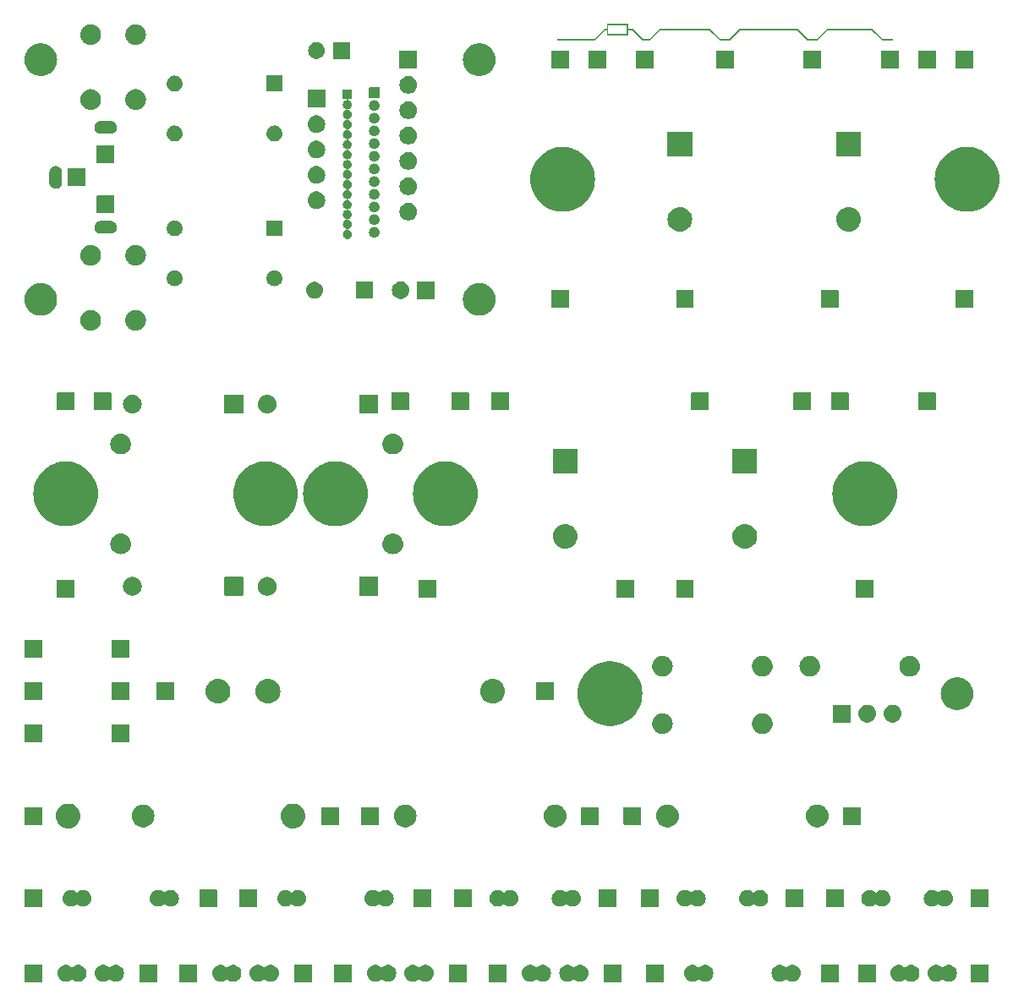
<source format=gbr>
%TF.GenerationSoftware,KiCad,Pcbnew,7.0.10-7.0.10~ubuntu22.04.1*%
%TF.CreationDate,2024-01-08T13:23:45+01:00*%
%TF.ProjectId,reparaturhelfer,72657061-7261-4747-9572-68656c666572,rev?*%
%TF.SameCoordinates,Original*%
%TF.FileFunction,Soldermask,Top*%
%TF.FilePolarity,Negative*%
%FSLAX46Y46*%
G04 Gerber Fmt 4.6, Leading zero omitted, Abs format (unit mm)*
G04 Created by KiCad (PCBNEW 7.0.10-7.0.10~ubuntu22.04.1) date 2024-01-08 13:23:45*
%MOMM*%
%LPD*%
G01*
G04 APERTURE LIST*
G04 APERTURE END LIST*
G36*
X83114542Y-144614893D02*
G01*
X83126870Y-144623130D01*
X83135107Y-144635458D01*
X83138000Y-144650000D01*
X83138000Y-146350000D01*
X83135107Y-146364542D01*
X83126870Y-146376870D01*
X83114542Y-146385107D01*
X83100000Y-146388000D01*
X81400000Y-146388000D01*
X81385458Y-146385107D01*
X81373130Y-146376870D01*
X81364893Y-146364542D01*
X81362000Y-146350000D01*
X81362000Y-144650000D01*
X81364893Y-144635458D01*
X81373130Y-144623130D01*
X81385458Y-144614893D01*
X81400000Y-144612000D01*
X83100000Y-144612000D01*
X83114542Y-144614893D01*
G37*
G36*
X94614542Y-144614893D02*
G01*
X94626870Y-144623130D01*
X94635107Y-144635458D01*
X94638000Y-144650000D01*
X94638000Y-146350000D01*
X94635107Y-146364542D01*
X94626870Y-146376870D01*
X94614542Y-146385107D01*
X94600000Y-146388000D01*
X92900000Y-146388000D01*
X92885458Y-146385107D01*
X92873130Y-146376870D01*
X92864893Y-146364542D01*
X92862000Y-146350000D01*
X92862000Y-144650000D01*
X92864893Y-144635458D01*
X92873130Y-144623130D01*
X92885458Y-144614893D01*
X92900000Y-144612000D01*
X94600000Y-144612000D01*
X94614542Y-144614893D01*
G37*
G36*
X98614542Y-144614893D02*
G01*
X98626870Y-144623130D01*
X98635107Y-144635458D01*
X98638000Y-144650000D01*
X98638000Y-146350000D01*
X98635107Y-146364542D01*
X98626870Y-146376870D01*
X98614542Y-146385107D01*
X98600000Y-146388000D01*
X96900000Y-146388000D01*
X96885458Y-146385107D01*
X96873130Y-146376870D01*
X96864893Y-146364542D01*
X96862000Y-146350000D01*
X96862000Y-144650000D01*
X96864893Y-144635458D01*
X96873130Y-144623130D01*
X96885458Y-144614893D01*
X96900000Y-144612000D01*
X98600000Y-144612000D01*
X98614542Y-144614893D01*
G37*
G36*
X110114542Y-144614893D02*
G01*
X110126870Y-144623130D01*
X110135107Y-144635458D01*
X110138000Y-144650000D01*
X110138000Y-146350000D01*
X110135107Y-146364542D01*
X110126870Y-146376870D01*
X110114542Y-146385107D01*
X110100000Y-146388000D01*
X108400000Y-146388000D01*
X108385458Y-146385107D01*
X108373130Y-146376870D01*
X108364893Y-146364542D01*
X108362000Y-146350000D01*
X108362000Y-144650000D01*
X108364893Y-144635458D01*
X108373130Y-144623130D01*
X108385458Y-144614893D01*
X108400000Y-144612000D01*
X110100000Y-144612000D01*
X110114542Y-144614893D01*
G37*
G36*
X114114542Y-144614893D02*
G01*
X114126870Y-144623130D01*
X114135107Y-144635458D01*
X114138000Y-144650000D01*
X114138000Y-146350000D01*
X114135107Y-146364542D01*
X114126870Y-146376870D01*
X114114542Y-146385107D01*
X114100000Y-146388000D01*
X112400000Y-146388000D01*
X112385458Y-146385107D01*
X112373130Y-146376870D01*
X112364893Y-146364542D01*
X112362000Y-146350000D01*
X112362000Y-144650000D01*
X112364893Y-144635458D01*
X112373130Y-144623130D01*
X112385458Y-144614893D01*
X112400000Y-144612000D01*
X114100000Y-144612000D01*
X114114542Y-144614893D01*
G37*
G36*
X125614542Y-144614893D02*
G01*
X125626870Y-144623130D01*
X125635107Y-144635458D01*
X125638000Y-144650000D01*
X125638000Y-146350000D01*
X125635107Y-146364542D01*
X125626870Y-146376870D01*
X125614542Y-146385107D01*
X125600000Y-146388000D01*
X123900000Y-146388000D01*
X123885458Y-146385107D01*
X123873130Y-146376870D01*
X123864893Y-146364542D01*
X123862000Y-146350000D01*
X123862000Y-144650000D01*
X123864893Y-144635458D01*
X123873130Y-144623130D01*
X123885458Y-144614893D01*
X123900000Y-144612000D01*
X125600000Y-144612000D01*
X125614542Y-144614893D01*
G37*
G36*
X129614542Y-144614893D02*
G01*
X129626870Y-144623130D01*
X129635107Y-144635458D01*
X129638000Y-144650000D01*
X129638000Y-146350000D01*
X129635107Y-146364542D01*
X129626870Y-146376870D01*
X129614542Y-146385107D01*
X129600000Y-146388000D01*
X127900000Y-146388000D01*
X127885458Y-146385107D01*
X127873130Y-146376870D01*
X127864893Y-146364542D01*
X127862000Y-146350000D01*
X127862000Y-144650000D01*
X127864893Y-144635458D01*
X127873130Y-144623130D01*
X127885458Y-144614893D01*
X127900000Y-144612000D01*
X129600000Y-144612000D01*
X129614542Y-144614893D01*
G37*
G36*
X141114542Y-144614893D02*
G01*
X141126870Y-144623130D01*
X141135107Y-144635458D01*
X141138000Y-144650000D01*
X141138000Y-146350000D01*
X141135107Y-146364542D01*
X141126870Y-146376870D01*
X141114542Y-146385107D01*
X141100000Y-146388000D01*
X139400000Y-146388000D01*
X139385458Y-146385107D01*
X139373130Y-146376870D01*
X139364893Y-146364542D01*
X139362000Y-146350000D01*
X139362000Y-144650000D01*
X139364893Y-144635458D01*
X139373130Y-144623130D01*
X139385458Y-144614893D01*
X139400000Y-144612000D01*
X141100000Y-144612000D01*
X141114542Y-144614893D01*
G37*
G36*
X145364542Y-144614893D02*
G01*
X145376870Y-144623130D01*
X145385107Y-144635458D01*
X145388000Y-144650000D01*
X145388000Y-146350000D01*
X145385107Y-146364542D01*
X145376870Y-146376870D01*
X145364542Y-146385107D01*
X145350000Y-146388000D01*
X143650000Y-146388000D01*
X143635458Y-146385107D01*
X143623130Y-146376870D01*
X143614893Y-146364542D01*
X143612000Y-146350000D01*
X143612000Y-144650000D01*
X143614893Y-144635458D01*
X143623130Y-144623130D01*
X143635458Y-144614893D01*
X143650000Y-144612000D01*
X145350000Y-144612000D01*
X145364542Y-144614893D01*
G37*
G36*
X162864542Y-144614893D02*
G01*
X162876870Y-144623130D01*
X162885107Y-144635458D01*
X162888000Y-144650000D01*
X162888000Y-146350000D01*
X162885107Y-146364542D01*
X162876870Y-146376870D01*
X162864542Y-146385107D01*
X162850000Y-146388000D01*
X161150000Y-146388000D01*
X161135458Y-146385107D01*
X161123130Y-146376870D01*
X161114893Y-146364542D01*
X161112000Y-146350000D01*
X161112000Y-144650000D01*
X161114893Y-144635458D01*
X161123130Y-144623130D01*
X161135458Y-144614893D01*
X161150000Y-144612000D01*
X162850000Y-144612000D01*
X162864542Y-144614893D01*
G37*
G36*
X166614542Y-144614893D02*
G01*
X166626870Y-144623130D01*
X166635107Y-144635458D01*
X166638000Y-144650000D01*
X166638000Y-146350000D01*
X166635107Y-146364542D01*
X166626870Y-146376870D01*
X166614542Y-146385107D01*
X166600000Y-146388000D01*
X164900000Y-146388000D01*
X164885458Y-146385107D01*
X164873130Y-146376870D01*
X164864893Y-146364542D01*
X164862000Y-146350000D01*
X164862000Y-144650000D01*
X164864893Y-144635458D01*
X164873130Y-144623130D01*
X164885458Y-144614893D01*
X164900000Y-144612000D01*
X166600000Y-144612000D01*
X166614542Y-144614893D01*
G37*
G36*
X177864542Y-144614893D02*
G01*
X177876870Y-144623130D01*
X177885107Y-144635458D01*
X177888000Y-144650000D01*
X177888000Y-146350000D01*
X177885107Y-146364542D01*
X177876870Y-146376870D01*
X177864542Y-146385107D01*
X177850000Y-146388000D01*
X176150000Y-146388000D01*
X176135458Y-146385107D01*
X176123130Y-146376870D01*
X176114893Y-146364542D01*
X176112000Y-146350000D01*
X176112000Y-144650000D01*
X176114893Y-144635458D01*
X176123130Y-144623130D01*
X176135458Y-144614893D01*
X176150000Y-144612000D01*
X177850000Y-144612000D01*
X177864542Y-144614893D01*
G37*
G36*
X85758956Y-144703015D02*
G01*
X85919000Y-144774271D01*
X86060731Y-144877245D01*
X86103107Y-144924308D01*
X86146893Y-144924308D01*
X86189269Y-144877245D01*
X86331000Y-144774271D01*
X86491044Y-144703015D01*
X86662405Y-144666591D01*
X86837595Y-144666591D01*
X87008956Y-144703015D01*
X87169000Y-144774271D01*
X87310731Y-144877245D01*
X87427956Y-145007436D01*
X87515551Y-145159155D01*
X87569688Y-145325770D01*
X87588000Y-145500000D01*
X87569688Y-145674230D01*
X87515551Y-145840845D01*
X87427956Y-145992564D01*
X87310731Y-146122755D01*
X87169000Y-146225729D01*
X87008956Y-146296985D01*
X86837595Y-146333409D01*
X86662405Y-146333409D01*
X86491044Y-146296985D01*
X86331000Y-146225729D01*
X86189269Y-146122755D01*
X86146892Y-146075691D01*
X86103108Y-146075691D01*
X86060731Y-146122755D01*
X85919000Y-146225729D01*
X85758956Y-146296985D01*
X85587595Y-146333409D01*
X85412405Y-146333409D01*
X85241044Y-146296985D01*
X85081000Y-146225729D01*
X84939269Y-146122755D01*
X84822044Y-145992564D01*
X84734449Y-145840845D01*
X84680312Y-145674230D01*
X84662000Y-145500000D01*
X84680312Y-145325770D01*
X84734449Y-145159155D01*
X84822044Y-145007436D01*
X84939269Y-144877245D01*
X85081000Y-144774271D01*
X85241044Y-144703015D01*
X85412405Y-144666591D01*
X85587595Y-144666591D01*
X85758956Y-144703015D01*
G37*
G36*
X89508956Y-144703015D02*
G01*
X89669000Y-144774271D01*
X89810731Y-144877245D01*
X89853107Y-144924308D01*
X89896893Y-144924308D01*
X89939269Y-144877245D01*
X90081000Y-144774271D01*
X90241044Y-144703015D01*
X90412405Y-144666591D01*
X90587595Y-144666591D01*
X90758956Y-144703015D01*
X90919000Y-144774271D01*
X91060731Y-144877245D01*
X91177956Y-145007436D01*
X91265551Y-145159155D01*
X91319688Y-145325770D01*
X91338000Y-145500000D01*
X91319688Y-145674230D01*
X91265551Y-145840845D01*
X91177956Y-145992564D01*
X91060731Y-146122755D01*
X90919000Y-146225729D01*
X90758956Y-146296985D01*
X90587595Y-146333409D01*
X90412405Y-146333409D01*
X90241044Y-146296985D01*
X90081000Y-146225729D01*
X89939269Y-146122755D01*
X89896892Y-146075691D01*
X89853108Y-146075691D01*
X89810731Y-146122755D01*
X89669000Y-146225729D01*
X89508956Y-146296985D01*
X89337595Y-146333409D01*
X89162405Y-146333409D01*
X88991044Y-146296985D01*
X88831000Y-146225729D01*
X88689269Y-146122755D01*
X88572044Y-145992564D01*
X88484449Y-145840845D01*
X88430312Y-145674230D01*
X88412000Y-145500000D01*
X88430312Y-145325770D01*
X88484449Y-145159155D01*
X88572044Y-145007436D01*
X88689269Y-144877245D01*
X88831000Y-144774271D01*
X88991044Y-144703015D01*
X89162405Y-144666591D01*
X89337595Y-144666591D01*
X89508956Y-144703015D01*
G37*
G36*
X101258956Y-144703015D02*
G01*
X101419000Y-144774271D01*
X101560731Y-144877245D01*
X101603107Y-144924308D01*
X101646893Y-144924308D01*
X101689269Y-144877245D01*
X101831000Y-144774271D01*
X101991044Y-144703015D01*
X102162405Y-144666591D01*
X102337595Y-144666591D01*
X102508956Y-144703015D01*
X102669000Y-144774271D01*
X102810731Y-144877245D01*
X102927956Y-145007436D01*
X103015551Y-145159155D01*
X103069688Y-145325770D01*
X103088000Y-145500000D01*
X103069688Y-145674230D01*
X103015551Y-145840845D01*
X102927956Y-145992564D01*
X102810731Y-146122755D01*
X102669000Y-146225729D01*
X102508956Y-146296985D01*
X102337595Y-146333409D01*
X102162405Y-146333409D01*
X101991044Y-146296985D01*
X101831000Y-146225729D01*
X101689269Y-146122755D01*
X101646892Y-146075691D01*
X101603108Y-146075691D01*
X101560731Y-146122755D01*
X101419000Y-146225729D01*
X101258956Y-146296985D01*
X101087595Y-146333409D01*
X100912405Y-146333409D01*
X100741044Y-146296985D01*
X100581000Y-146225729D01*
X100439269Y-146122755D01*
X100322044Y-145992564D01*
X100234449Y-145840845D01*
X100180312Y-145674230D01*
X100162000Y-145500000D01*
X100180312Y-145325770D01*
X100234449Y-145159155D01*
X100322044Y-145007436D01*
X100439269Y-144877245D01*
X100581000Y-144774271D01*
X100741044Y-144703015D01*
X100912405Y-144666591D01*
X101087595Y-144666591D01*
X101258956Y-144703015D01*
G37*
G36*
X105008956Y-144703015D02*
G01*
X105169000Y-144774271D01*
X105310731Y-144877245D01*
X105353107Y-144924308D01*
X105396893Y-144924308D01*
X105439269Y-144877245D01*
X105581000Y-144774271D01*
X105741044Y-144703015D01*
X105912405Y-144666591D01*
X106087595Y-144666591D01*
X106258956Y-144703015D01*
X106419000Y-144774271D01*
X106560731Y-144877245D01*
X106677956Y-145007436D01*
X106765551Y-145159155D01*
X106819688Y-145325770D01*
X106838000Y-145500000D01*
X106819688Y-145674230D01*
X106765551Y-145840845D01*
X106677956Y-145992564D01*
X106560731Y-146122755D01*
X106419000Y-146225729D01*
X106258956Y-146296985D01*
X106087595Y-146333409D01*
X105912405Y-146333409D01*
X105741044Y-146296985D01*
X105581000Y-146225729D01*
X105439269Y-146122755D01*
X105396892Y-146075691D01*
X105353108Y-146075691D01*
X105310731Y-146122755D01*
X105169000Y-146225729D01*
X105008956Y-146296985D01*
X104837595Y-146333409D01*
X104662405Y-146333409D01*
X104491044Y-146296985D01*
X104331000Y-146225729D01*
X104189269Y-146122755D01*
X104072044Y-145992564D01*
X103984449Y-145840845D01*
X103930312Y-145674230D01*
X103912000Y-145500000D01*
X103930312Y-145325770D01*
X103984449Y-145159155D01*
X104072044Y-145007436D01*
X104189269Y-144877245D01*
X104331000Y-144774271D01*
X104491044Y-144703015D01*
X104662405Y-144666591D01*
X104837595Y-144666591D01*
X105008956Y-144703015D01*
G37*
G36*
X116758956Y-144703015D02*
G01*
X116919000Y-144774271D01*
X117060731Y-144877245D01*
X117103107Y-144924308D01*
X117146893Y-144924308D01*
X117189269Y-144877245D01*
X117331000Y-144774271D01*
X117491044Y-144703015D01*
X117662405Y-144666591D01*
X117837595Y-144666591D01*
X118008956Y-144703015D01*
X118169000Y-144774271D01*
X118310731Y-144877245D01*
X118427956Y-145007436D01*
X118515551Y-145159155D01*
X118569688Y-145325770D01*
X118588000Y-145500000D01*
X118569688Y-145674230D01*
X118515551Y-145840845D01*
X118427956Y-145992564D01*
X118310731Y-146122755D01*
X118169000Y-146225729D01*
X118008956Y-146296985D01*
X117837595Y-146333409D01*
X117662405Y-146333409D01*
X117491044Y-146296985D01*
X117331000Y-146225729D01*
X117189269Y-146122755D01*
X117146892Y-146075691D01*
X117103108Y-146075691D01*
X117060731Y-146122755D01*
X116919000Y-146225729D01*
X116758956Y-146296985D01*
X116587595Y-146333409D01*
X116412405Y-146333409D01*
X116241044Y-146296985D01*
X116081000Y-146225729D01*
X115939269Y-146122755D01*
X115822044Y-145992564D01*
X115734449Y-145840845D01*
X115680312Y-145674230D01*
X115662000Y-145500000D01*
X115680312Y-145325770D01*
X115734449Y-145159155D01*
X115822044Y-145007436D01*
X115939269Y-144877245D01*
X116081000Y-144774271D01*
X116241044Y-144703015D01*
X116412405Y-144666591D01*
X116587595Y-144666591D01*
X116758956Y-144703015D01*
G37*
G36*
X120508956Y-144703015D02*
G01*
X120669000Y-144774271D01*
X120810731Y-144877245D01*
X120853107Y-144924308D01*
X120896893Y-144924308D01*
X120939269Y-144877245D01*
X121081000Y-144774271D01*
X121241044Y-144703015D01*
X121412405Y-144666591D01*
X121587595Y-144666591D01*
X121758956Y-144703015D01*
X121919000Y-144774271D01*
X122060731Y-144877245D01*
X122177956Y-145007436D01*
X122265551Y-145159155D01*
X122319688Y-145325770D01*
X122338000Y-145500000D01*
X122319688Y-145674230D01*
X122265551Y-145840845D01*
X122177956Y-145992564D01*
X122060731Y-146122755D01*
X121919000Y-146225729D01*
X121758956Y-146296985D01*
X121587595Y-146333409D01*
X121412405Y-146333409D01*
X121241044Y-146296985D01*
X121081000Y-146225729D01*
X120939269Y-146122755D01*
X120896892Y-146075691D01*
X120853108Y-146075691D01*
X120810731Y-146122755D01*
X120669000Y-146225729D01*
X120508956Y-146296985D01*
X120337595Y-146333409D01*
X120162405Y-146333409D01*
X119991044Y-146296985D01*
X119831000Y-146225729D01*
X119689269Y-146122755D01*
X119572044Y-145992564D01*
X119484449Y-145840845D01*
X119430312Y-145674230D01*
X119412000Y-145500000D01*
X119430312Y-145325770D01*
X119484449Y-145159155D01*
X119572044Y-145007436D01*
X119689269Y-144877245D01*
X119831000Y-144774271D01*
X119991044Y-144703015D01*
X120162405Y-144666591D01*
X120337595Y-144666591D01*
X120508956Y-144703015D01*
G37*
G36*
X132258956Y-144703015D02*
G01*
X132419000Y-144774271D01*
X132560731Y-144877245D01*
X132603107Y-144924308D01*
X132646893Y-144924308D01*
X132689269Y-144877245D01*
X132831000Y-144774271D01*
X132991044Y-144703015D01*
X133162405Y-144666591D01*
X133337595Y-144666591D01*
X133508956Y-144703015D01*
X133669000Y-144774271D01*
X133810731Y-144877245D01*
X133927956Y-145007436D01*
X134015551Y-145159155D01*
X134069688Y-145325770D01*
X134088000Y-145500000D01*
X134069688Y-145674230D01*
X134015551Y-145840845D01*
X133927956Y-145992564D01*
X133810731Y-146122755D01*
X133669000Y-146225729D01*
X133508956Y-146296985D01*
X133337595Y-146333409D01*
X133162405Y-146333409D01*
X132991044Y-146296985D01*
X132831000Y-146225729D01*
X132689269Y-146122755D01*
X132646892Y-146075691D01*
X132603108Y-146075691D01*
X132560731Y-146122755D01*
X132419000Y-146225729D01*
X132258956Y-146296985D01*
X132087595Y-146333409D01*
X131912405Y-146333409D01*
X131741044Y-146296985D01*
X131581000Y-146225729D01*
X131439269Y-146122755D01*
X131322044Y-145992564D01*
X131234449Y-145840845D01*
X131180312Y-145674230D01*
X131162000Y-145500000D01*
X131180312Y-145325770D01*
X131234449Y-145159155D01*
X131322044Y-145007436D01*
X131439269Y-144877245D01*
X131581000Y-144774271D01*
X131741044Y-144703015D01*
X131912405Y-144666591D01*
X132087595Y-144666591D01*
X132258956Y-144703015D01*
G37*
G36*
X136008956Y-144703015D02*
G01*
X136169000Y-144774271D01*
X136310731Y-144877245D01*
X136353107Y-144924308D01*
X136396893Y-144924308D01*
X136439269Y-144877245D01*
X136581000Y-144774271D01*
X136741044Y-144703015D01*
X136912405Y-144666591D01*
X137087595Y-144666591D01*
X137258956Y-144703015D01*
X137419000Y-144774271D01*
X137560731Y-144877245D01*
X137677956Y-145007436D01*
X137765551Y-145159155D01*
X137819688Y-145325770D01*
X137838000Y-145500000D01*
X137819688Y-145674230D01*
X137765551Y-145840845D01*
X137677956Y-145992564D01*
X137560731Y-146122755D01*
X137419000Y-146225729D01*
X137258956Y-146296985D01*
X137087595Y-146333409D01*
X136912405Y-146333409D01*
X136741044Y-146296985D01*
X136581000Y-146225729D01*
X136439269Y-146122755D01*
X136396892Y-146075691D01*
X136353108Y-146075691D01*
X136310731Y-146122755D01*
X136169000Y-146225729D01*
X136008956Y-146296985D01*
X135837595Y-146333409D01*
X135662405Y-146333409D01*
X135491044Y-146296985D01*
X135331000Y-146225729D01*
X135189269Y-146122755D01*
X135072044Y-145992564D01*
X134984449Y-145840845D01*
X134930312Y-145674230D01*
X134912000Y-145500000D01*
X134930312Y-145325770D01*
X134984449Y-145159155D01*
X135072044Y-145007436D01*
X135189269Y-144877245D01*
X135331000Y-144774271D01*
X135491044Y-144703015D01*
X135662405Y-144666591D01*
X135837595Y-144666591D01*
X136008956Y-144703015D01*
G37*
G36*
X148508956Y-144703015D02*
G01*
X148669000Y-144774271D01*
X148810731Y-144877245D01*
X148853107Y-144924308D01*
X148896893Y-144924308D01*
X148939269Y-144877245D01*
X149081000Y-144774271D01*
X149241044Y-144703015D01*
X149412405Y-144666591D01*
X149587595Y-144666591D01*
X149758956Y-144703015D01*
X149919000Y-144774271D01*
X150060731Y-144877245D01*
X150177956Y-145007436D01*
X150265551Y-145159155D01*
X150319688Y-145325770D01*
X150338000Y-145500000D01*
X150319688Y-145674230D01*
X150265551Y-145840845D01*
X150177956Y-145992564D01*
X150060731Y-146122755D01*
X149919000Y-146225729D01*
X149758956Y-146296985D01*
X149587595Y-146333409D01*
X149412405Y-146333409D01*
X149241044Y-146296985D01*
X149081000Y-146225729D01*
X148939269Y-146122755D01*
X148896892Y-146075691D01*
X148853108Y-146075691D01*
X148810731Y-146122755D01*
X148669000Y-146225729D01*
X148508956Y-146296985D01*
X148337595Y-146333409D01*
X148162405Y-146333409D01*
X147991044Y-146296985D01*
X147831000Y-146225729D01*
X147689269Y-146122755D01*
X147572044Y-145992564D01*
X147484449Y-145840845D01*
X147430312Y-145674230D01*
X147412000Y-145500000D01*
X147430312Y-145325770D01*
X147484449Y-145159155D01*
X147572044Y-145007436D01*
X147689269Y-144877245D01*
X147831000Y-144774271D01*
X147991044Y-144703015D01*
X148162405Y-144666591D01*
X148337595Y-144666591D01*
X148508956Y-144703015D01*
G37*
G36*
X157258956Y-144703015D02*
G01*
X157419000Y-144774271D01*
X157560731Y-144877245D01*
X157603107Y-144924308D01*
X157646893Y-144924308D01*
X157689269Y-144877245D01*
X157831000Y-144774271D01*
X157991044Y-144703015D01*
X158162405Y-144666591D01*
X158337595Y-144666591D01*
X158508956Y-144703015D01*
X158669000Y-144774271D01*
X158810731Y-144877245D01*
X158927956Y-145007436D01*
X159015551Y-145159155D01*
X159069688Y-145325770D01*
X159088000Y-145500000D01*
X159069688Y-145674230D01*
X159015551Y-145840845D01*
X158927956Y-145992564D01*
X158810731Y-146122755D01*
X158669000Y-146225729D01*
X158508956Y-146296985D01*
X158337595Y-146333409D01*
X158162405Y-146333409D01*
X157991044Y-146296985D01*
X157831000Y-146225729D01*
X157689269Y-146122755D01*
X157646892Y-146075691D01*
X157603108Y-146075691D01*
X157560731Y-146122755D01*
X157419000Y-146225729D01*
X157258956Y-146296985D01*
X157087595Y-146333409D01*
X156912405Y-146333409D01*
X156741044Y-146296985D01*
X156581000Y-146225729D01*
X156439269Y-146122755D01*
X156322044Y-145992564D01*
X156234449Y-145840845D01*
X156180312Y-145674230D01*
X156162000Y-145500000D01*
X156180312Y-145325770D01*
X156234449Y-145159155D01*
X156322044Y-145007436D01*
X156439269Y-144877245D01*
X156581000Y-144774271D01*
X156741044Y-144703015D01*
X156912405Y-144666591D01*
X157087595Y-144666591D01*
X157258956Y-144703015D01*
G37*
G36*
X169158956Y-144703015D02*
G01*
X169319000Y-144774271D01*
X169460731Y-144877245D01*
X169503107Y-144924308D01*
X169546893Y-144924308D01*
X169589269Y-144877245D01*
X169731000Y-144774271D01*
X169891044Y-144703015D01*
X170062405Y-144666591D01*
X170237595Y-144666591D01*
X170408956Y-144703015D01*
X170569000Y-144774271D01*
X170710731Y-144877245D01*
X170827956Y-145007436D01*
X170915551Y-145159155D01*
X170969688Y-145325770D01*
X170988000Y-145500000D01*
X170969688Y-145674230D01*
X170915551Y-145840845D01*
X170827956Y-145992564D01*
X170710731Y-146122755D01*
X170569000Y-146225729D01*
X170408956Y-146296985D01*
X170237595Y-146333409D01*
X170062405Y-146333409D01*
X169891044Y-146296985D01*
X169731000Y-146225729D01*
X169589269Y-146122755D01*
X169546892Y-146075691D01*
X169503108Y-146075691D01*
X169460731Y-146122755D01*
X169319000Y-146225729D01*
X169158956Y-146296985D01*
X168987595Y-146333409D01*
X168812405Y-146333409D01*
X168641044Y-146296985D01*
X168481000Y-146225729D01*
X168339269Y-146122755D01*
X168222044Y-145992564D01*
X168134449Y-145840845D01*
X168080312Y-145674230D01*
X168062000Y-145500000D01*
X168080312Y-145325770D01*
X168134449Y-145159155D01*
X168222044Y-145007436D01*
X168339269Y-144877245D01*
X168481000Y-144774271D01*
X168641044Y-144703015D01*
X168812405Y-144666591D01*
X168987595Y-144666591D01*
X169158956Y-144703015D01*
G37*
G36*
X172908956Y-144703015D02*
G01*
X173069000Y-144774271D01*
X173210731Y-144877245D01*
X173253107Y-144924308D01*
X173296893Y-144924308D01*
X173339269Y-144877245D01*
X173481000Y-144774271D01*
X173641044Y-144703015D01*
X173812405Y-144666591D01*
X173987595Y-144666591D01*
X174158956Y-144703015D01*
X174319000Y-144774271D01*
X174460731Y-144877245D01*
X174577956Y-145007436D01*
X174665551Y-145159155D01*
X174719688Y-145325770D01*
X174738000Y-145500000D01*
X174719688Y-145674230D01*
X174665551Y-145840845D01*
X174577956Y-145992564D01*
X174460731Y-146122755D01*
X174319000Y-146225729D01*
X174158956Y-146296985D01*
X173987595Y-146333409D01*
X173812405Y-146333409D01*
X173641044Y-146296985D01*
X173481000Y-146225729D01*
X173339269Y-146122755D01*
X173296892Y-146075691D01*
X173253108Y-146075691D01*
X173210731Y-146122755D01*
X173069000Y-146225729D01*
X172908956Y-146296985D01*
X172737595Y-146333409D01*
X172562405Y-146333409D01*
X172391044Y-146296985D01*
X172231000Y-146225729D01*
X172089269Y-146122755D01*
X171972044Y-145992564D01*
X171884449Y-145840845D01*
X171830312Y-145674230D01*
X171812000Y-145500000D01*
X171830312Y-145325770D01*
X171884449Y-145159155D01*
X171972044Y-145007436D01*
X172089269Y-144877245D01*
X172231000Y-144774271D01*
X172391044Y-144703015D01*
X172562405Y-144666591D01*
X172737595Y-144666591D01*
X172908956Y-144703015D01*
G37*
G36*
X83114542Y-137114893D02*
G01*
X83126870Y-137123130D01*
X83135107Y-137135458D01*
X83138000Y-137150000D01*
X83138000Y-138850000D01*
X83135107Y-138864542D01*
X83126870Y-138876870D01*
X83114542Y-138885107D01*
X83100000Y-138888000D01*
X81400000Y-138888000D01*
X81385458Y-138885107D01*
X81373130Y-138876870D01*
X81364893Y-138864542D01*
X81362000Y-138850000D01*
X81362000Y-137150000D01*
X81364893Y-137135458D01*
X81373130Y-137123130D01*
X81385458Y-137114893D01*
X81400000Y-137112000D01*
X83100000Y-137112000D01*
X83114542Y-137114893D01*
G37*
G36*
X100614542Y-137114893D02*
G01*
X100626870Y-137123130D01*
X100635107Y-137135458D01*
X100638000Y-137150000D01*
X100638000Y-138850000D01*
X100635107Y-138864542D01*
X100626870Y-138876870D01*
X100614542Y-138885107D01*
X100600000Y-138888000D01*
X98900000Y-138888000D01*
X98885458Y-138885107D01*
X98873130Y-138876870D01*
X98864893Y-138864542D01*
X98862000Y-138850000D01*
X98862000Y-137150000D01*
X98864893Y-137135458D01*
X98873130Y-137123130D01*
X98885458Y-137114893D01*
X98900000Y-137112000D01*
X100600000Y-137112000D01*
X100614542Y-137114893D01*
G37*
G36*
X104614542Y-137114893D02*
G01*
X104626870Y-137123130D01*
X104635107Y-137135458D01*
X104638000Y-137150000D01*
X104638000Y-138850000D01*
X104635107Y-138864542D01*
X104626870Y-138876870D01*
X104614542Y-138885107D01*
X104600000Y-138888000D01*
X102900000Y-138888000D01*
X102885458Y-138885107D01*
X102873130Y-138876870D01*
X102864893Y-138864542D01*
X102862000Y-138850000D01*
X102862000Y-137150000D01*
X102864893Y-137135458D01*
X102873130Y-137123130D01*
X102885458Y-137114893D01*
X102900000Y-137112000D01*
X104600000Y-137112000D01*
X104614542Y-137114893D01*
G37*
G36*
X122114542Y-137114893D02*
G01*
X122126870Y-137123130D01*
X122135107Y-137135458D01*
X122138000Y-137150000D01*
X122138000Y-138850000D01*
X122135107Y-138864542D01*
X122126870Y-138876870D01*
X122114542Y-138885107D01*
X122100000Y-138888000D01*
X120400000Y-138888000D01*
X120385458Y-138885107D01*
X120373130Y-138876870D01*
X120364893Y-138864542D01*
X120362000Y-138850000D01*
X120362000Y-137150000D01*
X120364893Y-137135458D01*
X120373130Y-137123130D01*
X120385458Y-137114893D01*
X120400000Y-137112000D01*
X122100000Y-137112000D01*
X122114542Y-137114893D01*
G37*
G36*
X126114542Y-137114893D02*
G01*
X126126870Y-137123130D01*
X126135107Y-137135458D01*
X126138000Y-137150000D01*
X126138000Y-138850000D01*
X126135107Y-138864542D01*
X126126870Y-138876870D01*
X126114542Y-138885107D01*
X126100000Y-138888000D01*
X124400000Y-138888000D01*
X124385458Y-138885107D01*
X124373130Y-138876870D01*
X124364893Y-138864542D01*
X124362000Y-138850000D01*
X124362000Y-137150000D01*
X124364893Y-137135458D01*
X124373130Y-137123130D01*
X124385458Y-137114893D01*
X124400000Y-137112000D01*
X126100000Y-137112000D01*
X126114542Y-137114893D01*
G37*
G36*
X140614542Y-137114893D02*
G01*
X140626870Y-137123130D01*
X140635107Y-137135458D01*
X140638000Y-137150000D01*
X140638000Y-138850000D01*
X140635107Y-138864542D01*
X140626870Y-138876870D01*
X140614542Y-138885107D01*
X140600000Y-138888000D01*
X138900000Y-138888000D01*
X138885458Y-138885107D01*
X138873130Y-138876870D01*
X138864893Y-138864542D01*
X138862000Y-138850000D01*
X138862000Y-137150000D01*
X138864893Y-137135458D01*
X138873130Y-137123130D01*
X138885458Y-137114893D01*
X138900000Y-137112000D01*
X140600000Y-137112000D01*
X140614542Y-137114893D01*
G37*
G36*
X144864542Y-137114893D02*
G01*
X144876870Y-137123130D01*
X144885107Y-137135458D01*
X144888000Y-137150000D01*
X144888000Y-138850000D01*
X144885107Y-138864542D01*
X144876870Y-138876870D01*
X144864542Y-138885107D01*
X144850000Y-138888000D01*
X143150000Y-138888000D01*
X143135458Y-138885107D01*
X143123130Y-138876870D01*
X143114893Y-138864542D01*
X143112000Y-138850000D01*
X143112000Y-137150000D01*
X143114893Y-137135458D01*
X143123130Y-137123130D01*
X143135458Y-137114893D01*
X143150000Y-137112000D01*
X144850000Y-137112000D01*
X144864542Y-137114893D01*
G37*
G36*
X159364542Y-137114893D02*
G01*
X159376870Y-137123130D01*
X159385107Y-137135458D01*
X159388000Y-137150000D01*
X159388000Y-138850000D01*
X159385107Y-138864542D01*
X159376870Y-138876870D01*
X159364542Y-138885107D01*
X159350000Y-138888000D01*
X157650000Y-138888000D01*
X157635458Y-138885107D01*
X157623130Y-138876870D01*
X157614893Y-138864542D01*
X157612000Y-138850000D01*
X157612000Y-137150000D01*
X157614893Y-137135458D01*
X157623130Y-137123130D01*
X157635458Y-137114893D01*
X157650000Y-137112000D01*
X159350000Y-137112000D01*
X159364542Y-137114893D01*
G37*
G36*
X163364542Y-137114893D02*
G01*
X163376870Y-137123130D01*
X163385107Y-137135458D01*
X163388000Y-137150000D01*
X163388000Y-138850000D01*
X163385107Y-138864542D01*
X163376870Y-138876870D01*
X163364542Y-138885107D01*
X163350000Y-138888000D01*
X161650000Y-138888000D01*
X161635458Y-138885107D01*
X161623130Y-138876870D01*
X161614893Y-138864542D01*
X161612000Y-138850000D01*
X161612000Y-137150000D01*
X161614893Y-137135458D01*
X161623130Y-137123130D01*
X161635458Y-137114893D01*
X161650000Y-137112000D01*
X163350000Y-137112000D01*
X163364542Y-137114893D01*
G37*
G36*
X177864542Y-137114893D02*
G01*
X177876870Y-137123130D01*
X177885107Y-137135458D01*
X177888000Y-137150000D01*
X177888000Y-138850000D01*
X177885107Y-138864542D01*
X177876870Y-138876870D01*
X177864542Y-138885107D01*
X177850000Y-138888000D01*
X176150000Y-138888000D01*
X176135458Y-138885107D01*
X176123130Y-138876870D01*
X176114893Y-138864542D01*
X176112000Y-138850000D01*
X176112000Y-137150000D01*
X176114893Y-137135458D01*
X176123130Y-137123130D01*
X176135458Y-137114893D01*
X176150000Y-137112000D01*
X177850000Y-137112000D01*
X177864542Y-137114893D01*
G37*
G36*
X86258956Y-137203015D02*
G01*
X86419000Y-137274271D01*
X86560731Y-137377245D01*
X86603107Y-137424308D01*
X86646893Y-137424308D01*
X86689269Y-137377245D01*
X86831000Y-137274271D01*
X86991044Y-137203015D01*
X87162405Y-137166591D01*
X87337595Y-137166591D01*
X87508956Y-137203015D01*
X87669000Y-137274271D01*
X87810731Y-137377245D01*
X87927956Y-137507436D01*
X88015551Y-137659155D01*
X88069688Y-137825770D01*
X88088000Y-138000000D01*
X88069688Y-138174230D01*
X88015551Y-138340845D01*
X87927956Y-138492564D01*
X87810731Y-138622755D01*
X87669000Y-138725729D01*
X87508956Y-138796985D01*
X87337595Y-138833409D01*
X87162405Y-138833409D01*
X86991044Y-138796985D01*
X86831000Y-138725729D01*
X86689269Y-138622755D01*
X86646892Y-138575691D01*
X86603108Y-138575691D01*
X86560731Y-138622755D01*
X86419000Y-138725729D01*
X86258956Y-138796985D01*
X86087595Y-138833409D01*
X85912405Y-138833409D01*
X85741044Y-138796985D01*
X85581000Y-138725729D01*
X85439269Y-138622755D01*
X85322044Y-138492564D01*
X85234449Y-138340845D01*
X85180312Y-138174230D01*
X85162000Y-138000000D01*
X85180312Y-137825770D01*
X85234449Y-137659155D01*
X85322044Y-137507436D01*
X85439269Y-137377245D01*
X85581000Y-137274271D01*
X85741044Y-137203015D01*
X85912405Y-137166591D01*
X86087595Y-137166591D01*
X86258956Y-137203015D01*
G37*
G36*
X95008956Y-137203015D02*
G01*
X95169000Y-137274271D01*
X95310731Y-137377245D01*
X95353107Y-137424308D01*
X95396893Y-137424308D01*
X95439269Y-137377245D01*
X95581000Y-137274271D01*
X95741044Y-137203015D01*
X95912405Y-137166591D01*
X96087595Y-137166591D01*
X96258956Y-137203015D01*
X96419000Y-137274271D01*
X96560731Y-137377245D01*
X96677956Y-137507436D01*
X96765551Y-137659155D01*
X96819688Y-137825770D01*
X96838000Y-138000000D01*
X96819688Y-138174230D01*
X96765551Y-138340845D01*
X96677956Y-138492564D01*
X96560731Y-138622755D01*
X96419000Y-138725729D01*
X96258956Y-138796985D01*
X96087595Y-138833409D01*
X95912405Y-138833409D01*
X95741044Y-138796985D01*
X95581000Y-138725729D01*
X95439269Y-138622755D01*
X95396892Y-138575691D01*
X95353108Y-138575691D01*
X95310731Y-138622755D01*
X95169000Y-138725729D01*
X95008956Y-138796985D01*
X94837595Y-138833409D01*
X94662405Y-138833409D01*
X94491044Y-138796985D01*
X94331000Y-138725729D01*
X94189269Y-138622755D01*
X94072044Y-138492564D01*
X93984449Y-138340845D01*
X93930312Y-138174230D01*
X93912000Y-138000000D01*
X93930312Y-137825770D01*
X93984449Y-137659155D01*
X94072044Y-137507436D01*
X94189269Y-137377245D01*
X94331000Y-137274271D01*
X94491044Y-137203015D01*
X94662405Y-137166591D01*
X94837595Y-137166591D01*
X95008956Y-137203015D01*
G37*
G36*
X107758956Y-137203015D02*
G01*
X107919000Y-137274271D01*
X108060731Y-137377245D01*
X108103107Y-137424308D01*
X108146893Y-137424308D01*
X108189269Y-137377245D01*
X108331000Y-137274271D01*
X108491044Y-137203015D01*
X108662405Y-137166591D01*
X108837595Y-137166591D01*
X109008956Y-137203015D01*
X109169000Y-137274271D01*
X109310731Y-137377245D01*
X109427956Y-137507436D01*
X109515551Y-137659155D01*
X109569688Y-137825770D01*
X109588000Y-138000000D01*
X109569688Y-138174230D01*
X109515551Y-138340845D01*
X109427956Y-138492564D01*
X109310731Y-138622755D01*
X109169000Y-138725729D01*
X109008956Y-138796985D01*
X108837595Y-138833409D01*
X108662405Y-138833409D01*
X108491044Y-138796985D01*
X108331000Y-138725729D01*
X108189269Y-138622755D01*
X108146892Y-138575691D01*
X108103108Y-138575691D01*
X108060731Y-138622755D01*
X107919000Y-138725729D01*
X107758956Y-138796985D01*
X107587595Y-138833409D01*
X107412405Y-138833409D01*
X107241044Y-138796985D01*
X107081000Y-138725729D01*
X106939269Y-138622755D01*
X106822044Y-138492564D01*
X106734449Y-138340845D01*
X106680312Y-138174230D01*
X106662000Y-138000000D01*
X106680312Y-137825770D01*
X106734449Y-137659155D01*
X106822044Y-137507436D01*
X106939269Y-137377245D01*
X107081000Y-137274271D01*
X107241044Y-137203015D01*
X107412405Y-137166591D01*
X107587595Y-137166591D01*
X107758956Y-137203015D01*
G37*
G36*
X116508956Y-137203015D02*
G01*
X116669000Y-137274271D01*
X116810731Y-137377245D01*
X116853107Y-137424308D01*
X116896893Y-137424308D01*
X116939269Y-137377245D01*
X117081000Y-137274271D01*
X117241044Y-137203015D01*
X117412405Y-137166591D01*
X117587595Y-137166591D01*
X117758956Y-137203015D01*
X117919000Y-137274271D01*
X118060731Y-137377245D01*
X118177956Y-137507436D01*
X118265551Y-137659155D01*
X118319688Y-137825770D01*
X118338000Y-138000000D01*
X118319688Y-138174230D01*
X118265551Y-138340845D01*
X118177956Y-138492564D01*
X118060731Y-138622755D01*
X117919000Y-138725729D01*
X117758956Y-138796985D01*
X117587595Y-138833409D01*
X117412405Y-138833409D01*
X117241044Y-138796985D01*
X117081000Y-138725729D01*
X116939269Y-138622755D01*
X116896892Y-138575691D01*
X116853108Y-138575691D01*
X116810731Y-138622755D01*
X116669000Y-138725729D01*
X116508956Y-138796985D01*
X116337595Y-138833409D01*
X116162405Y-138833409D01*
X115991044Y-138796985D01*
X115831000Y-138725729D01*
X115689269Y-138622755D01*
X115572044Y-138492564D01*
X115484449Y-138340845D01*
X115430312Y-138174230D01*
X115412000Y-138000000D01*
X115430312Y-137825770D01*
X115484449Y-137659155D01*
X115572044Y-137507436D01*
X115689269Y-137377245D01*
X115831000Y-137274271D01*
X115991044Y-137203015D01*
X116162405Y-137166591D01*
X116337595Y-137166591D01*
X116508956Y-137203015D01*
G37*
G36*
X129008956Y-137203015D02*
G01*
X129169000Y-137274271D01*
X129310731Y-137377245D01*
X129353107Y-137424308D01*
X129396893Y-137424308D01*
X129439269Y-137377245D01*
X129581000Y-137274271D01*
X129741044Y-137203015D01*
X129912405Y-137166591D01*
X130087595Y-137166591D01*
X130258956Y-137203015D01*
X130419000Y-137274271D01*
X130560731Y-137377245D01*
X130677956Y-137507436D01*
X130765551Y-137659155D01*
X130819688Y-137825770D01*
X130838000Y-138000000D01*
X130819688Y-138174230D01*
X130765551Y-138340845D01*
X130677956Y-138492564D01*
X130560731Y-138622755D01*
X130419000Y-138725729D01*
X130258956Y-138796985D01*
X130087595Y-138833409D01*
X129912405Y-138833409D01*
X129741044Y-138796985D01*
X129581000Y-138725729D01*
X129439269Y-138622755D01*
X129396892Y-138575691D01*
X129353108Y-138575691D01*
X129310731Y-138622755D01*
X129169000Y-138725729D01*
X129008956Y-138796985D01*
X128837595Y-138833409D01*
X128662405Y-138833409D01*
X128491044Y-138796985D01*
X128331000Y-138725729D01*
X128189269Y-138622755D01*
X128072044Y-138492564D01*
X127984449Y-138340845D01*
X127930312Y-138174230D01*
X127912000Y-138000000D01*
X127930312Y-137825770D01*
X127984449Y-137659155D01*
X128072044Y-137507436D01*
X128189269Y-137377245D01*
X128331000Y-137274271D01*
X128491044Y-137203015D01*
X128662405Y-137166591D01*
X128837595Y-137166591D01*
X129008956Y-137203015D01*
G37*
G36*
X135258956Y-137203015D02*
G01*
X135419000Y-137274271D01*
X135560731Y-137377245D01*
X135603107Y-137424308D01*
X135646893Y-137424308D01*
X135689269Y-137377245D01*
X135831000Y-137274271D01*
X135991044Y-137203015D01*
X136162405Y-137166591D01*
X136337595Y-137166591D01*
X136508956Y-137203015D01*
X136669000Y-137274271D01*
X136810731Y-137377245D01*
X136927956Y-137507436D01*
X137015551Y-137659155D01*
X137069688Y-137825770D01*
X137088000Y-138000000D01*
X137069688Y-138174230D01*
X137015551Y-138340845D01*
X136927956Y-138492564D01*
X136810731Y-138622755D01*
X136669000Y-138725729D01*
X136508956Y-138796985D01*
X136337595Y-138833409D01*
X136162405Y-138833409D01*
X135991044Y-138796985D01*
X135831000Y-138725729D01*
X135689269Y-138622755D01*
X135646892Y-138575691D01*
X135603108Y-138575691D01*
X135560731Y-138622755D01*
X135419000Y-138725729D01*
X135258956Y-138796985D01*
X135087595Y-138833409D01*
X134912405Y-138833409D01*
X134741044Y-138796985D01*
X134581000Y-138725729D01*
X134439269Y-138622755D01*
X134322044Y-138492564D01*
X134234449Y-138340845D01*
X134180312Y-138174230D01*
X134162000Y-138000000D01*
X134180312Y-137825770D01*
X134234449Y-137659155D01*
X134322044Y-137507436D01*
X134439269Y-137377245D01*
X134581000Y-137274271D01*
X134741044Y-137203015D01*
X134912405Y-137166591D01*
X135087595Y-137166591D01*
X135258956Y-137203015D01*
G37*
G36*
X147758956Y-137203015D02*
G01*
X147919000Y-137274271D01*
X148060731Y-137377245D01*
X148103107Y-137424308D01*
X148146893Y-137424308D01*
X148189269Y-137377245D01*
X148331000Y-137274271D01*
X148491044Y-137203015D01*
X148662405Y-137166591D01*
X148837595Y-137166591D01*
X149008956Y-137203015D01*
X149169000Y-137274271D01*
X149310731Y-137377245D01*
X149427956Y-137507436D01*
X149515551Y-137659155D01*
X149569688Y-137825770D01*
X149588000Y-138000000D01*
X149569688Y-138174230D01*
X149515551Y-138340845D01*
X149427956Y-138492564D01*
X149310731Y-138622755D01*
X149169000Y-138725729D01*
X149008956Y-138796985D01*
X148837595Y-138833409D01*
X148662405Y-138833409D01*
X148491044Y-138796985D01*
X148331000Y-138725729D01*
X148189269Y-138622755D01*
X148146892Y-138575691D01*
X148103108Y-138575691D01*
X148060731Y-138622755D01*
X147919000Y-138725729D01*
X147758956Y-138796985D01*
X147587595Y-138833409D01*
X147412405Y-138833409D01*
X147241044Y-138796985D01*
X147081000Y-138725729D01*
X146939269Y-138622755D01*
X146822044Y-138492564D01*
X146734449Y-138340845D01*
X146680312Y-138174230D01*
X146662000Y-138000000D01*
X146680312Y-137825770D01*
X146734449Y-137659155D01*
X146822044Y-137507436D01*
X146939269Y-137377245D01*
X147081000Y-137274271D01*
X147241044Y-137203015D01*
X147412405Y-137166591D01*
X147587595Y-137166591D01*
X147758956Y-137203015D01*
G37*
G36*
X154008956Y-137203015D02*
G01*
X154169000Y-137274271D01*
X154310731Y-137377245D01*
X154353107Y-137424308D01*
X154396893Y-137424308D01*
X154439269Y-137377245D01*
X154581000Y-137274271D01*
X154741044Y-137203015D01*
X154912405Y-137166591D01*
X155087595Y-137166591D01*
X155258956Y-137203015D01*
X155419000Y-137274271D01*
X155560731Y-137377245D01*
X155677956Y-137507436D01*
X155765551Y-137659155D01*
X155819688Y-137825770D01*
X155838000Y-138000000D01*
X155819688Y-138174230D01*
X155765551Y-138340845D01*
X155677956Y-138492564D01*
X155560731Y-138622755D01*
X155419000Y-138725729D01*
X155258956Y-138796985D01*
X155087595Y-138833409D01*
X154912405Y-138833409D01*
X154741044Y-138796985D01*
X154581000Y-138725729D01*
X154439269Y-138622755D01*
X154396892Y-138575691D01*
X154353108Y-138575691D01*
X154310731Y-138622755D01*
X154169000Y-138725729D01*
X154008956Y-138796985D01*
X153837595Y-138833409D01*
X153662405Y-138833409D01*
X153491044Y-138796985D01*
X153331000Y-138725729D01*
X153189269Y-138622755D01*
X153072044Y-138492564D01*
X152984449Y-138340845D01*
X152930312Y-138174230D01*
X152912000Y-138000000D01*
X152930312Y-137825770D01*
X152984449Y-137659155D01*
X153072044Y-137507436D01*
X153189269Y-137377245D01*
X153331000Y-137274271D01*
X153491044Y-137203015D01*
X153662405Y-137166591D01*
X153837595Y-137166591D01*
X154008956Y-137203015D01*
G37*
G36*
X166258956Y-137203015D02*
G01*
X166419000Y-137274271D01*
X166560731Y-137377245D01*
X166603107Y-137424308D01*
X166646893Y-137424308D01*
X166689269Y-137377245D01*
X166831000Y-137274271D01*
X166991044Y-137203015D01*
X167162405Y-137166591D01*
X167337595Y-137166591D01*
X167508956Y-137203015D01*
X167669000Y-137274271D01*
X167810731Y-137377245D01*
X167927956Y-137507436D01*
X168015551Y-137659155D01*
X168069688Y-137825770D01*
X168088000Y-138000000D01*
X168069688Y-138174230D01*
X168015551Y-138340845D01*
X167927956Y-138492564D01*
X167810731Y-138622755D01*
X167669000Y-138725729D01*
X167508956Y-138796985D01*
X167337595Y-138833409D01*
X167162405Y-138833409D01*
X166991044Y-138796985D01*
X166831000Y-138725729D01*
X166689269Y-138622755D01*
X166646892Y-138575691D01*
X166603108Y-138575691D01*
X166560731Y-138622755D01*
X166419000Y-138725729D01*
X166258956Y-138796985D01*
X166087595Y-138833409D01*
X165912405Y-138833409D01*
X165741044Y-138796985D01*
X165581000Y-138725729D01*
X165439269Y-138622755D01*
X165322044Y-138492564D01*
X165234449Y-138340845D01*
X165180312Y-138174230D01*
X165162000Y-138000000D01*
X165180312Y-137825770D01*
X165234449Y-137659155D01*
X165322044Y-137507436D01*
X165439269Y-137377245D01*
X165581000Y-137274271D01*
X165741044Y-137203015D01*
X165912405Y-137166591D01*
X166087595Y-137166591D01*
X166258956Y-137203015D01*
G37*
G36*
X172508956Y-137203015D02*
G01*
X172669000Y-137274271D01*
X172810731Y-137377245D01*
X172853107Y-137424308D01*
X172896893Y-137424308D01*
X172939269Y-137377245D01*
X173081000Y-137274271D01*
X173241044Y-137203015D01*
X173412405Y-137166591D01*
X173587595Y-137166591D01*
X173758956Y-137203015D01*
X173919000Y-137274271D01*
X174060731Y-137377245D01*
X174177956Y-137507436D01*
X174265551Y-137659155D01*
X174319688Y-137825770D01*
X174338000Y-138000000D01*
X174319688Y-138174230D01*
X174265551Y-138340845D01*
X174177956Y-138492564D01*
X174060731Y-138622755D01*
X173919000Y-138725729D01*
X173758956Y-138796985D01*
X173587595Y-138833409D01*
X173412405Y-138833409D01*
X173241044Y-138796985D01*
X173081000Y-138725729D01*
X172939269Y-138622755D01*
X172896892Y-138575691D01*
X172853108Y-138575691D01*
X172810731Y-138622755D01*
X172669000Y-138725729D01*
X172508956Y-138796985D01*
X172337595Y-138833409D01*
X172162405Y-138833409D01*
X171991044Y-138796985D01*
X171831000Y-138725729D01*
X171689269Y-138622755D01*
X171572044Y-138492564D01*
X171484449Y-138340845D01*
X171430312Y-138174230D01*
X171412000Y-138000000D01*
X171430312Y-137825770D01*
X171484449Y-137659155D01*
X171572044Y-137507436D01*
X171689269Y-137377245D01*
X171831000Y-137274271D01*
X171991044Y-137203015D01*
X172162405Y-137166591D01*
X172337595Y-137166591D01*
X172508956Y-137203015D01*
G37*
G36*
X85964976Y-128530808D02*
G01*
X86173421Y-128586661D01*
X86369000Y-128677861D01*
X86545771Y-128801637D01*
X86698363Y-128954229D01*
X86822139Y-129131000D01*
X86913339Y-129326579D01*
X86969192Y-129535024D01*
X86988000Y-129750000D01*
X86969192Y-129964976D01*
X86913339Y-130173421D01*
X86822139Y-130369000D01*
X86698363Y-130545771D01*
X86545771Y-130698363D01*
X86369000Y-130822139D01*
X86173421Y-130913339D01*
X85964976Y-130969192D01*
X85750000Y-130988000D01*
X85535024Y-130969192D01*
X85326579Y-130913339D01*
X85131000Y-130822139D01*
X84954229Y-130698363D01*
X84801637Y-130545771D01*
X84677861Y-130369000D01*
X84586661Y-130173421D01*
X84530808Y-129964976D01*
X84512000Y-129750000D01*
X84530808Y-129535024D01*
X84586661Y-129326579D01*
X84677861Y-129131000D01*
X84801637Y-128954229D01*
X84954229Y-128801637D01*
X85131000Y-128677861D01*
X85326579Y-128586661D01*
X85535024Y-128530808D01*
X85750000Y-128512000D01*
X85964976Y-128530808D01*
G37*
G36*
X108464976Y-128530808D02*
G01*
X108673421Y-128586661D01*
X108869000Y-128677861D01*
X109045771Y-128801637D01*
X109198363Y-128954229D01*
X109322139Y-129131000D01*
X109413339Y-129326579D01*
X109469192Y-129535024D01*
X109488000Y-129750000D01*
X109469192Y-129964976D01*
X109413339Y-130173421D01*
X109322139Y-130369000D01*
X109198363Y-130545771D01*
X109045771Y-130698363D01*
X108869000Y-130822139D01*
X108673421Y-130913339D01*
X108464976Y-130969192D01*
X108250000Y-130988000D01*
X108035024Y-130969192D01*
X107826579Y-130913339D01*
X107631000Y-130822139D01*
X107454229Y-130698363D01*
X107301637Y-130545771D01*
X107177861Y-130369000D01*
X107086661Y-130173421D01*
X107030808Y-129964976D01*
X107012000Y-129750000D01*
X107030808Y-129535024D01*
X107086661Y-129326579D01*
X107177861Y-129131000D01*
X107301637Y-128954229D01*
X107454229Y-128801637D01*
X107631000Y-128677861D01*
X107826579Y-128586661D01*
X108035024Y-128530808D01*
X108250000Y-128512000D01*
X108464976Y-128530808D01*
G37*
G36*
X93561428Y-128655442D02*
G01*
X93757250Y-128731304D01*
X93935798Y-128841856D01*
X94090992Y-128983334D01*
X94217547Y-129150920D01*
X94311153Y-129338907D01*
X94368623Y-129540893D01*
X94388000Y-129750000D01*
X94368623Y-129959107D01*
X94311153Y-130161093D01*
X94217547Y-130349080D01*
X94090992Y-130516666D01*
X93935798Y-130658144D01*
X93757250Y-130768696D01*
X93561428Y-130844558D01*
X93355001Y-130883145D01*
X93144999Y-130883145D01*
X92938572Y-130844558D01*
X92742750Y-130768696D01*
X92564202Y-130658144D01*
X92409008Y-130516666D01*
X92282453Y-130349080D01*
X92188847Y-130161093D01*
X92131377Y-129959107D01*
X92112000Y-129750000D01*
X92131377Y-129540893D01*
X92188847Y-129338907D01*
X92282453Y-129150920D01*
X92409008Y-128983334D01*
X92564202Y-128841856D01*
X92742750Y-128731304D01*
X92938572Y-128655442D01*
X93144999Y-128616855D01*
X93355001Y-128616855D01*
X93561428Y-128655442D01*
G37*
G36*
X119811428Y-128655442D02*
G01*
X120007250Y-128731304D01*
X120185798Y-128841856D01*
X120340992Y-128983334D01*
X120467547Y-129150920D01*
X120561153Y-129338907D01*
X120618623Y-129540893D01*
X120638000Y-129750000D01*
X120618623Y-129959107D01*
X120561153Y-130161093D01*
X120467547Y-130349080D01*
X120340992Y-130516666D01*
X120185798Y-130658144D01*
X120007250Y-130768696D01*
X119811428Y-130844558D01*
X119605001Y-130883145D01*
X119394999Y-130883145D01*
X119188572Y-130844558D01*
X118992750Y-130768696D01*
X118814202Y-130658144D01*
X118659008Y-130516666D01*
X118532453Y-130349080D01*
X118438847Y-130161093D01*
X118381377Y-129959107D01*
X118362000Y-129750000D01*
X118381377Y-129540893D01*
X118438847Y-129338907D01*
X118532453Y-129150920D01*
X118659008Y-128983334D01*
X118814202Y-128841856D01*
X118992750Y-128731304D01*
X119188572Y-128655442D01*
X119394999Y-128616855D01*
X119605001Y-128616855D01*
X119811428Y-128655442D01*
G37*
G36*
X134811428Y-128655442D02*
G01*
X135007250Y-128731304D01*
X135185798Y-128841856D01*
X135340992Y-128983334D01*
X135467547Y-129150920D01*
X135561153Y-129338907D01*
X135618623Y-129540893D01*
X135638000Y-129750000D01*
X135618623Y-129959107D01*
X135561153Y-130161093D01*
X135467547Y-130349080D01*
X135340992Y-130516666D01*
X135185798Y-130658144D01*
X135007250Y-130768696D01*
X134811428Y-130844558D01*
X134605001Y-130883145D01*
X134394999Y-130883145D01*
X134188572Y-130844558D01*
X133992750Y-130768696D01*
X133814202Y-130658144D01*
X133659008Y-130516666D01*
X133532453Y-130349080D01*
X133438847Y-130161093D01*
X133381377Y-129959107D01*
X133362000Y-129750000D01*
X133381377Y-129540893D01*
X133438847Y-129338907D01*
X133532453Y-129150920D01*
X133659008Y-128983334D01*
X133814202Y-128841856D01*
X133992750Y-128731304D01*
X134188572Y-128655442D01*
X134394999Y-128616855D01*
X134605001Y-128616855D01*
X134811428Y-128655442D01*
G37*
G36*
X146061428Y-128655442D02*
G01*
X146257250Y-128731304D01*
X146435798Y-128841856D01*
X146590992Y-128983334D01*
X146717547Y-129150920D01*
X146811153Y-129338907D01*
X146868623Y-129540893D01*
X146888000Y-129750000D01*
X146868623Y-129959107D01*
X146811153Y-130161093D01*
X146717547Y-130349080D01*
X146590992Y-130516666D01*
X146435798Y-130658144D01*
X146257250Y-130768696D01*
X146061428Y-130844558D01*
X145855001Y-130883145D01*
X145644999Y-130883145D01*
X145438572Y-130844558D01*
X145242750Y-130768696D01*
X145064202Y-130658144D01*
X144909008Y-130516666D01*
X144782453Y-130349080D01*
X144688847Y-130161093D01*
X144631377Y-129959107D01*
X144612000Y-129750000D01*
X144631377Y-129540893D01*
X144688847Y-129338907D01*
X144782453Y-129150920D01*
X144909008Y-128983334D01*
X145064202Y-128841856D01*
X145242750Y-128731304D01*
X145438572Y-128655442D01*
X145644999Y-128616855D01*
X145855001Y-128616855D01*
X146061428Y-128655442D01*
G37*
G36*
X161061428Y-128655442D02*
G01*
X161257250Y-128731304D01*
X161435798Y-128841856D01*
X161590992Y-128983334D01*
X161717547Y-129150920D01*
X161811153Y-129338907D01*
X161868623Y-129540893D01*
X161888000Y-129750000D01*
X161868623Y-129959107D01*
X161811153Y-130161093D01*
X161717547Y-130349080D01*
X161590992Y-130516666D01*
X161435798Y-130658144D01*
X161257250Y-130768696D01*
X161061428Y-130844558D01*
X160855001Y-130883145D01*
X160644999Y-130883145D01*
X160438572Y-130844558D01*
X160242750Y-130768696D01*
X160064202Y-130658144D01*
X159909008Y-130516666D01*
X159782453Y-130349080D01*
X159688847Y-130161093D01*
X159631377Y-129959107D01*
X159612000Y-129750000D01*
X159631377Y-129540893D01*
X159688847Y-129338907D01*
X159782453Y-129150920D01*
X159909008Y-128983334D01*
X160064202Y-128841856D01*
X160242750Y-128731304D01*
X160438572Y-128655442D01*
X160644999Y-128616855D01*
X160855001Y-128616855D01*
X161061428Y-128655442D01*
G37*
G36*
X83114542Y-128864893D02*
G01*
X83126870Y-128873130D01*
X83135107Y-128885458D01*
X83138000Y-128900000D01*
X83138000Y-130600000D01*
X83135107Y-130614542D01*
X83126870Y-130626870D01*
X83114542Y-130635107D01*
X83100000Y-130638000D01*
X81400000Y-130638000D01*
X81385458Y-130635107D01*
X81373130Y-130626870D01*
X81364893Y-130614542D01*
X81362000Y-130600000D01*
X81362000Y-128900000D01*
X81364893Y-128885458D01*
X81373130Y-128873130D01*
X81385458Y-128864893D01*
X81400000Y-128862000D01*
X83100000Y-128862000D01*
X83114542Y-128864893D01*
G37*
G36*
X112864542Y-128864893D02*
G01*
X112876870Y-128873130D01*
X112885107Y-128885458D01*
X112888000Y-128900000D01*
X112888000Y-130600000D01*
X112885107Y-130614542D01*
X112876870Y-130626870D01*
X112864542Y-130635107D01*
X112850000Y-130638000D01*
X111150000Y-130638000D01*
X111135458Y-130635107D01*
X111123130Y-130626870D01*
X111114893Y-130614542D01*
X111112000Y-130600000D01*
X111112000Y-128900000D01*
X111114893Y-128885458D01*
X111123130Y-128873130D01*
X111135458Y-128864893D01*
X111150000Y-128862000D01*
X112850000Y-128862000D01*
X112864542Y-128864893D01*
G37*
G36*
X116864542Y-128864893D02*
G01*
X116876870Y-128873130D01*
X116885107Y-128885458D01*
X116888000Y-128900000D01*
X116888000Y-130600000D01*
X116885107Y-130614542D01*
X116876870Y-130626870D01*
X116864542Y-130635107D01*
X116850000Y-130638000D01*
X115150000Y-130638000D01*
X115135458Y-130635107D01*
X115123130Y-130626870D01*
X115114893Y-130614542D01*
X115112000Y-130600000D01*
X115112000Y-128900000D01*
X115114893Y-128885458D01*
X115123130Y-128873130D01*
X115135458Y-128864893D01*
X115150000Y-128862000D01*
X116850000Y-128862000D01*
X116864542Y-128864893D01*
G37*
G36*
X138864542Y-128864893D02*
G01*
X138876870Y-128873130D01*
X138885107Y-128885458D01*
X138888000Y-128900000D01*
X138888000Y-130600000D01*
X138885107Y-130614542D01*
X138876870Y-130626870D01*
X138864542Y-130635107D01*
X138850000Y-130638000D01*
X137150000Y-130638000D01*
X137135458Y-130635107D01*
X137123130Y-130626870D01*
X137114893Y-130614542D01*
X137112000Y-130600000D01*
X137112000Y-128900000D01*
X137114893Y-128885458D01*
X137123130Y-128873130D01*
X137135458Y-128864893D01*
X137150000Y-128862000D01*
X138850000Y-128862000D01*
X138864542Y-128864893D01*
G37*
G36*
X143114542Y-128864893D02*
G01*
X143126870Y-128873130D01*
X143135107Y-128885458D01*
X143138000Y-128900000D01*
X143138000Y-130600000D01*
X143135107Y-130614542D01*
X143126870Y-130626870D01*
X143114542Y-130635107D01*
X143100000Y-130638000D01*
X141400000Y-130638000D01*
X141385458Y-130635107D01*
X141373130Y-130626870D01*
X141364893Y-130614542D01*
X141362000Y-130600000D01*
X141362000Y-128900000D01*
X141364893Y-128885458D01*
X141373130Y-128873130D01*
X141385458Y-128864893D01*
X141400000Y-128862000D01*
X143100000Y-128862000D01*
X143114542Y-128864893D01*
G37*
G36*
X165114542Y-128864893D02*
G01*
X165126870Y-128873130D01*
X165135107Y-128885458D01*
X165138000Y-128900000D01*
X165138000Y-130600000D01*
X165135107Y-130614542D01*
X165126870Y-130626870D01*
X165114542Y-130635107D01*
X165100000Y-130638000D01*
X163400000Y-130638000D01*
X163385458Y-130635107D01*
X163373130Y-130626870D01*
X163364893Y-130614542D01*
X163362000Y-130600000D01*
X163362000Y-128900000D01*
X163364893Y-128885458D01*
X163373130Y-128873130D01*
X163385458Y-128864893D01*
X163400000Y-128862000D01*
X165100000Y-128862000D01*
X165114542Y-128864893D01*
G37*
G36*
X83114542Y-120614893D02*
G01*
X83126870Y-120623130D01*
X83135107Y-120635458D01*
X83138000Y-120650000D01*
X83138000Y-122350000D01*
X83135107Y-122364542D01*
X83126870Y-122376870D01*
X83114542Y-122385107D01*
X83100000Y-122388000D01*
X81400000Y-122388000D01*
X81385458Y-122385107D01*
X81373130Y-122376870D01*
X81364893Y-122364542D01*
X81362000Y-122350000D01*
X81362000Y-120650000D01*
X81364893Y-120635458D01*
X81373130Y-120623130D01*
X81385458Y-120614893D01*
X81400000Y-120612000D01*
X83100000Y-120612000D01*
X83114542Y-120614893D01*
G37*
G36*
X91864542Y-120614893D02*
G01*
X91876870Y-120623130D01*
X91885107Y-120635458D01*
X91888000Y-120650000D01*
X91888000Y-122350000D01*
X91885107Y-122364542D01*
X91876870Y-122376870D01*
X91864542Y-122385107D01*
X91850000Y-122388000D01*
X90150000Y-122388000D01*
X90135458Y-122385107D01*
X90123130Y-122376870D01*
X90114893Y-122364542D01*
X90112000Y-122350000D01*
X90112000Y-120650000D01*
X90114893Y-120635458D01*
X90123130Y-120623130D01*
X90135458Y-120614893D01*
X90150000Y-120612000D01*
X91850000Y-120612000D01*
X91864542Y-120614893D01*
G37*
G36*
X145297121Y-119466641D02*
G01*
X145345753Y-119466641D01*
X145399911Y-119476765D01*
X145452504Y-119481945D01*
X145492459Y-119494065D01*
X145534002Y-119501831D01*
X145591540Y-119524121D01*
X145647225Y-119541013D01*
X145679039Y-119558018D01*
X145712583Y-119571013D01*
X145770867Y-119607101D01*
X145826682Y-119636935D01*
X145850133Y-119656181D01*
X145875404Y-119671828D01*
X145931391Y-119722867D01*
X145983977Y-119766023D01*
X145999561Y-119785012D01*
X146016933Y-119800849D01*
X146067369Y-119867637D01*
X146113065Y-119923318D01*
X146121900Y-119939848D01*
X146132342Y-119953675D01*
X146173887Y-120037108D01*
X146208987Y-120102775D01*
X146212729Y-120115113D01*
X146217707Y-120125109D01*
X146247109Y-120228446D01*
X146268055Y-120297496D01*
X146268743Y-120304482D01*
X146270115Y-120309304D01*
X146284368Y-120463130D01*
X146288000Y-120500000D01*
X146284368Y-120536872D01*
X146270115Y-120690695D01*
X146268743Y-120695516D01*
X146268055Y-120702504D01*
X146247104Y-120771568D01*
X146217707Y-120874890D01*
X146212730Y-120884883D01*
X146208987Y-120897225D01*
X146173880Y-120962905D01*
X146132342Y-121046324D01*
X146121902Y-121060147D01*
X146113065Y-121076682D01*
X146067359Y-121132374D01*
X146016933Y-121199150D01*
X145999564Y-121214983D01*
X145983977Y-121233977D01*
X145931380Y-121277141D01*
X145875404Y-121328171D01*
X145850138Y-121343814D01*
X145826682Y-121363065D01*
X145770856Y-121392904D01*
X145712583Y-121428986D01*
X145679046Y-121441977D01*
X145647225Y-121458987D01*
X145591528Y-121475882D01*
X145534002Y-121498168D01*
X145492465Y-121505932D01*
X145452504Y-121518055D01*
X145399908Y-121523235D01*
X145345753Y-121533359D01*
X145297121Y-121533359D01*
X145250000Y-121538000D01*
X145202879Y-121533359D01*
X145154247Y-121533359D01*
X145100090Y-121523235D01*
X145047496Y-121518055D01*
X145007535Y-121505933D01*
X144965997Y-121498168D01*
X144908467Y-121475881D01*
X144852775Y-121458987D01*
X144820955Y-121441979D01*
X144787416Y-121428986D01*
X144729136Y-121392900D01*
X144673318Y-121363065D01*
X144649864Y-121343817D01*
X144624595Y-121328171D01*
X144568609Y-121277133D01*
X144516023Y-121233977D01*
X144500438Y-121214987D01*
X144483066Y-121199150D01*
X144432627Y-121132359D01*
X144386935Y-121076682D01*
X144378099Y-121060152D01*
X144367657Y-121046324D01*
X144326105Y-120962877D01*
X144291013Y-120897225D01*
X144287270Y-120884888D01*
X144282292Y-120874890D01*
X144252879Y-120771515D01*
X144231945Y-120702504D01*
X144231257Y-120695521D01*
X144229884Y-120690695D01*
X144215614Y-120536701D01*
X144212000Y-120500000D01*
X144215614Y-120463301D01*
X144229884Y-120309304D01*
X144231257Y-120304476D01*
X144231945Y-120297496D01*
X144252874Y-120228499D01*
X144282292Y-120125109D01*
X144287271Y-120115108D01*
X144291013Y-120102775D01*
X144326097Y-120037135D01*
X144367657Y-119953675D01*
X144378101Y-119939844D01*
X144386935Y-119923318D01*
X144432618Y-119867652D01*
X144483066Y-119800849D01*
X144500441Y-119785008D01*
X144516023Y-119766023D01*
X144568598Y-119722875D01*
X144624595Y-119671828D01*
X144649869Y-119656178D01*
X144673318Y-119636935D01*
X144729124Y-119607105D01*
X144787416Y-119571013D01*
X144820962Y-119558017D01*
X144852775Y-119541013D01*
X144908455Y-119524122D01*
X144965997Y-119501831D01*
X145007542Y-119494064D01*
X145047496Y-119481945D01*
X145100087Y-119476765D01*
X145154247Y-119466641D01*
X145202879Y-119466641D01*
X145250000Y-119462000D01*
X145297121Y-119466641D01*
G37*
G36*
X155297121Y-119466641D02*
G01*
X155345753Y-119466641D01*
X155399911Y-119476765D01*
X155452504Y-119481945D01*
X155492459Y-119494065D01*
X155534002Y-119501831D01*
X155591540Y-119524121D01*
X155647225Y-119541013D01*
X155679039Y-119558018D01*
X155712583Y-119571013D01*
X155770867Y-119607101D01*
X155826682Y-119636935D01*
X155850133Y-119656181D01*
X155875404Y-119671828D01*
X155931391Y-119722867D01*
X155983977Y-119766023D01*
X155999561Y-119785012D01*
X156016933Y-119800849D01*
X156067369Y-119867637D01*
X156113065Y-119923318D01*
X156121900Y-119939848D01*
X156132342Y-119953675D01*
X156173887Y-120037108D01*
X156208987Y-120102775D01*
X156212729Y-120115113D01*
X156217707Y-120125109D01*
X156247109Y-120228446D01*
X156268055Y-120297496D01*
X156268743Y-120304482D01*
X156270115Y-120309304D01*
X156284368Y-120463130D01*
X156288000Y-120500000D01*
X156284368Y-120536872D01*
X156270115Y-120690695D01*
X156268743Y-120695516D01*
X156268055Y-120702504D01*
X156247104Y-120771568D01*
X156217707Y-120874890D01*
X156212730Y-120884883D01*
X156208987Y-120897225D01*
X156173880Y-120962905D01*
X156132342Y-121046324D01*
X156121902Y-121060147D01*
X156113065Y-121076682D01*
X156067359Y-121132374D01*
X156016933Y-121199150D01*
X155999564Y-121214983D01*
X155983977Y-121233977D01*
X155931380Y-121277141D01*
X155875404Y-121328171D01*
X155850138Y-121343814D01*
X155826682Y-121363065D01*
X155770856Y-121392904D01*
X155712583Y-121428986D01*
X155679046Y-121441977D01*
X155647225Y-121458987D01*
X155591528Y-121475882D01*
X155534002Y-121498168D01*
X155492465Y-121505932D01*
X155452504Y-121518055D01*
X155399908Y-121523235D01*
X155345753Y-121533359D01*
X155297121Y-121533359D01*
X155250000Y-121538000D01*
X155202879Y-121533359D01*
X155154247Y-121533359D01*
X155100090Y-121523235D01*
X155047496Y-121518055D01*
X155007535Y-121505933D01*
X154965997Y-121498168D01*
X154908467Y-121475881D01*
X154852775Y-121458987D01*
X154820955Y-121441979D01*
X154787416Y-121428986D01*
X154729136Y-121392900D01*
X154673318Y-121363065D01*
X154649864Y-121343817D01*
X154624595Y-121328171D01*
X154568609Y-121277133D01*
X154516023Y-121233977D01*
X154500438Y-121214987D01*
X154483066Y-121199150D01*
X154432627Y-121132359D01*
X154386935Y-121076682D01*
X154378099Y-121060152D01*
X154367657Y-121046324D01*
X154326105Y-120962877D01*
X154291013Y-120897225D01*
X154287270Y-120884888D01*
X154282292Y-120874890D01*
X154252879Y-120771515D01*
X154231945Y-120702504D01*
X154231257Y-120695521D01*
X154229884Y-120690695D01*
X154215614Y-120536701D01*
X154212000Y-120500000D01*
X154215614Y-120463301D01*
X154229884Y-120309304D01*
X154231257Y-120304476D01*
X154231945Y-120297496D01*
X154252874Y-120228499D01*
X154282292Y-120125109D01*
X154287271Y-120115108D01*
X154291013Y-120102775D01*
X154326097Y-120037135D01*
X154367657Y-119953675D01*
X154378101Y-119939844D01*
X154386935Y-119923318D01*
X154432618Y-119867652D01*
X154483066Y-119800849D01*
X154500441Y-119785008D01*
X154516023Y-119766023D01*
X154568598Y-119722875D01*
X154624595Y-119671828D01*
X154649869Y-119656178D01*
X154673318Y-119636935D01*
X154729124Y-119607105D01*
X154787416Y-119571013D01*
X154820962Y-119558017D01*
X154852775Y-119541013D01*
X154908455Y-119524122D01*
X154965997Y-119501831D01*
X155007542Y-119494064D01*
X155047496Y-119481945D01*
X155100087Y-119476765D01*
X155154247Y-119466641D01*
X155202879Y-119466641D01*
X155250000Y-119462000D01*
X155297121Y-119466641D01*
G37*
G36*
X140523850Y-114304656D02*
G01*
X140866257Y-114380025D01*
X141198507Y-114491973D01*
X141516707Y-114639188D01*
X141817124Y-114819943D01*
X142096237Y-115032119D01*
X142350773Y-115273229D01*
X142577749Y-115540446D01*
X142774504Y-115830637D01*
X142938729Y-116140399D01*
X143068501Y-116466102D01*
X143162297Y-116803926D01*
X143219019Y-117149911D01*
X143238000Y-117500000D01*
X143219019Y-117850089D01*
X143162297Y-118196074D01*
X143068501Y-118533898D01*
X142938729Y-118859601D01*
X142774504Y-119169363D01*
X142577749Y-119459554D01*
X142350773Y-119726771D01*
X142096237Y-119967881D01*
X141817124Y-120180057D01*
X141516707Y-120360812D01*
X141198507Y-120508027D01*
X140866257Y-120619975D01*
X140523850Y-120695344D01*
X140175302Y-120733251D01*
X139824698Y-120733251D01*
X139476150Y-120695344D01*
X139133743Y-120619975D01*
X138801493Y-120508027D01*
X138483293Y-120360812D01*
X138182876Y-120180057D01*
X137903763Y-119967881D01*
X137649227Y-119726771D01*
X137422251Y-119459554D01*
X137225496Y-119169363D01*
X137061271Y-118859601D01*
X136931499Y-118533898D01*
X136837703Y-118196074D01*
X136780981Y-117850089D01*
X136762000Y-117500000D01*
X136780981Y-117149911D01*
X136837703Y-116803926D01*
X136931499Y-116466102D01*
X137061271Y-116140399D01*
X137225496Y-115830637D01*
X137422251Y-115540446D01*
X137649227Y-115273229D01*
X137903763Y-115032119D01*
X138182876Y-114819943D01*
X138483293Y-114639188D01*
X138801493Y-114491973D01*
X139133743Y-114380025D01*
X139476150Y-114304656D01*
X139824698Y-114266749D01*
X140175302Y-114266749D01*
X140523850Y-114304656D01*
G37*
G36*
X164089542Y-118614893D02*
G01*
X164101870Y-118623130D01*
X164110107Y-118635458D01*
X164113000Y-118650000D01*
X164113000Y-120350000D01*
X164110107Y-120364542D01*
X164101870Y-120376870D01*
X164089542Y-120385107D01*
X164075000Y-120388000D01*
X162375000Y-120388000D01*
X162360458Y-120385107D01*
X162348130Y-120376870D01*
X162339893Y-120364542D01*
X162337000Y-120350000D01*
X162337000Y-118650000D01*
X162339893Y-118635458D01*
X162348130Y-118623130D01*
X162360458Y-118614893D01*
X162375000Y-118612000D01*
X164075000Y-118612000D01*
X164089542Y-118614893D01*
G37*
G36*
X166039407Y-118655462D02*
G01*
X166209000Y-118730969D01*
X166359188Y-118840087D01*
X166483407Y-118978047D01*
X166576228Y-119138818D01*
X166633595Y-119315374D01*
X166653000Y-119500000D01*
X166633595Y-119684626D01*
X166576228Y-119861182D01*
X166483407Y-120021953D01*
X166359188Y-120159913D01*
X166209000Y-120269031D01*
X166039407Y-120344538D01*
X165857821Y-120383135D01*
X165672179Y-120383135D01*
X165490593Y-120344538D01*
X165321000Y-120269031D01*
X165170812Y-120159913D01*
X165046593Y-120021953D01*
X164953772Y-119861182D01*
X164896405Y-119684626D01*
X164877000Y-119500000D01*
X164896405Y-119315374D01*
X164953772Y-119138818D01*
X165046593Y-118978047D01*
X165170812Y-118840087D01*
X165321000Y-118730969D01*
X165490593Y-118655462D01*
X165672179Y-118616865D01*
X165857821Y-118616865D01*
X166039407Y-118655462D01*
G37*
G36*
X168579407Y-118655462D02*
G01*
X168749000Y-118730969D01*
X168899188Y-118840087D01*
X169023407Y-118978047D01*
X169116228Y-119138818D01*
X169173595Y-119315374D01*
X169193000Y-119500000D01*
X169173595Y-119684626D01*
X169116228Y-119861182D01*
X169023407Y-120021953D01*
X168899188Y-120159913D01*
X168749000Y-120269031D01*
X168579407Y-120344538D01*
X168397821Y-120383135D01*
X168212179Y-120383135D01*
X168030593Y-120344538D01*
X167861000Y-120269031D01*
X167710812Y-120159913D01*
X167586593Y-120021953D01*
X167493772Y-119861182D01*
X167436405Y-119684626D01*
X167417000Y-119500000D01*
X167436405Y-119315374D01*
X167493772Y-119138818D01*
X167586593Y-118978047D01*
X167710812Y-118840087D01*
X167861000Y-118730969D01*
X168030593Y-118655462D01*
X168212179Y-118616865D01*
X168397821Y-118616865D01*
X168579407Y-118655462D01*
G37*
G36*
X174809975Y-115866720D02*
G01*
X174872394Y-115866720D01*
X174940598Y-115877000D01*
X175006240Y-115882166D01*
X175059150Y-115894868D01*
X175114459Y-115903205D01*
X175186734Y-115925499D01*
X175256170Y-115942169D01*
X175301064Y-115960765D01*
X175348374Y-115975358D01*
X175422654Y-116011129D01*
X175493636Y-116040531D01*
X175530069Y-116062857D01*
X175568935Y-116081574D01*
X175642862Y-116131977D01*
X175712792Y-116174830D01*
X175740794Y-116198746D01*
X175771186Y-116219467D01*
X175842152Y-116285314D01*
X175908241Y-116341759D01*
X175928308Y-116365255D01*
X175950635Y-116385971D01*
X176015909Y-116467823D01*
X176075170Y-116537208D01*
X176088203Y-116558476D01*
X176103264Y-116577362D01*
X176160064Y-116675743D01*
X176209469Y-116756364D01*
X176216725Y-116773882D01*
X176225659Y-116789356D01*
X176271213Y-116905427D01*
X176307831Y-116993830D01*
X176310859Y-117006445D01*
X176315095Y-117017237D01*
X176346800Y-117156151D01*
X176367834Y-117243760D01*
X176368379Y-117250695D01*
X176369565Y-117255888D01*
X176385047Y-117462486D01*
X176388000Y-117500000D01*
X176385047Y-117537516D01*
X176369565Y-117744111D01*
X176368379Y-117749303D01*
X176367834Y-117756240D01*
X176346796Y-117843867D01*
X176315095Y-117982762D01*
X176310860Y-117993551D01*
X176307831Y-118006170D01*
X176271205Y-118094590D01*
X176225659Y-118210643D01*
X176216727Y-118226113D01*
X176209469Y-118243636D01*
X176160054Y-118324272D01*
X176103264Y-118422637D01*
X176088206Y-118441519D01*
X176075170Y-118462792D01*
X176015897Y-118532190D01*
X175950635Y-118614028D01*
X175928312Y-118634740D01*
X175908241Y-118658241D01*
X175842139Y-118714697D01*
X175771186Y-118780532D01*
X175740800Y-118801248D01*
X175712792Y-118825170D01*
X175642848Y-118868031D01*
X175568935Y-118918425D01*
X175530076Y-118937137D01*
X175493636Y-118959469D01*
X175422639Y-118988876D01*
X175348374Y-119024641D01*
X175301074Y-119039231D01*
X175256170Y-119057831D01*
X175186719Y-119074504D01*
X175114459Y-119096794D01*
X175059158Y-119105129D01*
X175006240Y-119117834D01*
X174940594Y-119123000D01*
X174872394Y-119133280D01*
X174809975Y-119133280D01*
X174750000Y-119138000D01*
X174690025Y-119133280D01*
X174627606Y-119133280D01*
X174559405Y-119123000D01*
X174493760Y-119117834D01*
X174440842Y-119105129D01*
X174385540Y-119096794D01*
X174313275Y-119074503D01*
X174243830Y-119057831D01*
X174198928Y-119039232D01*
X174151625Y-119024641D01*
X174077355Y-118988874D01*
X174006364Y-118959469D01*
X173969923Y-118937138D01*
X173931065Y-118918425D01*
X173857148Y-118868029D01*
X173787208Y-118825170D01*
X173759203Y-118801251D01*
X173728813Y-118780532D01*
X173657848Y-118714686D01*
X173591759Y-118658241D01*
X173571691Y-118634744D01*
X173549364Y-118614028D01*
X173484087Y-118532173D01*
X173424830Y-118462792D01*
X173411797Y-118441524D01*
X173396735Y-118422637D01*
X173339928Y-118324244D01*
X173290531Y-118243636D01*
X173283275Y-118226119D01*
X173274340Y-118210643D01*
X173228775Y-118094544D01*
X173192169Y-118006170D01*
X173189141Y-117993558D01*
X173184904Y-117982762D01*
X173153183Y-117843783D01*
X173132166Y-117756240D01*
X173131620Y-117749309D01*
X173130434Y-117744111D01*
X173114931Y-117537250D01*
X173112000Y-117500000D01*
X173114931Y-117462752D01*
X173130434Y-117255888D01*
X173131620Y-117250688D01*
X173132166Y-117243760D01*
X173153178Y-117156235D01*
X173184904Y-117017237D01*
X173189141Y-117006439D01*
X173192169Y-116993830D01*
X173228767Y-116905473D01*
X173274340Y-116789356D01*
X173283276Y-116773876D01*
X173290531Y-116756364D01*
X173339918Y-116675771D01*
X173396735Y-116577362D01*
X173411799Y-116558471D01*
X173424830Y-116537208D01*
X173484075Y-116467840D01*
X173549364Y-116385971D01*
X173571695Y-116365250D01*
X173591759Y-116341759D01*
X173657834Y-116285324D01*
X173728813Y-116219467D01*
X173759209Y-116198743D01*
X173787208Y-116174830D01*
X173857133Y-116131979D01*
X173931065Y-116081574D01*
X173969931Y-116062856D01*
X174006364Y-116040531D01*
X174077341Y-116011131D01*
X174151625Y-115975358D01*
X174198938Y-115960763D01*
X174243830Y-115942169D01*
X174313260Y-115925500D01*
X174385540Y-115903205D01*
X174440851Y-115894868D01*
X174493760Y-115882166D01*
X174559401Y-115877000D01*
X174627606Y-115866720D01*
X174690025Y-115866720D01*
X174750000Y-115862000D01*
X174809975Y-115866720D01*
G37*
G36*
X100964976Y-116030808D02*
G01*
X101173421Y-116086661D01*
X101369000Y-116177861D01*
X101545771Y-116301637D01*
X101698363Y-116454229D01*
X101822139Y-116631000D01*
X101913339Y-116826579D01*
X101969192Y-117035024D01*
X101988000Y-117250000D01*
X101969192Y-117464976D01*
X101913339Y-117673421D01*
X101822139Y-117869000D01*
X101698363Y-118045771D01*
X101545771Y-118198363D01*
X101369000Y-118322139D01*
X101173421Y-118413339D01*
X100964976Y-118469192D01*
X100750000Y-118488000D01*
X100535024Y-118469192D01*
X100326579Y-118413339D01*
X100131000Y-118322139D01*
X99954229Y-118198363D01*
X99801637Y-118045771D01*
X99677861Y-117869000D01*
X99586661Y-117673421D01*
X99530808Y-117464976D01*
X99512000Y-117250000D01*
X99530808Y-117035024D01*
X99586661Y-116826579D01*
X99677861Y-116631000D01*
X99801637Y-116454229D01*
X99954229Y-116301637D01*
X100131000Y-116177861D01*
X100326579Y-116086661D01*
X100535024Y-116030808D01*
X100750000Y-116012000D01*
X100964976Y-116030808D01*
G37*
G36*
X105964976Y-116030808D02*
G01*
X106173421Y-116086661D01*
X106369000Y-116177861D01*
X106545771Y-116301637D01*
X106698363Y-116454229D01*
X106822139Y-116631000D01*
X106913339Y-116826579D01*
X106969192Y-117035024D01*
X106988000Y-117250000D01*
X106969192Y-117464976D01*
X106913339Y-117673421D01*
X106822139Y-117869000D01*
X106698363Y-118045771D01*
X106545771Y-118198363D01*
X106369000Y-118322139D01*
X106173421Y-118413339D01*
X105964976Y-118469192D01*
X105750000Y-118488000D01*
X105535024Y-118469192D01*
X105326579Y-118413339D01*
X105131000Y-118322139D01*
X104954229Y-118198363D01*
X104801637Y-118045771D01*
X104677861Y-117869000D01*
X104586661Y-117673421D01*
X104530808Y-117464976D01*
X104512000Y-117250000D01*
X104530808Y-117035024D01*
X104586661Y-116826579D01*
X104677861Y-116631000D01*
X104801637Y-116454229D01*
X104954229Y-116301637D01*
X105131000Y-116177861D01*
X105326579Y-116086661D01*
X105535024Y-116030808D01*
X105750000Y-116012000D01*
X105964976Y-116030808D01*
G37*
G36*
X128464976Y-116030808D02*
G01*
X128673421Y-116086661D01*
X128869000Y-116177861D01*
X129045771Y-116301637D01*
X129198363Y-116454229D01*
X129322139Y-116631000D01*
X129413339Y-116826579D01*
X129469192Y-117035024D01*
X129488000Y-117250000D01*
X129469192Y-117464976D01*
X129413339Y-117673421D01*
X129322139Y-117869000D01*
X129198363Y-118045771D01*
X129045771Y-118198363D01*
X128869000Y-118322139D01*
X128673421Y-118413339D01*
X128464976Y-118469192D01*
X128250000Y-118488000D01*
X128035024Y-118469192D01*
X127826579Y-118413339D01*
X127631000Y-118322139D01*
X127454229Y-118198363D01*
X127301637Y-118045771D01*
X127177861Y-117869000D01*
X127086661Y-117673421D01*
X127030808Y-117464976D01*
X127012000Y-117250000D01*
X127030808Y-117035024D01*
X127086661Y-116826579D01*
X127177861Y-116631000D01*
X127301637Y-116454229D01*
X127454229Y-116301637D01*
X127631000Y-116177861D01*
X127826579Y-116086661D01*
X128035024Y-116030808D01*
X128250000Y-116012000D01*
X128464976Y-116030808D01*
G37*
G36*
X83114542Y-116364893D02*
G01*
X83126870Y-116373130D01*
X83135107Y-116385458D01*
X83138000Y-116400000D01*
X83138000Y-118100000D01*
X83135107Y-118114542D01*
X83126870Y-118126870D01*
X83114542Y-118135107D01*
X83100000Y-118138000D01*
X81400000Y-118138000D01*
X81385458Y-118135107D01*
X81373130Y-118126870D01*
X81364893Y-118114542D01*
X81362000Y-118100000D01*
X81362000Y-116400000D01*
X81364893Y-116385458D01*
X81373130Y-116373130D01*
X81385458Y-116364893D01*
X81400000Y-116362000D01*
X83100000Y-116362000D01*
X83114542Y-116364893D01*
G37*
G36*
X91864542Y-116364893D02*
G01*
X91876870Y-116373130D01*
X91885107Y-116385458D01*
X91888000Y-116400000D01*
X91888000Y-118100000D01*
X91885107Y-118114542D01*
X91876870Y-118126870D01*
X91864542Y-118135107D01*
X91850000Y-118138000D01*
X90150000Y-118138000D01*
X90135458Y-118135107D01*
X90123130Y-118126870D01*
X90114893Y-118114542D01*
X90112000Y-118100000D01*
X90112000Y-116400000D01*
X90114893Y-116385458D01*
X90123130Y-116373130D01*
X90135458Y-116364893D01*
X90150000Y-116362000D01*
X91850000Y-116362000D01*
X91864542Y-116364893D01*
G37*
G36*
X96364542Y-116364893D02*
G01*
X96376870Y-116373130D01*
X96385107Y-116385458D01*
X96388000Y-116400000D01*
X96388000Y-118100000D01*
X96385107Y-118114542D01*
X96376870Y-118126870D01*
X96364542Y-118135107D01*
X96350000Y-118138000D01*
X94650000Y-118138000D01*
X94635458Y-118135107D01*
X94623130Y-118126870D01*
X94614893Y-118114542D01*
X94612000Y-118100000D01*
X94612000Y-116400000D01*
X94614893Y-116385458D01*
X94623130Y-116373130D01*
X94635458Y-116364893D01*
X94650000Y-116362000D01*
X96350000Y-116362000D01*
X96364542Y-116364893D01*
G37*
G36*
X134364542Y-116364893D02*
G01*
X134376870Y-116373130D01*
X134385107Y-116385458D01*
X134388000Y-116400000D01*
X134388000Y-118100000D01*
X134385107Y-118114542D01*
X134376870Y-118126870D01*
X134364542Y-118135107D01*
X134350000Y-118138000D01*
X132650000Y-118138000D01*
X132635458Y-118135107D01*
X132623130Y-118126870D01*
X132614893Y-118114542D01*
X132612000Y-118100000D01*
X132612000Y-116400000D01*
X132614893Y-116385458D01*
X132623130Y-116373130D01*
X132635458Y-116364893D01*
X132650000Y-116362000D01*
X134350000Y-116362000D01*
X134364542Y-116364893D01*
G37*
G36*
X145297121Y-113716641D02*
G01*
X145345753Y-113716641D01*
X145399911Y-113726765D01*
X145452504Y-113731945D01*
X145492459Y-113744065D01*
X145534002Y-113751831D01*
X145591540Y-113774121D01*
X145647225Y-113791013D01*
X145679039Y-113808018D01*
X145712583Y-113821013D01*
X145770867Y-113857101D01*
X145826682Y-113886935D01*
X145850133Y-113906181D01*
X145875404Y-113921828D01*
X145931391Y-113972867D01*
X145983977Y-114016023D01*
X145999561Y-114035012D01*
X146016933Y-114050849D01*
X146067369Y-114117637D01*
X146113065Y-114173318D01*
X146121900Y-114189848D01*
X146132342Y-114203675D01*
X146173887Y-114287108D01*
X146208987Y-114352775D01*
X146212729Y-114365113D01*
X146217707Y-114375109D01*
X146247109Y-114478446D01*
X146268055Y-114547496D01*
X146268743Y-114554482D01*
X146270115Y-114559304D01*
X146284368Y-114713130D01*
X146288000Y-114750000D01*
X146284368Y-114786872D01*
X146270115Y-114940695D01*
X146268743Y-114945516D01*
X146268055Y-114952504D01*
X146247104Y-115021568D01*
X146217707Y-115124890D01*
X146212730Y-115134883D01*
X146208987Y-115147225D01*
X146173880Y-115212905D01*
X146132342Y-115296324D01*
X146121902Y-115310147D01*
X146113065Y-115326682D01*
X146067359Y-115382374D01*
X146016933Y-115449150D01*
X145999564Y-115464983D01*
X145983977Y-115483977D01*
X145931380Y-115527141D01*
X145875404Y-115578171D01*
X145850138Y-115593814D01*
X145826682Y-115613065D01*
X145770856Y-115642904D01*
X145712583Y-115678986D01*
X145679046Y-115691977D01*
X145647225Y-115708987D01*
X145591528Y-115725882D01*
X145534002Y-115748168D01*
X145492465Y-115755932D01*
X145452504Y-115768055D01*
X145399908Y-115773235D01*
X145345753Y-115783359D01*
X145297121Y-115783359D01*
X145250000Y-115788000D01*
X145202879Y-115783359D01*
X145154247Y-115783359D01*
X145100090Y-115773235D01*
X145047496Y-115768055D01*
X145007535Y-115755933D01*
X144965997Y-115748168D01*
X144908467Y-115725881D01*
X144852775Y-115708987D01*
X144820955Y-115691979D01*
X144787416Y-115678986D01*
X144729136Y-115642900D01*
X144673318Y-115613065D01*
X144649864Y-115593817D01*
X144624595Y-115578171D01*
X144568609Y-115527133D01*
X144516023Y-115483977D01*
X144500438Y-115464987D01*
X144483066Y-115449150D01*
X144432627Y-115382359D01*
X144386935Y-115326682D01*
X144378099Y-115310152D01*
X144367657Y-115296324D01*
X144326105Y-115212877D01*
X144291013Y-115147225D01*
X144287270Y-115134888D01*
X144282292Y-115124890D01*
X144252879Y-115021515D01*
X144231945Y-114952504D01*
X144231257Y-114945521D01*
X144229884Y-114940695D01*
X144215614Y-114786701D01*
X144212000Y-114750000D01*
X144215614Y-114713301D01*
X144229884Y-114559304D01*
X144231257Y-114554476D01*
X144231945Y-114547496D01*
X144252874Y-114478499D01*
X144282292Y-114375109D01*
X144287271Y-114365108D01*
X144291013Y-114352775D01*
X144326097Y-114287135D01*
X144367657Y-114203675D01*
X144378101Y-114189844D01*
X144386935Y-114173318D01*
X144432618Y-114117652D01*
X144483066Y-114050849D01*
X144500441Y-114035008D01*
X144516023Y-114016023D01*
X144568598Y-113972875D01*
X144624595Y-113921828D01*
X144649869Y-113906178D01*
X144673318Y-113886935D01*
X144729124Y-113857105D01*
X144787416Y-113821013D01*
X144820962Y-113808017D01*
X144852775Y-113791013D01*
X144908455Y-113774122D01*
X144965997Y-113751831D01*
X145007542Y-113744064D01*
X145047496Y-113731945D01*
X145100087Y-113726765D01*
X145154247Y-113716641D01*
X145202879Y-113716641D01*
X145250000Y-113712000D01*
X145297121Y-113716641D01*
G37*
G36*
X155297121Y-113716641D02*
G01*
X155345753Y-113716641D01*
X155399911Y-113726765D01*
X155452504Y-113731945D01*
X155492459Y-113744065D01*
X155534002Y-113751831D01*
X155591540Y-113774121D01*
X155647225Y-113791013D01*
X155679039Y-113808018D01*
X155712583Y-113821013D01*
X155770867Y-113857101D01*
X155826682Y-113886935D01*
X155850133Y-113906181D01*
X155875404Y-113921828D01*
X155931391Y-113972867D01*
X155983977Y-114016023D01*
X155999561Y-114035012D01*
X156016933Y-114050849D01*
X156067369Y-114117637D01*
X156113065Y-114173318D01*
X156121900Y-114189848D01*
X156132342Y-114203675D01*
X156173887Y-114287108D01*
X156208987Y-114352775D01*
X156212729Y-114365113D01*
X156217707Y-114375109D01*
X156247109Y-114478446D01*
X156268055Y-114547496D01*
X156268743Y-114554482D01*
X156270115Y-114559304D01*
X156284368Y-114713130D01*
X156288000Y-114750000D01*
X156284368Y-114786872D01*
X156270115Y-114940695D01*
X156268743Y-114945516D01*
X156268055Y-114952504D01*
X156247104Y-115021568D01*
X156217707Y-115124890D01*
X156212730Y-115134883D01*
X156208987Y-115147225D01*
X156173880Y-115212905D01*
X156132342Y-115296324D01*
X156121902Y-115310147D01*
X156113065Y-115326682D01*
X156067359Y-115382374D01*
X156016933Y-115449150D01*
X155999564Y-115464983D01*
X155983977Y-115483977D01*
X155931380Y-115527141D01*
X155875404Y-115578171D01*
X155850138Y-115593814D01*
X155826682Y-115613065D01*
X155770856Y-115642904D01*
X155712583Y-115678986D01*
X155679046Y-115691977D01*
X155647225Y-115708987D01*
X155591528Y-115725882D01*
X155534002Y-115748168D01*
X155492465Y-115755932D01*
X155452504Y-115768055D01*
X155399908Y-115773235D01*
X155345753Y-115783359D01*
X155297121Y-115783359D01*
X155250000Y-115788000D01*
X155202879Y-115783359D01*
X155154247Y-115783359D01*
X155100090Y-115773235D01*
X155047496Y-115768055D01*
X155007535Y-115755933D01*
X154965997Y-115748168D01*
X154908467Y-115725881D01*
X154852775Y-115708987D01*
X154820955Y-115691979D01*
X154787416Y-115678986D01*
X154729136Y-115642900D01*
X154673318Y-115613065D01*
X154649864Y-115593817D01*
X154624595Y-115578171D01*
X154568609Y-115527133D01*
X154516023Y-115483977D01*
X154500438Y-115464987D01*
X154483066Y-115449150D01*
X154432627Y-115382359D01*
X154386935Y-115326682D01*
X154378099Y-115310152D01*
X154367657Y-115296324D01*
X154326105Y-115212877D01*
X154291013Y-115147225D01*
X154287270Y-115134888D01*
X154282292Y-115124890D01*
X154252879Y-115021515D01*
X154231945Y-114952504D01*
X154231257Y-114945521D01*
X154229884Y-114940695D01*
X154215614Y-114786701D01*
X154212000Y-114750000D01*
X154215614Y-114713301D01*
X154229884Y-114559304D01*
X154231257Y-114554476D01*
X154231945Y-114547496D01*
X154252874Y-114478499D01*
X154282292Y-114375109D01*
X154287271Y-114365108D01*
X154291013Y-114352775D01*
X154326097Y-114287135D01*
X154367657Y-114203675D01*
X154378101Y-114189844D01*
X154386935Y-114173318D01*
X154432618Y-114117652D01*
X154483066Y-114050849D01*
X154500441Y-114035008D01*
X154516023Y-114016023D01*
X154568598Y-113972875D01*
X154624595Y-113921828D01*
X154649869Y-113906178D01*
X154673318Y-113886935D01*
X154729124Y-113857105D01*
X154787416Y-113821013D01*
X154820962Y-113808017D01*
X154852775Y-113791013D01*
X154908455Y-113774122D01*
X154965997Y-113751831D01*
X155007542Y-113744064D01*
X155047496Y-113731945D01*
X155100087Y-113726765D01*
X155154247Y-113716641D01*
X155202879Y-113716641D01*
X155250000Y-113712000D01*
X155297121Y-113716641D01*
G37*
G36*
X160047121Y-113716641D02*
G01*
X160095753Y-113716641D01*
X160149911Y-113726765D01*
X160202504Y-113731945D01*
X160242459Y-113744065D01*
X160284002Y-113751831D01*
X160341540Y-113774121D01*
X160397225Y-113791013D01*
X160429039Y-113808018D01*
X160462583Y-113821013D01*
X160520867Y-113857101D01*
X160576682Y-113886935D01*
X160600133Y-113906181D01*
X160625404Y-113921828D01*
X160681391Y-113972867D01*
X160733977Y-114016023D01*
X160749561Y-114035012D01*
X160766933Y-114050849D01*
X160817369Y-114117637D01*
X160863065Y-114173318D01*
X160871900Y-114189848D01*
X160882342Y-114203675D01*
X160923887Y-114287108D01*
X160958987Y-114352775D01*
X160962729Y-114365113D01*
X160967707Y-114375109D01*
X160997109Y-114478446D01*
X161018055Y-114547496D01*
X161018743Y-114554482D01*
X161020115Y-114559304D01*
X161034368Y-114713130D01*
X161038000Y-114750000D01*
X161034368Y-114786872D01*
X161020115Y-114940695D01*
X161018743Y-114945516D01*
X161018055Y-114952504D01*
X160997104Y-115021568D01*
X160967707Y-115124890D01*
X160962730Y-115134883D01*
X160958987Y-115147225D01*
X160923880Y-115212905D01*
X160882342Y-115296324D01*
X160871902Y-115310147D01*
X160863065Y-115326682D01*
X160817359Y-115382374D01*
X160766933Y-115449150D01*
X160749564Y-115464983D01*
X160733977Y-115483977D01*
X160681380Y-115527141D01*
X160625404Y-115578171D01*
X160600138Y-115593814D01*
X160576682Y-115613065D01*
X160520856Y-115642904D01*
X160462583Y-115678986D01*
X160429046Y-115691977D01*
X160397225Y-115708987D01*
X160341528Y-115725882D01*
X160284002Y-115748168D01*
X160242465Y-115755932D01*
X160202504Y-115768055D01*
X160149908Y-115773235D01*
X160095753Y-115783359D01*
X160047121Y-115783359D01*
X160000000Y-115788000D01*
X159952879Y-115783359D01*
X159904247Y-115783359D01*
X159850090Y-115773235D01*
X159797496Y-115768055D01*
X159757535Y-115755933D01*
X159715997Y-115748168D01*
X159658467Y-115725881D01*
X159602775Y-115708987D01*
X159570955Y-115691979D01*
X159537416Y-115678986D01*
X159479136Y-115642900D01*
X159423318Y-115613065D01*
X159399864Y-115593817D01*
X159374595Y-115578171D01*
X159318609Y-115527133D01*
X159266023Y-115483977D01*
X159250438Y-115464987D01*
X159233066Y-115449150D01*
X159182627Y-115382359D01*
X159136935Y-115326682D01*
X159128099Y-115310152D01*
X159117657Y-115296324D01*
X159076105Y-115212877D01*
X159041013Y-115147225D01*
X159037270Y-115134888D01*
X159032292Y-115124890D01*
X159002879Y-115021515D01*
X158981945Y-114952504D01*
X158981257Y-114945521D01*
X158979884Y-114940695D01*
X158965614Y-114786701D01*
X158962000Y-114750000D01*
X158965614Y-114713301D01*
X158979884Y-114559304D01*
X158981257Y-114554476D01*
X158981945Y-114547496D01*
X159002874Y-114478499D01*
X159032292Y-114375109D01*
X159037271Y-114365108D01*
X159041013Y-114352775D01*
X159076097Y-114287135D01*
X159117657Y-114203675D01*
X159128101Y-114189844D01*
X159136935Y-114173318D01*
X159182618Y-114117652D01*
X159233066Y-114050849D01*
X159250441Y-114035008D01*
X159266023Y-114016023D01*
X159318598Y-113972875D01*
X159374595Y-113921828D01*
X159399869Y-113906178D01*
X159423318Y-113886935D01*
X159479124Y-113857105D01*
X159537416Y-113821013D01*
X159570962Y-113808017D01*
X159602775Y-113791013D01*
X159658455Y-113774122D01*
X159715997Y-113751831D01*
X159757542Y-113744064D01*
X159797496Y-113731945D01*
X159850087Y-113726765D01*
X159904247Y-113716641D01*
X159952879Y-113716641D01*
X160000000Y-113712000D01*
X160047121Y-113716641D01*
G37*
G36*
X170047121Y-113716641D02*
G01*
X170095753Y-113716641D01*
X170149911Y-113726765D01*
X170202504Y-113731945D01*
X170242459Y-113744065D01*
X170284002Y-113751831D01*
X170341540Y-113774121D01*
X170397225Y-113791013D01*
X170429039Y-113808018D01*
X170462583Y-113821013D01*
X170520867Y-113857101D01*
X170576682Y-113886935D01*
X170600133Y-113906181D01*
X170625404Y-113921828D01*
X170681391Y-113972867D01*
X170733977Y-114016023D01*
X170749561Y-114035012D01*
X170766933Y-114050849D01*
X170817369Y-114117637D01*
X170863065Y-114173318D01*
X170871900Y-114189848D01*
X170882342Y-114203675D01*
X170923887Y-114287108D01*
X170958987Y-114352775D01*
X170962729Y-114365113D01*
X170967707Y-114375109D01*
X170997109Y-114478446D01*
X171018055Y-114547496D01*
X171018743Y-114554482D01*
X171020115Y-114559304D01*
X171034368Y-114713130D01*
X171038000Y-114750000D01*
X171034368Y-114786872D01*
X171020115Y-114940695D01*
X171018743Y-114945516D01*
X171018055Y-114952504D01*
X170997104Y-115021568D01*
X170967707Y-115124890D01*
X170962730Y-115134883D01*
X170958987Y-115147225D01*
X170923880Y-115212905D01*
X170882342Y-115296324D01*
X170871902Y-115310147D01*
X170863065Y-115326682D01*
X170817359Y-115382374D01*
X170766933Y-115449150D01*
X170749564Y-115464983D01*
X170733977Y-115483977D01*
X170681380Y-115527141D01*
X170625404Y-115578171D01*
X170600138Y-115593814D01*
X170576682Y-115613065D01*
X170520856Y-115642904D01*
X170462583Y-115678986D01*
X170429046Y-115691977D01*
X170397225Y-115708987D01*
X170341528Y-115725882D01*
X170284002Y-115748168D01*
X170242465Y-115755932D01*
X170202504Y-115768055D01*
X170149908Y-115773235D01*
X170095753Y-115783359D01*
X170047121Y-115783359D01*
X170000000Y-115788000D01*
X169952879Y-115783359D01*
X169904247Y-115783359D01*
X169850090Y-115773235D01*
X169797496Y-115768055D01*
X169757535Y-115755933D01*
X169715997Y-115748168D01*
X169658467Y-115725881D01*
X169602775Y-115708987D01*
X169570955Y-115691979D01*
X169537416Y-115678986D01*
X169479136Y-115642900D01*
X169423318Y-115613065D01*
X169399864Y-115593817D01*
X169374595Y-115578171D01*
X169318609Y-115527133D01*
X169266023Y-115483977D01*
X169250438Y-115464987D01*
X169233066Y-115449150D01*
X169182627Y-115382359D01*
X169136935Y-115326682D01*
X169128099Y-115310152D01*
X169117657Y-115296324D01*
X169076105Y-115212877D01*
X169041013Y-115147225D01*
X169037270Y-115134888D01*
X169032292Y-115124890D01*
X169002879Y-115021515D01*
X168981945Y-114952504D01*
X168981257Y-114945521D01*
X168979884Y-114940695D01*
X168965614Y-114786701D01*
X168962000Y-114750000D01*
X168965614Y-114713301D01*
X168979884Y-114559304D01*
X168981257Y-114554476D01*
X168981945Y-114547496D01*
X169002874Y-114478499D01*
X169032292Y-114375109D01*
X169037271Y-114365108D01*
X169041013Y-114352775D01*
X169076097Y-114287135D01*
X169117657Y-114203675D01*
X169128101Y-114189844D01*
X169136935Y-114173318D01*
X169182618Y-114117652D01*
X169233066Y-114050849D01*
X169250441Y-114035008D01*
X169266023Y-114016023D01*
X169318598Y-113972875D01*
X169374595Y-113921828D01*
X169399869Y-113906178D01*
X169423318Y-113886935D01*
X169479124Y-113857105D01*
X169537416Y-113821013D01*
X169570962Y-113808017D01*
X169602775Y-113791013D01*
X169658455Y-113774122D01*
X169715997Y-113751831D01*
X169757542Y-113744064D01*
X169797496Y-113731945D01*
X169850087Y-113726765D01*
X169904247Y-113716641D01*
X169952879Y-113716641D01*
X170000000Y-113712000D01*
X170047121Y-113716641D01*
G37*
G36*
X83114542Y-112114893D02*
G01*
X83126870Y-112123130D01*
X83135107Y-112135458D01*
X83138000Y-112150000D01*
X83138000Y-113850000D01*
X83135107Y-113864542D01*
X83126870Y-113876870D01*
X83114542Y-113885107D01*
X83100000Y-113888000D01*
X81400000Y-113888000D01*
X81385458Y-113885107D01*
X81373130Y-113876870D01*
X81364893Y-113864542D01*
X81362000Y-113850000D01*
X81362000Y-112150000D01*
X81364893Y-112135458D01*
X81373130Y-112123130D01*
X81385458Y-112114893D01*
X81400000Y-112112000D01*
X83100000Y-112112000D01*
X83114542Y-112114893D01*
G37*
G36*
X91864542Y-112114893D02*
G01*
X91876870Y-112123130D01*
X91885107Y-112135458D01*
X91888000Y-112150000D01*
X91888000Y-113850000D01*
X91885107Y-113864542D01*
X91876870Y-113876870D01*
X91864542Y-113885107D01*
X91850000Y-113888000D01*
X90150000Y-113888000D01*
X90135458Y-113885107D01*
X90123130Y-113876870D01*
X90114893Y-113864542D01*
X90112000Y-113850000D01*
X90112000Y-112150000D01*
X90114893Y-112135458D01*
X90123130Y-112123130D01*
X90135458Y-112114893D01*
X90150000Y-112112000D01*
X91850000Y-112112000D01*
X91864542Y-112114893D01*
G37*
G36*
X86364542Y-106114893D02*
G01*
X86376870Y-106123130D01*
X86385107Y-106135458D01*
X86388000Y-106150000D01*
X86388000Y-107850000D01*
X86385107Y-107864542D01*
X86376870Y-107876870D01*
X86364542Y-107885107D01*
X86350000Y-107888000D01*
X84650000Y-107888000D01*
X84635458Y-107885107D01*
X84623130Y-107876870D01*
X84614893Y-107864542D01*
X84612000Y-107850000D01*
X84612000Y-106150000D01*
X84614893Y-106135458D01*
X84623130Y-106123130D01*
X84635458Y-106114893D01*
X84650000Y-106112000D01*
X86350000Y-106112000D01*
X86364542Y-106114893D01*
G37*
G36*
X122614542Y-106114893D02*
G01*
X122626870Y-106123130D01*
X122635107Y-106135458D01*
X122638000Y-106150000D01*
X122638000Y-107850000D01*
X122635107Y-107864542D01*
X122626870Y-107876870D01*
X122614542Y-107885107D01*
X122600000Y-107888000D01*
X120900000Y-107888000D01*
X120885458Y-107885107D01*
X120873130Y-107876870D01*
X120864893Y-107864542D01*
X120862000Y-107850000D01*
X120862000Y-106150000D01*
X120864893Y-106135458D01*
X120873130Y-106123130D01*
X120885458Y-106114893D01*
X120900000Y-106112000D01*
X122600000Y-106112000D01*
X122614542Y-106114893D01*
G37*
G36*
X142364542Y-106114893D02*
G01*
X142376870Y-106123130D01*
X142385107Y-106135458D01*
X142388000Y-106150000D01*
X142388000Y-107850000D01*
X142385107Y-107864542D01*
X142376870Y-107876870D01*
X142364542Y-107885107D01*
X142350000Y-107888000D01*
X140650000Y-107888000D01*
X140635458Y-107885107D01*
X140623130Y-107876870D01*
X140614893Y-107864542D01*
X140612000Y-107850000D01*
X140612000Y-106150000D01*
X140614893Y-106135458D01*
X140623130Y-106123130D01*
X140635458Y-106114893D01*
X140650000Y-106112000D01*
X142350000Y-106112000D01*
X142364542Y-106114893D01*
G37*
G36*
X148364542Y-106114893D02*
G01*
X148376870Y-106123130D01*
X148385107Y-106135458D01*
X148388000Y-106150000D01*
X148388000Y-107850000D01*
X148385107Y-107864542D01*
X148376870Y-107876870D01*
X148364542Y-107885107D01*
X148350000Y-107888000D01*
X146650000Y-107888000D01*
X146635458Y-107885107D01*
X146623130Y-107876870D01*
X146614893Y-107864542D01*
X146612000Y-107850000D01*
X146612000Y-106150000D01*
X146614893Y-106135458D01*
X146623130Y-106123130D01*
X146635458Y-106114893D01*
X146650000Y-106112000D01*
X148350000Y-106112000D01*
X148364542Y-106114893D01*
G37*
G36*
X166364542Y-106114893D02*
G01*
X166376870Y-106123130D01*
X166385107Y-106135458D01*
X166388000Y-106150000D01*
X166388000Y-107850000D01*
X166385107Y-107864542D01*
X166376870Y-107876870D01*
X166364542Y-107885107D01*
X166350000Y-107888000D01*
X164650000Y-107888000D01*
X164635458Y-107885107D01*
X164623130Y-107876870D01*
X164614893Y-107864542D01*
X164612000Y-107850000D01*
X164612000Y-106150000D01*
X164614893Y-106135458D01*
X164623130Y-106123130D01*
X164635458Y-106114893D01*
X164650000Y-106112000D01*
X166350000Y-106112000D01*
X166364542Y-106114893D01*
G37*
G36*
X103244542Y-105814893D02*
G01*
X103256870Y-105823130D01*
X103265107Y-105835458D01*
X103268000Y-105850000D01*
X103268000Y-107650000D01*
X103265107Y-107664542D01*
X103256870Y-107676870D01*
X103244542Y-107685107D01*
X103230000Y-107688000D01*
X101430000Y-107688000D01*
X101415458Y-107685107D01*
X101403130Y-107676870D01*
X101394893Y-107664542D01*
X101392000Y-107650000D01*
X101392000Y-105850000D01*
X101394893Y-105835458D01*
X101403130Y-105823130D01*
X101415458Y-105814893D01*
X101430000Y-105812000D01*
X103230000Y-105812000D01*
X103244542Y-105814893D01*
G37*
G36*
X116744542Y-105814893D02*
G01*
X116756870Y-105823130D01*
X116765107Y-105835458D01*
X116768000Y-105850000D01*
X116768000Y-107650000D01*
X116765107Y-107664542D01*
X116756870Y-107676870D01*
X116744542Y-107685107D01*
X116730000Y-107688000D01*
X114930000Y-107688000D01*
X114915458Y-107685107D01*
X114903130Y-107676870D01*
X114894893Y-107664542D01*
X114892000Y-107650000D01*
X114892000Y-105850000D01*
X114894893Y-105835458D01*
X114903130Y-105823130D01*
X114915458Y-105814893D01*
X114930000Y-105812000D01*
X116730000Y-105812000D01*
X116744542Y-105814893D01*
G37*
G36*
X92219719Y-105817138D02*
G01*
X92268048Y-105817138D01*
X92309779Y-105826008D01*
X92352946Y-105830260D01*
X92407183Y-105846712D01*
X92459858Y-105857909D01*
X92493560Y-105872914D01*
X92528866Y-105883624D01*
X92584967Y-105913611D01*
X92639000Y-105937668D01*
X92664124Y-105955922D01*
X92690988Y-105970281D01*
X92745788Y-106015254D01*
X92797645Y-106052930D01*
X92814480Y-106071627D01*
X92833095Y-106086904D01*
X92883115Y-106147854D01*
X92928858Y-106198657D01*
X92938469Y-106215304D01*
X92949718Y-106229011D01*
X92991336Y-106306872D01*
X93026906Y-106368481D01*
X93030996Y-106381070D01*
X93036375Y-106391133D01*
X93066031Y-106488897D01*
X93087502Y-106554979D01*
X93088257Y-106562170D01*
X93089739Y-106567053D01*
X93104154Y-106713408D01*
X93108000Y-106750000D01*
X93104153Y-106786594D01*
X93089739Y-106932946D01*
X93088258Y-106937828D01*
X93087502Y-106945021D01*
X93066026Y-107011116D01*
X93036375Y-107108866D01*
X93030997Y-107118926D01*
X93026906Y-107131519D01*
X92991329Y-107193139D01*
X92949718Y-107270988D01*
X92938471Y-107284692D01*
X92928858Y-107301343D01*
X92883105Y-107352156D01*
X92833095Y-107413095D01*
X92814483Y-107428368D01*
X92797645Y-107447070D01*
X92745778Y-107484753D01*
X92690988Y-107529718D01*
X92664129Y-107544074D01*
X92639000Y-107562332D01*
X92584956Y-107586393D01*
X92528866Y-107616375D01*
X92493567Y-107627082D01*
X92459858Y-107642091D01*
X92407172Y-107653289D01*
X92352946Y-107669739D01*
X92309787Y-107673989D01*
X92268048Y-107682862D01*
X92219709Y-107682862D01*
X92170000Y-107687758D01*
X92120291Y-107682862D01*
X92071952Y-107682862D01*
X92030212Y-107673989D01*
X91987053Y-107669739D01*
X91932824Y-107653289D01*
X91880142Y-107642091D01*
X91846434Y-107627083D01*
X91811133Y-107616375D01*
X91755037Y-107586391D01*
X91701000Y-107562332D01*
X91675872Y-107544076D01*
X91649011Y-107529718D01*
X91594213Y-107484747D01*
X91542355Y-107447070D01*
X91525519Y-107428371D01*
X91506904Y-107413095D01*
X91456882Y-107352143D01*
X91411142Y-107301343D01*
X91401531Y-107284696D01*
X91390281Y-107270988D01*
X91348657Y-107193116D01*
X91313094Y-107131519D01*
X91309004Y-107118931D01*
X91303624Y-107108866D01*
X91273958Y-107011070D01*
X91252498Y-106945021D01*
X91251742Y-106937833D01*
X91250260Y-106932946D01*
X91235830Y-106786442D01*
X91232000Y-106750000D01*
X91235830Y-106713560D01*
X91250260Y-106567053D01*
X91251742Y-106562165D01*
X91252498Y-106554979D01*
X91273953Y-106488943D01*
X91303624Y-106391133D01*
X91309004Y-106381066D01*
X91313094Y-106368481D01*
X91348649Y-106306896D01*
X91390281Y-106229011D01*
X91401533Y-106215300D01*
X91411142Y-106198657D01*
X91456873Y-106147866D01*
X91506904Y-106086904D01*
X91525522Y-106071624D01*
X91542355Y-106052930D01*
X91594202Y-106015260D01*
X91649011Y-105970281D01*
X91675878Y-105955920D01*
X91701000Y-105937668D01*
X91755026Y-105913613D01*
X91811133Y-105883624D01*
X91846441Y-105872913D01*
X91880142Y-105857909D01*
X91932813Y-105846713D01*
X91987053Y-105830260D01*
X92030221Y-105826008D01*
X92071952Y-105817138D01*
X92120281Y-105817138D01*
X92170000Y-105812241D01*
X92219719Y-105817138D01*
G37*
G36*
X105719719Y-105817138D02*
G01*
X105768048Y-105817138D01*
X105809779Y-105826008D01*
X105852946Y-105830260D01*
X105907183Y-105846712D01*
X105959858Y-105857909D01*
X105993560Y-105872914D01*
X106028866Y-105883624D01*
X106084967Y-105913611D01*
X106139000Y-105937668D01*
X106164124Y-105955922D01*
X106190988Y-105970281D01*
X106245788Y-106015254D01*
X106297645Y-106052930D01*
X106314480Y-106071627D01*
X106333095Y-106086904D01*
X106383115Y-106147854D01*
X106428858Y-106198657D01*
X106438469Y-106215304D01*
X106449718Y-106229011D01*
X106491336Y-106306872D01*
X106526906Y-106368481D01*
X106530996Y-106381070D01*
X106536375Y-106391133D01*
X106566031Y-106488897D01*
X106587502Y-106554979D01*
X106588257Y-106562170D01*
X106589739Y-106567053D01*
X106604154Y-106713408D01*
X106608000Y-106750000D01*
X106604153Y-106786594D01*
X106589739Y-106932946D01*
X106588258Y-106937828D01*
X106587502Y-106945021D01*
X106566026Y-107011116D01*
X106536375Y-107108866D01*
X106530997Y-107118926D01*
X106526906Y-107131519D01*
X106491329Y-107193139D01*
X106449718Y-107270988D01*
X106438471Y-107284692D01*
X106428858Y-107301343D01*
X106383105Y-107352156D01*
X106333095Y-107413095D01*
X106314483Y-107428368D01*
X106297645Y-107447070D01*
X106245778Y-107484753D01*
X106190988Y-107529718D01*
X106164129Y-107544074D01*
X106139000Y-107562332D01*
X106084956Y-107586393D01*
X106028866Y-107616375D01*
X105993567Y-107627082D01*
X105959858Y-107642091D01*
X105907172Y-107653289D01*
X105852946Y-107669739D01*
X105809787Y-107673989D01*
X105768048Y-107682862D01*
X105719709Y-107682862D01*
X105670000Y-107687758D01*
X105620291Y-107682862D01*
X105571952Y-107682862D01*
X105530212Y-107673989D01*
X105487053Y-107669739D01*
X105432824Y-107653289D01*
X105380142Y-107642091D01*
X105346434Y-107627083D01*
X105311133Y-107616375D01*
X105255037Y-107586391D01*
X105201000Y-107562332D01*
X105175872Y-107544076D01*
X105149011Y-107529718D01*
X105094213Y-107484747D01*
X105042355Y-107447070D01*
X105025519Y-107428371D01*
X105006904Y-107413095D01*
X104956882Y-107352143D01*
X104911142Y-107301343D01*
X104901531Y-107284696D01*
X104890281Y-107270988D01*
X104848657Y-107193116D01*
X104813094Y-107131519D01*
X104809004Y-107118931D01*
X104803624Y-107108866D01*
X104773958Y-107011070D01*
X104752498Y-106945021D01*
X104751742Y-106937833D01*
X104750260Y-106932946D01*
X104735830Y-106786442D01*
X104732000Y-106750000D01*
X104735830Y-106713560D01*
X104750260Y-106567053D01*
X104751742Y-106562165D01*
X104752498Y-106554979D01*
X104773953Y-106488943D01*
X104803624Y-106391133D01*
X104809004Y-106381066D01*
X104813094Y-106368481D01*
X104848649Y-106306896D01*
X104890281Y-106229011D01*
X104901533Y-106215300D01*
X104911142Y-106198657D01*
X104956873Y-106147866D01*
X105006904Y-106086904D01*
X105025522Y-106071624D01*
X105042355Y-106052930D01*
X105094202Y-106015260D01*
X105149011Y-105970281D01*
X105175878Y-105955920D01*
X105201000Y-105937668D01*
X105255026Y-105913613D01*
X105311133Y-105883624D01*
X105346441Y-105872913D01*
X105380142Y-105857909D01*
X105432813Y-105846713D01*
X105487053Y-105830260D01*
X105530221Y-105826008D01*
X105571952Y-105817138D01*
X105620281Y-105817138D01*
X105670000Y-105812241D01*
X105719719Y-105817138D01*
G37*
G36*
X91047121Y-101466641D02*
G01*
X91095753Y-101466641D01*
X91149911Y-101476765D01*
X91202504Y-101481945D01*
X91242459Y-101494065D01*
X91284002Y-101501831D01*
X91341540Y-101524121D01*
X91397225Y-101541013D01*
X91429039Y-101558018D01*
X91462583Y-101571013D01*
X91520867Y-101607101D01*
X91576682Y-101636935D01*
X91600133Y-101656181D01*
X91625404Y-101671828D01*
X91681391Y-101722867D01*
X91733977Y-101766023D01*
X91749561Y-101785012D01*
X91766933Y-101800849D01*
X91817369Y-101867637D01*
X91863065Y-101923318D01*
X91871900Y-101939848D01*
X91882342Y-101953675D01*
X91923887Y-102037108D01*
X91958987Y-102102775D01*
X91962729Y-102115113D01*
X91967707Y-102125109D01*
X91997109Y-102228446D01*
X92018055Y-102297496D01*
X92018743Y-102304482D01*
X92020115Y-102309304D01*
X92034368Y-102463130D01*
X92038000Y-102500000D01*
X92034368Y-102536872D01*
X92020115Y-102690695D01*
X92018743Y-102695516D01*
X92018055Y-102702504D01*
X91997104Y-102771568D01*
X91967707Y-102874890D01*
X91962730Y-102884883D01*
X91958987Y-102897225D01*
X91923880Y-102962905D01*
X91882342Y-103046324D01*
X91871902Y-103060147D01*
X91863065Y-103076682D01*
X91817359Y-103132374D01*
X91766933Y-103199150D01*
X91749564Y-103214983D01*
X91733977Y-103233977D01*
X91681380Y-103277141D01*
X91625404Y-103328171D01*
X91600138Y-103343814D01*
X91576682Y-103363065D01*
X91520856Y-103392904D01*
X91462583Y-103428986D01*
X91429046Y-103441977D01*
X91397225Y-103458987D01*
X91341528Y-103475882D01*
X91284002Y-103498168D01*
X91242465Y-103505932D01*
X91202504Y-103518055D01*
X91149908Y-103523235D01*
X91095753Y-103533359D01*
X91047121Y-103533359D01*
X91000000Y-103538000D01*
X90952879Y-103533359D01*
X90904247Y-103533359D01*
X90850090Y-103523235D01*
X90797496Y-103518055D01*
X90757535Y-103505933D01*
X90715997Y-103498168D01*
X90658467Y-103475881D01*
X90602775Y-103458987D01*
X90570955Y-103441979D01*
X90537416Y-103428986D01*
X90479136Y-103392900D01*
X90423318Y-103363065D01*
X90399864Y-103343817D01*
X90374595Y-103328171D01*
X90318609Y-103277133D01*
X90266023Y-103233977D01*
X90250438Y-103214987D01*
X90233066Y-103199150D01*
X90182627Y-103132359D01*
X90136935Y-103076682D01*
X90128099Y-103060152D01*
X90117657Y-103046324D01*
X90076105Y-102962877D01*
X90041013Y-102897225D01*
X90037270Y-102884888D01*
X90032292Y-102874890D01*
X90002879Y-102771515D01*
X89981945Y-102702504D01*
X89981257Y-102695521D01*
X89979884Y-102690695D01*
X89965614Y-102536701D01*
X89962000Y-102500000D01*
X89965614Y-102463301D01*
X89979884Y-102309304D01*
X89981257Y-102304476D01*
X89981945Y-102297496D01*
X90002874Y-102228499D01*
X90032292Y-102125109D01*
X90037271Y-102115108D01*
X90041013Y-102102775D01*
X90076097Y-102037135D01*
X90117657Y-101953675D01*
X90128101Y-101939844D01*
X90136935Y-101923318D01*
X90182618Y-101867652D01*
X90233066Y-101800849D01*
X90250441Y-101785008D01*
X90266023Y-101766023D01*
X90318598Y-101722875D01*
X90374595Y-101671828D01*
X90399869Y-101656178D01*
X90423318Y-101636935D01*
X90479124Y-101607105D01*
X90537416Y-101571013D01*
X90570962Y-101558017D01*
X90602775Y-101541013D01*
X90658455Y-101524122D01*
X90715997Y-101501831D01*
X90757542Y-101494064D01*
X90797496Y-101481945D01*
X90850087Y-101476765D01*
X90904247Y-101466641D01*
X90952879Y-101466641D01*
X91000000Y-101462000D01*
X91047121Y-101466641D01*
G37*
G36*
X118297121Y-101466641D02*
G01*
X118345753Y-101466641D01*
X118399911Y-101476765D01*
X118452504Y-101481945D01*
X118492459Y-101494065D01*
X118534002Y-101501831D01*
X118591540Y-101524121D01*
X118647225Y-101541013D01*
X118679039Y-101558018D01*
X118712583Y-101571013D01*
X118770867Y-101607101D01*
X118826682Y-101636935D01*
X118850133Y-101656181D01*
X118875404Y-101671828D01*
X118931391Y-101722867D01*
X118983977Y-101766023D01*
X118999561Y-101785012D01*
X119016933Y-101800849D01*
X119067369Y-101867637D01*
X119113065Y-101923318D01*
X119121900Y-101939848D01*
X119132342Y-101953675D01*
X119173887Y-102037108D01*
X119208987Y-102102775D01*
X119212729Y-102115113D01*
X119217707Y-102125109D01*
X119247109Y-102228446D01*
X119268055Y-102297496D01*
X119268743Y-102304482D01*
X119270115Y-102309304D01*
X119284368Y-102463130D01*
X119288000Y-102500000D01*
X119284368Y-102536872D01*
X119270115Y-102690695D01*
X119268743Y-102695516D01*
X119268055Y-102702504D01*
X119247104Y-102771568D01*
X119217707Y-102874890D01*
X119212730Y-102884883D01*
X119208987Y-102897225D01*
X119173880Y-102962905D01*
X119132342Y-103046324D01*
X119121902Y-103060147D01*
X119113065Y-103076682D01*
X119067359Y-103132374D01*
X119016933Y-103199150D01*
X118999564Y-103214983D01*
X118983977Y-103233977D01*
X118931380Y-103277141D01*
X118875404Y-103328171D01*
X118850138Y-103343814D01*
X118826682Y-103363065D01*
X118770856Y-103392904D01*
X118712583Y-103428986D01*
X118679046Y-103441977D01*
X118647225Y-103458987D01*
X118591528Y-103475882D01*
X118534002Y-103498168D01*
X118492465Y-103505932D01*
X118452504Y-103518055D01*
X118399908Y-103523235D01*
X118345753Y-103533359D01*
X118297121Y-103533359D01*
X118250000Y-103538000D01*
X118202879Y-103533359D01*
X118154247Y-103533359D01*
X118100090Y-103523235D01*
X118047496Y-103518055D01*
X118007535Y-103505933D01*
X117965997Y-103498168D01*
X117908467Y-103475881D01*
X117852775Y-103458987D01*
X117820955Y-103441979D01*
X117787416Y-103428986D01*
X117729136Y-103392900D01*
X117673318Y-103363065D01*
X117649864Y-103343817D01*
X117624595Y-103328171D01*
X117568609Y-103277133D01*
X117516023Y-103233977D01*
X117500438Y-103214987D01*
X117483066Y-103199150D01*
X117432627Y-103132359D01*
X117386935Y-103076682D01*
X117378099Y-103060152D01*
X117367657Y-103046324D01*
X117326105Y-102962877D01*
X117291013Y-102897225D01*
X117287270Y-102884888D01*
X117282292Y-102874890D01*
X117252879Y-102771515D01*
X117231945Y-102702504D01*
X117231257Y-102695521D01*
X117229884Y-102690695D01*
X117215614Y-102536701D01*
X117212000Y-102500000D01*
X117215614Y-102463301D01*
X117229884Y-102309304D01*
X117231257Y-102304476D01*
X117231945Y-102297496D01*
X117252874Y-102228499D01*
X117282292Y-102125109D01*
X117287271Y-102115108D01*
X117291013Y-102102775D01*
X117326097Y-102037135D01*
X117367657Y-101953675D01*
X117378101Y-101939844D01*
X117386935Y-101923318D01*
X117432618Y-101867652D01*
X117483066Y-101800849D01*
X117500441Y-101785008D01*
X117516023Y-101766023D01*
X117568598Y-101722875D01*
X117624595Y-101671828D01*
X117649869Y-101656178D01*
X117673318Y-101636935D01*
X117729124Y-101607105D01*
X117787416Y-101571013D01*
X117820962Y-101558017D01*
X117852775Y-101541013D01*
X117908455Y-101524122D01*
X117965997Y-101501831D01*
X118007542Y-101494064D01*
X118047496Y-101481945D01*
X118100087Y-101476765D01*
X118154247Y-101466641D01*
X118202879Y-101466641D01*
X118250000Y-101462000D01*
X118297121Y-101466641D01*
G37*
G36*
X135714976Y-100518054D02*
G01*
X135923421Y-100573907D01*
X136119000Y-100665107D01*
X136295771Y-100788883D01*
X136448363Y-100941475D01*
X136572139Y-101118246D01*
X136663339Y-101313825D01*
X136719192Y-101522270D01*
X136738000Y-101737246D01*
X136719192Y-101952222D01*
X136663339Y-102160667D01*
X136572139Y-102356246D01*
X136448363Y-102533017D01*
X136295771Y-102685609D01*
X136119000Y-102809385D01*
X135923421Y-102900585D01*
X135714976Y-102956438D01*
X135500000Y-102975246D01*
X135285024Y-102956438D01*
X135076579Y-102900585D01*
X134881000Y-102809385D01*
X134704229Y-102685609D01*
X134551637Y-102533017D01*
X134427861Y-102356246D01*
X134336661Y-102160667D01*
X134280808Y-101952222D01*
X134262000Y-101737246D01*
X134280808Y-101522270D01*
X134336661Y-101313825D01*
X134427861Y-101118246D01*
X134551637Y-100941475D01*
X134704229Y-100788883D01*
X134881000Y-100665107D01*
X135076579Y-100573907D01*
X135285024Y-100518054D01*
X135500000Y-100499246D01*
X135714976Y-100518054D01*
G37*
G36*
X153714976Y-100518054D02*
G01*
X153923421Y-100573907D01*
X154119000Y-100665107D01*
X154295771Y-100788883D01*
X154448363Y-100941475D01*
X154572139Y-101118246D01*
X154663339Y-101313825D01*
X154719192Y-101522270D01*
X154738000Y-101737246D01*
X154719192Y-101952222D01*
X154663339Y-102160667D01*
X154572139Y-102356246D01*
X154448363Y-102533017D01*
X154295771Y-102685609D01*
X154119000Y-102809385D01*
X153923421Y-102900585D01*
X153714976Y-102956438D01*
X153500000Y-102975246D01*
X153285024Y-102956438D01*
X153076579Y-102900585D01*
X152881000Y-102809385D01*
X152704229Y-102685609D01*
X152551637Y-102533017D01*
X152427861Y-102356246D01*
X152336661Y-102160667D01*
X152280808Y-101952222D01*
X152262000Y-101737246D01*
X152280808Y-101522270D01*
X152336661Y-101313825D01*
X152427861Y-101118246D01*
X152551637Y-100941475D01*
X152704229Y-100788883D01*
X152881000Y-100665107D01*
X153076579Y-100573907D01*
X153285024Y-100518054D01*
X153500000Y-100499246D01*
X153714976Y-100518054D01*
G37*
G36*
X86023850Y-94304656D02*
G01*
X86366257Y-94380025D01*
X86698507Y-94491973D01*
X87016707Y-94639188D01*
X87317124Y-94819943D01*
X87596237Y-95032119D01*
X87850773Y-95273229D01*
X88077749Y-95540446D01*
X88274504Y-95830637D01*
X88438729Y-96140399D01*
X88568501Y-96466102D01*
X88662297Y-96803926D01*
X88719019Y-97149911D01*
X88738000Y-97500000D01*
X88719019Y-97850089D01*
X88662297Y-98196074D01*
X88568501Y-98533898D01*
X88438729Y-98859601D01*
X88274504Y-99169363D01*
X88077749Y-99459554D01*
X87850773Y-99726771D01*
X87596237Y-99967881D01*
X87317124Y-100180057D01*
X87016707Y-100360812D01*
X86698507Y-100508027D01*
X86366257Y-100619975D01*
X86023850Y-100695344D01*
X85675302Y-100733251D01*
X85324698Y-100733251D01*
X84976150Y-100695344D01*
X84633743Y-100619975D01*
X84301493Y-100508027D01*
X83983293Y-100360812D01*
X83682876Y-100180057D01*
X83403763Y-99967881D01*
X83149227Y-99726771D01*
X82922251Y-99459554D01*
X82725496Y-99169363D01*
X82561271Y-98859601D01*
X82431499Y-98533898D01*
X82337703Y-98196074D01*
X82280981Y-97850089D01*
X82262000Y-97500000D01*
X82280981Y-97149911D01*
X82337703Y-96803926D01*
X82431499Y-96466102D01*
X82561271Y-96140399D01*
X82725496Y-95830637D01*
X82922251Y-95540446D01*
X83149227Y-95273229D01*
X83403763Y-95032119D01*
X83682876Y-94819943D01*
X83983293Y-94639188D01*
X84301493Y-94491973D01*
X84633743Y-94380025D01*
X84976150Y-94304656D01*
X85324698Y-94266749D01*
X85675302Y-94266749D01*
X86023850Y-94304656D01*
G37*
G36*
X106023850Y-94304656D02*
G01*
X106366257Y-94380025D01*
X106698507Y-94491973D01*
X107016707Y-94639188D01*
X107317124Y-94819943D01*
X107596237Y-95032119D01*
X107850773Y-95273229D01*
X108077749Y-95540446D01*
X108274504Y-95830637D01*
X108438729Y-96140399D01*
X108568501Y-96466102D01*
X108662297Y-96803926D01*
X108719019Y-97149911D01*
X108738000Y-97500000D01*
X108719019Y-97850089D01*
X108662297Y-98196074D01*
X108568501Y-98533898D01*
X108438729Y-98859601D01*
X108274504Y-99169363D01*
X108077749Y-99459554D01*
X107850773Y-99726771D01*
X107596237Y-99967881D01*
X107317124Y-100180057D01*
X107016707Y-100360812D01*
X106698507Y-100508027D01*
X106366257Y-100619975D01*
X106023850Y-100695344D01*
X105675302Y-100733251D01*
X105324698Y-100733251D01*
X104976150Y-100695344D01*
X104633743Y-100619975D01*
X104301493Y-100508027D01*
X103983293Y-100360812D01*
X103682876Y-100180057D01*
X103403763Y-99967881D01*
X103149227Y-99726771D01*
X102922251Y-99459554D01*
X102725496Y-99169363D01*
X102561271Y-98859601D01*
X102431499Y-98533898D01*
X102337703Y-98196074D01*
X102280981Y-97850089D01*
X102262000Y-97500000D01*
X102280981Y-97149911D01*
X102337703Y-96803926D01*
X102431499Y-96466102D01*
X102561271Y-96140399D01*
X102725496Y-95830637D01*
X102922251Y-95540446D01*
X103149227Y-95273229D01*
X103403763Y-95032119D01*
X103682876Y-94819943D01*
X103983293Y-94639188D01*
X104301493Y-94491973D01*
X104633743Y-94380025D01*
X104976150Y-94304656D01*
X105324698Y-94266749D01*
X105675302Y-94266749D01*
X106023850Y-94304656D01*
G37*
G36*
X113023850Y-94304656D02*
G01*
X113366257Y-94380025D01*
X113698507Y-94491973D01*
X114016707Y-94639188D01*
X114317124Y-94819943D01*
X114596237Y-95032119D01*
X114850773Y-95273229D01*
X115077749Y-95540446D01*
X115274504Y-95830637D01*
X115438729Y-96140399D01*
X115568501Y-96466102D01*
X115662297Y-96803926D01*
X115719019Y-97149911D01*
X115738000Y-97500000D01*
X115719019Y-97850089D01*
X115662297Y-98196074D01*
X115568501Y-98533898D01*
X115438729Y-98859601D01*
X115274504Y-99169363D01*
X115077749Y-99459554D01*
X114850773Y-99726771D01*
X114596237Y-99967881D01*
X114317124Y-100180057D01*
X114016707Y-100360812D01*
X113698507Y-100508027D01*
X113366257Y-100619975D01*
X113023850Y-100695344D01*
X112675302Y-100733251D01*
X112324698Y-100733251D01*
X111976150Y-100695344D01*
X111633743Y-100619975D01*
X111301493Y-100508027D01*
X110983293Y-100360812D01*
X110682876Y-100180057D01*
X110403763Y-99967881D01*
X110149227Y-99726771D01*
X109922251Y-99459554D01*
X109725496Y-99169363D01*
X109561271Y-98859601D01*
X109431499Y-98533898D01*
X109337703Y-98196074D01*
X109280981Y-97850089D01*
X109262000Y-97500000D01*
X109280981Y-97149911D01*
X109337703Y-96803926D01*
X109431499Y-96466102D01*
X109561271Y-96140399D01*
X109725496Y-95830637D01*
X109922251Y-95540446D01*
X110149227Y-95273229D01*
X110403763Y-95032119D01*
X110682876Y-94819943D01*
X110983293Y-94639188D01*
X111301493Y-94491973D01*
X111633743Y-94380025D01*
X111976150Y-94304656D01*
X112324698Y-94266749D01*
X112675302Y-94266749D01*
X113023850Y-94304656D01*
G37*
G36*
X124023850Y-94304656D02*
G01*
X124366257Y-94380025D01*
X124698507Y-94491973D01*
X125016707Y-94639188D01*
X125317124Y-94819943D01*
X125596237Y-95032119D01*
X125850773Y-95273229D01*
X126077749Y-95540446D01*
X126274504Y-95830637D01*
X126438729Y-96140399D01*
X126568501Y-96466102D01*
X126662297Y-96803926D01*
X126719019Y-97149911D01*
X126738000Y-97500000D01*
X126719019Y-97850089D01*
X126662297Y-98196074D01*
X126568501Y-98533898D01*
X126438729Y-98859601D01*
X126274504Y-99169363D01*
X126077749Y-99459554D01*
X125850773Y-99726771D01*
X125596237Y-99967881D01*
X125317124Y-100180057D01*
X125016707Y-100360812D01*
X124698507Y-100508027D01*
X124366257Y-100619975D01*
X124023850Y-100695344D01*
X123675302Y-100733251D01*
X123324698Y-100733251D01*
X122976150Y-100695344D01*
X122633743Y-100619975D01*
X122301493Y-100508027D01*
X121983293Y-100360812D01*
X121682876Y-100180057D01*
X121403763Y-99967881D01*
X121149227Y-99726771D01*
X120922251Y-99459554D01*
X120725496Y-99169363D01*
X120561271Y-98859601D01*
X120431499Y-98533898D01*
X120337703Y-98196074D01*
X120280981Y-97850089D01*
X120262000Y-97500000D01*
X120280981Y-97149911D01*
X120337703Y-96803926D01*
X120431499Y-96466102D01*
X120561271Y-96140399D01*
X120725496Y-95830637D01*
X120922251Y-95540446D01*
X121149227Y-95273229D01*
X121403763Y-95032119D01*
X121682876Y-94819943D01*
X121983293Y-94639188D01*
X122301493Y-94491973D01*
X122633743Y-94380025D01*
X122976150Y-94304656D01*
X123324698Y-94266749D01*
X123675302Y-94266749D01*
X124023850Y-94304656D01*
G37*
G36*
X166023850Y-94304656D02*
G01*
X166366257Y-94380025D01*
X166698507Y-94491973D01*
X167016707Y-94639188D01*
X167317124Y-94819943D01*
X167596237Y-95032119D01*
X167850773Y-95273229D01*
X168077749Y-95540446D01*
X168274504Y-95830637D01*
X168438729Y-96140399D01*
X168568501Y-96466102D01*
X168662297Y-96803926D01*
X168719019Y-97149911D01*
X168738000Y-97500000D01*
X168719019Y-97850089D01*
X168662297Y-98196074D01*
X168568501Y-98533898D01*
X168438729Y-98859601D01*
X168274504Y-99169363D01*
X168077749Y-99459554D01*
X167850773Y-99726771D01*
X167596237Y-99967881D01*
X167317124Y-100180057D01*
X167016707Y-100360812D01*
X166698507Y-100508027D01*
X166366257Y-100619975D01*
X166023850Y-100695344D01*
X165675302Y-100733251D01*
X165324698Y-100733251D01*
X164976150Y-100695344D01*
X164633743Y-100619975D01*
X164301493Y-100508027D01*
X163983293Y-100360812D01*
X163682876Y-100180057D01*
X163403763Y-99967881D01*
X163149227Y-99726771D01*
X162922251Y-99459554D01*
X162725496Y-99169363D01*
X162561271Y-98859601D01*
X162431499Y-98533898D01*
X162337703Y-98196074D01*
X162280981Y-97850089D01*
X162262000Y-97500000D01*
X162280981Y-97149911D01*
X162337703Y-96803926D01*
X162431499Y-96466102D01*
X162561271Y-96140399D01*
X162725496Y-95830637D01*
X162922251Y-95540446D01*
X163149227Y-95273229D01*
X163403763Y-95032119D01*
X163682876Y-94819943D01*
X163983293Y-94639188D01*
X164301493Y-94491973D01*
X164633743Y-94380025D01*
X164976150Y-94304656D01*
X165324698Y-94266749D01*
X165675302Y-94266749D01*
X166023850Y-94304656D01*
G37*
G36*
X136714542Y-93002139D02*
G01*
X136726870Y-93010376D01*
X136735107Y-93022704D01*
X136738000Y-93037246D01*
X136738000Y-95437246D01*
X136735107Y-95451788D01*
X136726870Y-95464116D01*
X136714542Y-95472353D01*
X136700000Y-95475246D01*
X134300000Y-95475246D01*
X134285458Y-95472353D01*
X134273130Y-95464116D01*
X134264893Y-95451788D01*
X134262000Y-95437246D01*
X134262000Y-93037246D01*
X134264893Y-93022704D01*
X134273130Y-93010376D01*
X134285458Y-93002139D01*
X134300000Y-92999246D01*
X136700000Y-92999246D01*
X136714542Y-93002139D01*
G37*
G36*
X154714542Y-93002139D02*
G01*
X154726870Y-93010376D01*
X154735107Y-93022704D01*
X154738000Y-93037246D01*
X154738000Y-95437246D01*
X154735107Y-95451788D01*
X154726870Y-95464116D01*
X154714542Y-95472353D01*
X154700000Y-95475246D01*
X152300000Y-95475246D01*
X152285458Y-95472353D01*
X152273130Y-95464116D01*
X152264893Y-95451788D01*
X152262000Y-95437246D01*
X152262000Y-93037246D01*
X152264893Y-93022704D01*
X152273130Y-93010376D01*
X152285458Y-93002139D01*
X152300000Y-92999246D01*
X154700000Y-92999246D01*
X154714542Y-93002139D01*
G37*
G36*
X91047121Y-91466641D02*
G01*
X91095753Y-91466641D01*
X91149911Y-91476765D01*
X91202504Y-91481945D01*
X91242459Y-91494065D01*
X91284002Y-91501831D01*
X91341540Y-91524121D01*
X91397225Y-91541013D01*
X91429039Y-91558018D01*
X91462583Y-91571013D01*
X91520867Y-91607101D01*
X91576682Y-91636935D01*
X91600133Y-91656181D01*
X91625404Y-91671828D01*
X91681391Y-91722867D01*
X91733977Y-91766023D01*
X91749561Y-91785012D01*
X91766933Y-91800849D01*
X91817369Y-91867637D01*
X91863065Y-91923318D01*
X91871900Y-91939848D01*
X91882342Y-91953675D01*
X91923887Y-92037108D01*
X91958987Y-92102775D01*
X91962729Y-92115113D01*
X91967707Y-92125109D01*
X91997109Y-92228446D01*
X92018055Y-92297496D01*
X92018743Y-92304482D01*
X92020115Y-92309304D01*
X92034368Y-92463130D01*
X92038000Y-92500000D01*
X92034368Y-92536872D01*
X92020115Y-92690695D01*
X92018743Y-92695516D01*
X92018055Y-92702504D01*
X91997104Y-92771568D01*
X91967707Y-92874890D01*
X91962730Y-92884883D01*
X91958987Y-92897225D01*
X91923880Y-92962905D01*
X91882342Y-93046324D01*
X91871902Y-93060147D01*
X91863065Y-93076682D01*
X91817359Y-93132374D01*
X91766933Y-93199150D01*
X91749564Y-93214983D01*
X91733977Y-93233977D01*
X91681380Y-93277141D01*
X91625404Y-93328171D01*
X91600138Y-93343814D01*
X91576682Y-93363065D01*
X91520856Y-93392904D01*
X91462583Y-93428986D01*
X91429046Y-93441977D01*
X91397225Y-93458987D01*
X91341528Y-93475882D01*
X91284002Y-93498168D01*
X91242465Y-93505932D01*
X91202504Y-93518055D01*
X91149908Y-93523235D01*
X91095753Y-93533359D01*
X91047121Y-93533359D01*
X91000000Y-93538000D01*
X90952879Y-93533359D01*
X90904247Y-93533359D01*
X90850090Y-93523235D01*
X90797496Y-93518055D01*
X90757535Y-93505933D01*
X90715997Y-93498168D01*
X90658467Y-93475881D01*
X90602775Y-93458987D01*
X90570955Y-93441979D01*
X90537416Y-93428986D01*
X90479136Y-93392900D01*
X90423318Y-93363065D01*
X90399864Y-93343817D01*
X90374595Y-93328171D01*
X90318609Y-93277133D01*
X90266023Y-93233977D01*
X90250438Y-93214987D01*
X90233066Y-93199150D01*
X90182627Y-93132359D01*
X90136935Y-93076682D01*
X90128099Y-93060152D01*
X90117657Y-93046324D01*
X90076105Y-92962877D01*
X90041013Y-92897225D01*
X90037270Y-92884888D01*
X90032292Y-92874890D01*
X90002879Y-92771515D01*
X89981945Y-92702504D01*
X89981257Y-92695521D01*
X89979884Y-92690695D01*
X89965614Y-92536701D01*
X89962000Y-92500000D01*
X89965614Y-92463301D01*
X89979884Y-92309304D01*
X89981257Y-92304476D01*
X89981945Y-92297496D01*
X90002874Y-92228499D01*
X90032292Y-92125109D01*
X90037271Y-92115108D01*
X90041013Y-92102775D01*
X90076097Y-92037135D01*
X90117657Y-91953675D01*
X90128101Y-91939844D01*
X90136935Y-91923318D01*
X90182618Y-91867652D01*
X90233066Y-91800849D01*
X90250441Y-91785008D01*
X90266023Y-91766023D01*
X90318598Y-91722875D01*
X90374595Y-91671828D01*
X90399869Y-91656178D01*
X90423318Y-91636935D01*
X90479124Y-91607105D01*
X90537416Y-91571013D01*
X90570962Y-91558017D01*
X90602775Y-91541013D01*
X90658455Y-91524122D01*
X90715997Y-91501831D01*
X90757542Y-91494064D01*
X90797496Y-91481945D01*
X90850087Y-91476765D01*
X90904247Y-91466641D01*
X90952879Y-91466641D01*
X91000000Y-91462000D01*
X91047121Y-91466641D01*
G37*
G36*
X118297121Y-91466641D02*
G01*
X118345753Y-91466641D01*
X118399911Y-91476765D01*
X118452504Y-91481945D01*
X118492459Y-91494065D01*
X118534002Y-91501831D01*
X118591540Y-91524121D01*
X118647225Y-91541013D01*
X118679039Y-91558018D01*
X118712583Y-91571013D01*
X118770867Y-91607101D01*
X118826682Y-91636935D01*
X118850133Y-91656181D01*
X118875404Y-91671828D01*
X118931391Y-91722867D01*
X118983977Y-91766023D01*
X118999561Y-91785012D01*
X119016933Y-91800849D01*
X119067369Y-91867637D01*
X119113065Y-91923318D01*
X119121900Y-91939848D01*
X119132342Y-91953675D01*
X119173887Y-92037108D01*
X119208987Y-92102775D01*
X119212729Y-92115113D01*
X119217707Y-92125109D01*
X119247109Y-92228446D01*
X119268055Y-92297496D01*
X119268743Y-92304482D01*
X119270115Y-92309304D01*
X119284368Y-92463130D01*
X119288000Y-92500000D01*
X119284368Y-92536872D01*
X119270115Y-92690695D01*
X119268743Y-92695516D01*
X119268055Y-92702504D01*
X119247104Y-92771568D01*
X119217707Y-92874890D01*
X119212730Y-92884883D01*
X119208987Y-92897225D01*
X119173880Y-92962905D01*
X119132342Y-93046324D01*
X119121902Y-93060147D01*
X119113065Y-93076682D01*
X119067359Y-93132374D01*
X119016933Y-93199150D01*
X118999564Y-93214983D01*
X118983977Y-93233977D01*
X118931380Y-93277141D01*
X118875404Y-93328171D01*
X118850138Y-93343814D01*
X118826682Y-93363065D01*
X118770856Y-93392904D01*
X118712583Y-93428986D01*
X118679046Y-93441977D01*
X118647225Y-93458987D01*
X118591528Y-93475882D01*
X118534002Y-93498168D01*
X118492465Y-93505932D01*
X118452504Y-93518055D01*
X118399908Y-93523235D01*
X118345753Y-93533359D01*
X118297121Y-93533359D01*
X118250000Y-93538000D01*
X118202879Y-93533359D01*
X118154247Y-93533359D01*
X118100090Y-93523235D01*
X118047496Y-93518055D01*
X118007535Y-93505933D01*
X117965997Y-93498168D01*
X117908467Y-93475881D01*
X117852775Y-93458987D01*
X117820955Y-93441979D01*
X117787416Y-93428986D01*
X117729136Y-93392900D01*
X117673318Y-93363065D01*
X117649864Y-93343817D01*
X117624595Y-93328171D01*
X117568609Y-93277133D01*
X117516023Y-93233977D01*
X117500438Y-93214987D01*
X117483066Y-93199150D01*
X117432627Y-93132359D01*
X117386935Y-93076682D01*
X117378099Y-93060152D01*
X117367657Y-93046324D01*
X117326105Y-92962877D01*
X117291013Y-92897225D01*
X117287270Y-92884888D01*
X117282292Y-92874890D01*
X117252879Y-92771515D01*
X117231945Y-92702504D01*
X117231257Y-92695521D01*
X117229884Y-92690695D01*
X117215614Y-92536701D01*
X117212000Y-92500000D01*
X117215614Y-92463301D01*
X117229884Y-92309304D01*
X117231257Y-92304476D01*
X117231945Y-92297496D01*
X117252874Y-92228499D01*
X117282292Y-92125109D01*
X117287271Y-92115108D01*
X117291013Y-92102775D01*
X117326097Y-92037135D01*
X117367657Y-91953675D01*
X117378101Y-91939844D01*
X117386935Y-91923318D01*
X117432618Y-91867652D01*
X117483066Y-91800849D01*
X117500441Y-91785008D01*
X117516023Y-91766023D01*
X117568598Y-91722875D01*
X117624595Y-91671828D01*
X117649869Y-91656178D01*
X117673318Y-91636935D01*
X117729124Y-91607105D01*
X117787416Y-91571013D01*
X117820962Y-91558017D01*
X117852775Y-91541013D01*
X117908455Y-91524122D01*
X117965997Y-91501831D01*
X118007542Y-91494064D01*
X118047496Y-91481945D01*
X118100087Y-91476765D01*
X118154247Y-91466641D01*
X118202879Y-91466641D01*
X118250000Y-91462000D01*
X118297121Y-91466641D01*
G37*
G36*
X103244542Y-87564893D02*
G01*
X103256870Y-87573130D01*
X103265107Y-87585458D01*
X103268000Y-87600000D01*
X103268000Y-89400000D01*
X103265107Y-89414542D01*
X103256870Y-89426870D01*
X103244542Y-89435107D01*
X103230000Y-89438000D01*
X101430000Y-89438000D01*
X101415458Y-89435107D01*
X101403130Y-89426870D01*
X101394893Y-89414542D01*
X101392000Y-89400000D01*
X101392000Y-87600000D01*
X101394893Y-87585458D01*
X101403130Y-87573130D01*
X101415458Y-87564893D01*
X101430000Y-87562000D01*
X103230000Y-87562000D01*
X103244542Y-87564893D01*
G37*
G36*
X116744542Y-87564893D02*
G01*
X116756870Y-87573130D01*
X116765107Y-87585458D01*
X116768000Y-87600000D01*
X116768000Y-89400000D01*
X116765107Y-89414542D01*
X116756870Y-89426870D01*
X116744542Y-89435107D01*
X116730000Y-89438000D01*
X114930000Y-89438000D01*
X114915458Y-89435107D01*
X114903130Y-89426870D01*
X114894893Y-89414542D01*
X114892000Y-89400000D01*
X114892000Y-87600000D01*
X114894893Y-87585458D01*
X114903130Y-87573130D01*
X114915458Y-87564893D01*
X114930000Y-87562000D01*
X116730000Y-87562000D01*
X116744542Y-87564893D01*
G37*
G36*
X92219719Y-87567138D02*
G01*
X92268048Y-87567138D01*
X92309779Y-87576008D01*
X92352946Y-87580260D01*
X92407183Y-87596712D01*
X92459858Y-87607909D01*
X92493560Y-87622914D01*
X92528866Y-87633624D01*
X92584967Y-87663611D01*
X92639000Y-87687668D01*
X92664124Y-87705922D01*
X92690988Y-87720281D01*
X92745788Y-87765254D01*
X92797645Y-87802930D01*
X92814480Y-87821627D01*
X92833095Y-87836904D01*
X92883115Y-87897854D01*
X92928858Y-87948657D01*
X92938469Y-87965304D01*
X92949718Y-87979011D01*
X92991336Y-88056872D01*
X93026906Y-88118481D01*
X93030996Y-88131070D01*
X93036375Y-88141133D01*
X93066031Y-88238897D01*
X93087502Y-88304979D01*
X93088257Y-88312170D01*
X93089739Y-88317053D01*
X93104154Y-88463408D01*
X93108000Y-88500000D01*
X93104153Y-88536594D01*
X93089739Y-88682946D01*
X93088258Y-88687828D01*
X93087502Y-88695021D01*
X93066026Y-88761116D01*
X93036375Y-88858866D01*
X93030997Y-88868926D01*
X93026906Y-88881519D01*
X92991329Y-88943139D01*
X92949718Y-89020988D01*
X92938471Y-89034692D01*
X92928858Y-89051343D01*
X92883105Y-89102156D01*
X92833095Y-89163095D01*
X92814483Y-89178368D01*
X92797645Y-89197070D01*
X92745778Y-89234753D01*
X92690988Y-89279718D01*
X92664129Y-89294074D01*
X92639000Y-89312332D01*
X92584956Y-89336393D01*
X92528866Y-89366375D01*
X92493567Y-89377082D01*
X92459858Y-89392091D01*
X92407172Y-89403289D01*
X92352946Y-89419739D01*
X92309787Y-89423989D01*
X92268048Y-89432862D01*
X92219709Y-89432862D01*
X92170000Y-89437758D01*
X92120291Y-89432862D01*
X92071952Y-89432862D01*
X92030212Y-89423989D01*
X91987053Y-89419739D01*
X91932824Y-89403289D01*
X91880142Y-89392091D01*
X91846434Y-89377083D01*
X91811133Y-89366375D01*
X91755037Y-89336391D01*
X91701000Y-89312332D01*
X91675872Y-89294076D01*
X91649011Y-89279718D01*
X91594213Y-89234747D01*
X91542355Y-89197070D01*
X91525519Y-89178371D01*
X91506904Y-89163095D01*
X91456882Y-89102143D01*
X91411142Y-89051343D01*
X91401531Y-89034696D01*
X91390281Y-89020988D01*
X91348657Y-88943116D01*
X91313094Y-88881519D01*
X91309004Y-88868931D01*
X91303624Y-88858866D01*
X91273958Y-88761070D01*
X91252498Y-88695021D01*
X91251742Y-88687833D01*
X91250260Y-88682946D01*
X91235830Y-88536442D01*
X91232000Y-88500000D01*
X91235830Y-88463560D01*
X91250260Y-88317053D01*
X91251742Y-88312165D01*
X91252498Y-88304979D01*
X91273953Y-88238943D01*
X91303624Y-88141133D01*
X91309004Y-88131066D01*
X91313094Y-88118481D01*
X91348649Y-88056896D01*
X91390281Y-87979011D01*
X91401533Y-87965300D01*
X91411142Y-87948657D01*
X91456873Y-87897866D01*
X91506904Y-87836904D01*
X91525522Y-87821624D01*
X91542355Y-87802930D01*
X91594202Y-87765260D01*
X91649011Y-87720281D01*
X91675878Y-87705920D01*
X91701000Y-87687668D01*
X91755026Y-87663613D01*
X91811133Y-87633624D01*
X91846441Y-87622913D01*
X91880142Y-87607909D01*
X91932813Y-87596713D01*
X91987053Y-87580260D01*
X92030221Y-87576008D01*
X92071952Y-87567138D01*
X92120281Y-87567138D01*
X92170000Y-87562241D01*
X92219719Y-87567138D01*
G37*
G36*
X105719719Y-87567138D02*
G01*
X105768048Y-87567138D01*
X105809779Y-87576008D01*
X105852946Y-87580260D01*
X105907183Y-87596712D01*
X105959858Y-87607909D01*
X105993560Y-87622914D01*
X106028866Y-87633624D01*
X106084967Y-87663611D01*
X106139000Y-87687668D01*
X106164124Y-87705922D01*
X106190988Y-87720281D01*
X106245788Y-87765254D01*
X106297645Y-87802930D01*
X106314480Y-87821627D01*
X106333095Y-87836904D01*
X106383115Y-87897854D01*
X106428858Y-87948657D01*
X106438469Y-87965304D01*
X106449718Y-87979011D01*
X106491336Y-88056872D01*
X106526906Y-88118481D01*
X106530996Y-88131070D01*
X106536375Y-88141133D01*
X106566031Y-88238897D01*
X106587502Y-88304979D01*
X106588257Y-88312170D01*
X106589739Y-88317053D01*
X106604154Y-88463408D01*
X106608000Y-88500000D01*
X106604153Y-88536594D01*
X106589739Y-88682946D01*
X106588258Y-88687828D01*
X106587502Y-88695021D01*
X106566026Y-88761116D01*
X106536375Y-88858866D01*
X106530997Y-88868926D01*
X106526906Y-88881519D01*
X106491329Y-88943139D01*
X106449718Y-89020988D01*
X106438471Y-89034692D01*
X106428858Y-89051343D01*
X106383105Y-89102156D01*
X106333095Y-89163095D01*
X106314483Y-89178368D01*
X106297645Y-89197070D01*
X106245778Y-89234753D01*
X106190988Y-89279718D01*
X106164129Y-89294074D01*
X106139000Y-89312332D01*
X106084956Y-89336393D01*
X106028866Y-89366375D01*
X105993567Y-89377082D01*
X105959858Y-89392091D01*
X105907172Y-89403289D01*
X105852946Y-89419739D01*
X105809787Y-89423989D01*
X105768048Y-89432862D01*
X105719709Y-89432862D01*
X105670000Y-89437758D01*
X105620291Y-89432862D01*
X105571952Y-89432862D01*
X105530212Y-89423989D01*
X105487053Y-89419739D01*
X105432824Y-89403289D01*
X105380142Y-89392091D01*
X105346434Y-89377083D01*
X105311133Y-89366375D01*
X105255037Y-89336391D01*
X105201000Y-89312332D01*
X105175872Y-89294076D01*
X105149011Y-89279718D01*
X105094213Y-89234747D01*
X105042355Y-89197070D01*
X105025519Y-89178371D01*
X105006904Y-89163095D01*
X104956882Y-89102143D01*
X104911142Y-89051343D01*
X104901531Y-89034696D01*
X104890281Y-89020988D01*
X104848657Y-88943116D01*
X104813094Y-88881519D01*
X104809004Y-88868931D01*
X104803624Y-88858866D01*
X104773958Y-88761070D01*
X104752498Y-88695021D01*
X104751742Y-88687833D01*
X104750260Y-88682946D01*
X104735830Y-88536442D01*
X104732000Y-88500000D01*
X104735830Y-88463560D01*
X104750260Y-88317053D01*
X104751742Y-88312165D01*
X104752498Y-88304979D01*
X104773953Y-88238943D01*
X104803624Y-88141133D01*
X104809004Y-88131066D01*
X104813094Y-88118481D01*
X104848649Y-88056896D01*
X104890281Y-87979011D01*
X104901533Y-87965300D01*
X104911142Y-87948657D01*
X104956873Y-87897866D01*
X105006904Y-87836904D01*
X105025522Y-87821624D01*
X105042355Y-87802930D01*
X105094202Y-87765260D01*
X105149011Y-87720281D01*
X105175878Y-87705920D01*
X105201000Y-87687668D01*
X105255026Y-87663613D01*
X105311133Y-87633624D01*
X105346441Y-87622913D01*
X105380142Y-87607909D01*
X105432813Y-87596713D01*
X105487053Y-87580260D01*
X105530221Y-87576008D01*
X105571952Y-87567138D01*
X105620281Y-87567138D01*
X105670000Y-87562241D01*
X105719719Y-87567138D01*
G37*
G36*
X86364542Y-87364893D02*
G01*
X86376870Y-87373130D01*
X86385107Y-87385458D01*
X86388000Y-87400000D01*
X86388000Y-89100000D01*
X86385107Y-89114542D01*
X86376870Y-89126870D01*
X86364542Y-89135107D01*
X86350000Y-89138000D01*
X84650000Y-89138000D01*
X84635458Y-89135107D01*
X84623130Y-89126870D01*
X84614893Y-89114542D01*
X84612000Y-89100000D01*
X84612000Y-87400000D01*
X84614893Y-87385458D01*
X84623130Y-87373130D01*
X84635458Y-87364893D01*
X84650000Y-87362000D01*
X86350000Y-87362000D01*
X86364542Y-87364893D01*
G37*
G36*
X90064542Y-87364893D02*
G01*
X90076870Y-87373130D01*
X90085107Y-87385458D01*
X90088000Y-87400000D01*
X90088000Y-89100000D01*
X90085107Y-89114542D01*
X90076870Y-89126870D01*
X90064542Y-89135107D01*
X90050000Y-89138000D01*
X88350000Y-89138000D01*
X88335458Y-89135107D01*
X88323130Y-89126870D01*
X88314893Y-89114542D01*
X88312000Y-89100000D01*
X88312000Y-87400000D01*
X88314893Y-87385458D01*
X88323130Y-87373130D01*
X88335458Y-87364893D01*
X88350000Y-87362000D01*
X90050000Y-87362000D01*
X90064542Y-87364893D01*
G37*
G36*
X119864542Y-87364893D02*
G01*
X119876870Y-87373130D01*
X119885107Y-87385458D01*
X119888000Y-87400000D01*
X119888000Y-89100000D01*
X119885107Y-89114542D01*
X119876870Y-89126870D01*
X119864542Y-89135107D01*
X119850000Y-89138000D01*
X118150000Y-89138000D01*
X118135458Y-89135107D01*
X118123130Y-89126870D01*
X118114893Y-89114542D01*
X118112000Y-89100000D01*
X118112000Y-87400000D01*
X118114893Y-87385458D01*
X118123130Y-87373130D01*
X118135458Y-87364893D01*
X118150000Y-87362000D01*
X119850000Y-87362000D01*
X119864542Y-87364893D01*
G37*
G36*
X125864542Y-87364893D02*
G01*
X125876870Y-87373130D01*
X125885107Y-87385458D01*
X125888000Y-87400000D01*
X125888000Y-89100000D01*
X125885107Y-89114542D01*
X125876870Y-89126870D01*
X125864542Y-89135107D01*
X125850000Y-89138000D01*
X124150000Y-89138000D01*
X124135458Y-89135107D01*
X124123130Y-89126870D01*
X124114893Y-89114542D01*
X124112000Y-89100000D01*
X124112000Y-87400000D01*
X124114893Y-87385458D01*
X124123130Y-87373130D01*
X124135458Y-87364893D01*
X124150000Y-87362000D01*
X125850000Y-87362000D01*
X125864542Y-87364893D01*
G37*
G36*
X129864542Y-87364893D02*
G01*
X129876870Y-87373130D01*
X129885107Y-87385458D01*
X129888000Y-87400000D01*
X129888000Y-89100000D01*
X129885107Y-89114542D01*
X129876870Y-89126870D01*
X129864542Y-89135107D01*
X129850000Y-89138000D01*
X128150000Y-89138000D01*
X128135458Y-89135107D01*
X128123130Y-89126870D01*
X128114893Y-89114542D01*
X128112000Y-89100000D01*
X128112000Y-87400000D01*
X128114893Y-87385458D01*
X128123130Y-87373130D01*
X128135458Y-87364893D01*
X128150000Y-87362000D01*
X129850000Y-87362000D01*
X129864542Y-87364893D01*
G37*
G36*
X149864542Y-87364893D02*
G01*
X149876870Y-87373130D01*
X149885107Y-87385458D01*
X149888000Y-87400000D01*
X149888000Y-89100000D01*
X149885107Y-89114542D01*
X149876870Y-89126870D01*
X149864542Y-89135107D01*
X149850000Y-89138000D01*
X148150000Y-89138000D01*
X148135458Y-89135107D01*
X148123130Y-89126870D01*
X148114893Y-89114542D01*
X148112000Y-89100000D01*
X148112000Y-87400000D01*
X148114893Y-87385458D01*
X148123130Y-87373130D01*
X148135458Y-87364893D01*
X148150000Y-87362000D01*
X149850000Y-87362000D01*
X149864542Y-87364893D01*
G37*
G36*
X160114542Y-87364893D02*
G01*
X160126870Y-87373130D01*
X160135107Y-87385458D01*
X160138000Y-87400000D01*
X160138000Y-89100000D01*
X160135107Y-89114542D01*
X160126870Y-89126870D01*
X160114542Y-89135107D01*
X160100000Y-89138000D01*
X158400000Y-89138000D01*
X158385458Y-89135107D01*
X158373130Y-89126870D01*
X158364893Y-89114542D01*
X158362000Y-89100000D01*
X158362000Y-87400000D01*
X158364893Y-87385458D01*
X158373130Y-87373130D01*
X158385458Y-87364893D01*
X158400000Y-87362000D01*
X160100000Y-87362000D01*
X160114542Y-87364893D01*
G37*
G36*
X163864542Y-87364893D02*
G01*
X163876870Y-87373130D01*
X163885107Y-87385458D01*
X163888000Y-87400000D01*
X163888000Y-89100000D01*
X163885107Y-89114542D01*
X163876870Y-89126870D01*
X163864542Y-89135107D01*
X163850000Y-89138000D01*
X162150000Y-89138000D01*
X162135458Y-89135107D01*
X162123130Y-89126870D01*
X162114893Y-89114542D01*
X162112000Y-89100000D01*
X162112000Y-87400000D01*
X162114893Y-87385458D01*
X162123130Y-87373130D01*
X162135458Y-87364893D01*
X162150000Y-87362000D01*
X163850000Y-87362000D01*
X163864542Y-87364893D01*
G37*
G36*
X172614542Y-87364893D02*
G01*
X172626870Y-87373130D01*
X172635107Y-87385458D01*
X172638000Y-87400000D01*
X172638000Y-89100000D01*
X172635107Y-89114542D01*
X172626870Y-89126870D01*
X172614542Y-89135107D01*
X172600000Y-89138000D01*
X170900000Y-89138000D01*
X170885458Y-89135107D01*
X170873130Y-89126870D01*
X170864893Y-89114542D01*
X170862000Y-89100000D01*
X170862000Y-87400000D01*
X170864893Y-87385458D01*
X170873130Y-87373130D01*
X170885458Y-87364893D01*
X170900000Y-87362000D01*
X172600000Y-87362000D01*
X172614542Y-87364893D01*
G37*
G36*
X88047121Y-79066641D02*
G01*
X88095753Y-79066641D01*
X88149911Y-79076765D01*
X88202504Y-79081945D01*
X88242459Y-79094065D01*
X88284002Y-79101831D01*
X88341540Y-79124121D01*
X88397225Y-79141013D01*
X88429039Y-79158018D01*
X88462583Y-79171013D01*
X88520867Y-79207101D01*
X88576682Y-79236935D01*
X88600133Y-79256181D01*
X88625404Y-79271828D01*
X88681391Y-79322867D01*
X88733977Y-79366023D01*
X88749561Y-79385012D01*
X88766933Y-79400849D01*
X88817369Y-79467637D01*
X88863065Y-79523318D01*
X88871900Y-79539848D01*
X88882342Y-79553675D01*
X88923887Y-79637108D01*
X88958987Y-79702775D01*
X88962729Y-79715113D01*
X88967707Y-79725109D01*
X88997109Y-79828446D01*
X89018055Y-79897496D01*
X89018743Y-79904482D01*
X89020115Y-79909304D01*
X89034368Y-80063130D01*
X89038000Y-80100000D01*
X89034368Y-80136872D01*
X89020115Y-80290695D01*
X89018743Y-80295516D01*
X89018055Y-80302504D01*
X88997104Y-80371568D01*
X88967707Y-80474890D01*
X88962730Y-80484883D01*
X88958987Y-80497225D01*
X88923880Y-80562905D01*
X88882342Y-80646324D01*
X88871902Y-80660147D01*
X88863065Y-80676682D01*
X88817359Y-80732374D01*
X88766933Y-80799150D01*
X88749564Y-80814983D01*
X88733977Y-80833977D01*
X88681380Y-80877141D01*
X88625404Y-80928171D01*
X88600138Y-80943814D01*
X88576682Y-80963065D01*
X88520856Y-80992904D01*
X88462583Y-81028986D01*
X88429046Y-81041977D01*
X88397225Y-81058987D01*
X88341528Y-81075882D01*
X88284002Y-81098168D01*
X88242465Y-81105932D01*
X88202504Y-81118055D01*
X88149908Y-81123235D01*
X88095753Y-81133359D01*
X88047121Y-81133359D01*
X88000000Y-81138000D01*
X87952879Y-81133359D01*
X87904247Y-81133359D01*
X87850090Y-81123235D01*
X87797496Y-81118055D01*
X87757535Y-81105933D01*
X87715997Y-81098168D01*
X87658467Y-81075881D01*
X87602775Y-81058987D01*
X87570955Y-81041979D01*
X87537416Y-81028986D01*
X87479136Y-80992900D01*
X87423318Y-80963065D01*
X87399864Y-80943817D01*
X87374595Y-80928171D01*
X87318609Y-80877133D01*
X87266023Y-80833977D01*
X87250438Y-80814987D01*
X87233066Y-80799150D01*
X87182627Y-80732359D01*
X87136935Y-80676682D01*
X87128099Y-80660152D01*
X87117657Y-80646324D01*
X87076105Y-80562877D01*
X87041013Y-80497225D01*
X87037270Y-80484888D01*
X87032292Y-80474890D01*
X87002879Y-80371515D01*
X86981945Y-80302504D01*
X86981257Y-80295521D01*
X86979884Y-80290695D01*
X86965614Y-80136701D01*
X86962000Y-80100000D01*
X86965614Y-80063301D01*
X86979884Y-79909304D01*
X86981257Y-79904476D01*
X86981945Y-79897496D01*
X87002874Y-79828499D01*
X87032292Y-79725109D01*
X87037271Y-79715108D01*
X87041013Y-79702775D01*
X87076097Y-79637135D01*
X87117657Y-79553675D01*
X87128101Y-79539844D01*
X87136935Y-79523318D01*
X87182618Y-79467652D01*
X87233066Y-79400849D01*
X87250441Y-79385008D01*
X87266023Y-79366023D01*
X87318598Y-79322875D01*
X87374595Y-79271828D01*
X87399869Y-79256178D01*
X87423318Y-79236935D01*
X87479124Y-79207105D01*
X87537416Y-79171013D01*
X87570962Y-79158017D01*
X87602775Y-79141013D01*
X87658455Y-79124122D01*
X87715997Y-79101831D01*
X87757542Y-79094064D01*
X87797496Y-79081945D01*
X87850087Y-79076765D01*
X87904247Y-79066641D01*
X87952879Y-79066641D01*
X88000000Y-79062000D01*
X88047121Y-79066641D01*
G37*
G36*
X92547121Y-79066641D02*
G01*
X92595753Y-79066641D01*
X92649911Y-79076765D01*
X92702504Y-79081945D01*
X92742459Y-79094065D01*
X92784002Y-79101831D01*
X92841540Y-79124121D01*
X92897225Y-79141013D01*
X92929039Y-79158018D01*
X92962583Y-79171013D01*
X93020867Y-79207101D01*
X93076682Y-79236935D01*
X93100133Y-79256181D01*
X93125404Y-79271828D01*
X93181391Y-79322867D01*
X93233977Y-79366023D01*
X93249561Y-79385012D01*
X93266933Y-79400849D01*
X93317369Y-79467637D01*
X93363065Y-79523318D01*
X93371900Y-79539848D01*
X93382342Y-79553675D01*
X93423887Y-79637108D01*
X93458987Y-79702775D01*
X93462729Y-79715113D01*
X93467707Y-79725109D01*
X93497109Y-79828446D01*
X93518055Y-79897496D01*
X93518743Y-79904482D01*
X93520115Y-79909304D01*
X93534368Y-80063130D01*
X93538000Y-80100000D01*
X93534368Y-80136872D01*
X93520115Y-80290695D01*
X93518743Y-80295516D01*
X93518055Y-80302504D01*
X93497104Y-80371568D01*
X93467707Y-80474890D01*
X93462730Y-80484883D01*
X93458987Y-80497225D01*
X93423880Y-80562905D01*
X93382342Y-80646324D01*
X93371902Y-80660147D01*
X93363065Y-80676682D01*
X93317359Y-80732374D01*
X93266933Y-80799150D01*
X93249564Y-80814983D01*
X93233977Y-80833977D01*
X93181380Y-80877141D01*
X93125404Y-80928171D01*
X93100138Y-80943814D01*
X93076682Y-80963065D01*
X93020856Y-80992904D01*
X92962583Y-81028986D01*
X92929046Y-81041977D01*
X92897225Y-81058987D01*
X92841528Y-81075882D01*
X92784002Y-81098168D01*
X92742465Y-81105932D01*
X92702504Y-81118055D01*
X92649908Y-81123235D01*
X92595753Y-81133359D01*
X92547121Y-81133359D01*
X92500000Y-81138000D01*
X92452879Y-81133359D01*
X92404247Y-81133359D01*
X92350090Y-81123235D01*
X92297496Y-81118055D01*
X92257535Y-81105933D01*
X92215997Y-81098168D01*
X92158467Y-81075881D01*
X92102775Y-81058987D01*
X92070955Y-81041979D01*
X92037416Y-81028986D01*
X91979136Y-80992900D01*
X91923318Y-80963065D01*
X91899864Y-80943817D01*
X91874595Y-80928171D01*
X91818609Y-80877133D01*
X91766023Y-80833977D01*
X91750438Y-80814987D01*
X91733066Y-80799150D01*
X91682627Y-80732359D01*
X91636935Y-80676682D01*
X91628099Y-80660152D01*
X91617657Y-80646324D01*
X91576105Y-80562877D01*
X91541013Y-80497225D01*
X91537270Y-80484888D01*
X91532292Y-80474890D01*
X91502879Y-80371515D01*
X91481945Y-80302504D01*
X91481257Y-80295521D01*
X91479884Y-80290695D01*
X91465614Y-80136701D01*
X91462000Y-80100000D01*
X91465614Y-80063301D01*
X91479884Y-79909304D01*
X91481257Y-79904476D01*
X91481945Y-79897496D01*
X91502874Y-79828499D01*
X91532292Y-79725109D01*
X91537271Y-79715108D01*
X91541013Y-79702775D01*
X91576097Y-79637135D01*
X91617657Y-79553675D01*
X91628101Y-79539844D01*
X91636935Y-79523318D01*
X91682618Y-79467652D01*
X91733066Y-79400849D01*
X91750441Y-79385008D01*
X91766023Y-79366023D01*
X91818598Y-79322875D01*
X91874595Y-79271828D01*
X91899869Y-79256178D01*
X91923318Y-79236935D01*
X91979124Y-79207105D01*
X92037416Y-79171013D01*
X92070962Y-79158017D01*
X92102775Y-79141013D01*
X92158455Y-79124122D01*
X92215997Y-79101831D01*
X92257542Y-79094064D01*
X92297496Y-79081945D01*
X92350087Y-79076765D01*
X92404247Y-79066641D01*
X92452879Y-79066641D01*
X92500000Y-79062000D01*
X92547121Y-79066641D01*
G37*
G36*
X83059975Y-76366720D02*
G01*
X83122394Y-76366720D01*
X83190598Y-76377000D01*
X83256240Y-76382166D01*
X83309150Y-76394868D01*
X83364459Y-76403205D01*
X83436734Y-76425499D01*
X83506170Y-76442169D01*
X83551064Y-76460765D01*
X83598374Y-76475358D01*
X83672654Y-76511129D01*
X83743636Y-76540531D01*
X83780069Y-76562857D01*
X83818935Y-76581574D01*
X83892862Y-76631977D01*
X83962792Y-76674830D01*
X83990794Y-76698746D01*
X84021186Y-76719467D01*
X84092152Y-76785314D01*
X84158241Y-76841759D01*
X84178308Y-76865255D01*
X84200635Y-76885971D01*
X84265909Y-76967823D01*
X84325170Y-77037208D01*
X84338203Y-77058476D01*
X84353264Y-77077362D01*
X84410064Y-77175743D01*
X84459469Y-77256364D01*
X84466725Y-77273882D01*
X84475659Y-77289356D01*
X84521213Y-77405427D01*
X84557831Y-77493830D01*
X84560859Y-77506445D01*
X84565095Y-77517237D01*
X84596800Y-77656151D01*
X84617834Y-77743760D01*
X84618379Y-77750695D01*
X84619565Y-77755888D01*
X84635047Y-77962486D01*
X84638000Y-78000000D01*
X84635047Y-78037516D01*
X84619565Y-78244111D01*
X84618379Y-78249303D01*
X84617834Y-78256240D01*
X84596796Y-78343867D01*
X84565095Y-78482762D01*
X84560860Y-78493551D01*
X84557831Y-78506170D01*
X84521205Y-78594590D01*
X84475659Y-78710643D01*
X84466727Y-78726113D01*
X84459469Y-78743636D01*
X84410054Y-78824272D01*
X84353264Y-78922637D01*
X84338206Y-78941519D01*
X84325170Y-78962792D01*
X84265897Y-79032190D01*
X84200635Y-79114028D01*
X84178312Y-79134740D01*
X84158241Y-79158241D01*
X84092139Y-79214697D01*
X84021186Y-79280532D01*
X83990800Y-79301248D01*
X83962792Y-79325170D01*
X83892848Y-79368031D01*
X83818935Y-79418425D01*
X83780076Y-79437137D01*
X83743636Y-79459469D01*
X83672639Y-79488876D01*
X83598374Y-79524641D01*
X83551074Y-79539231D01*
X83506170Y-79557831D01*
X83436719Y-79574504D01*
X83364459Y-79596794D01*
X83309158Y-79605129D01*
X83256240Y-79617834D01*
X83190594Y-79623000D01*
X83122394Y-79633280D01*
X83059975Y-79633280D01*
X83000000Y-79638000D01*
X82940025Y-79633280D01*
X82877606Y-79633280D01*
X82809405Y-79623000D01*
X82743760Y-79617834D01*
X82690842Y-79605129D01*
X82635540Y-79596794D01*
X82563275Y-79574503D01*
X82493830Y-79557831D01*
X82448928Y-79539232D01*
X82401625Y-79524641D01*
X82327355Y-79488874D01*
X82256364Y-79459469D01*
X82219923Y-79437138D01*
X82181065Y-79418425D01*
X82107148Y-79368029D01*
X82037208Y-79325170D01*
X82009203Y-79301251D01*
X81978813Y-79280532D01*
X81907848Y-79214686D01*
X81841759Y-79158241D01*
X81821691Y-79134744D01*
X81799364Y-79114028D01*
X81734087Y-79032173D01*
X81674830Y-78962792D01*
X81661797Y-78941524D01*
X81646735Y-78922637D01*
X81589928Y-78824244D01*
X81540531Y-78743636D01*
X81533275Y-78726119D01*
X81524340Y-78710643D01*
X81478775Y-78594544D01*
X81442169Y-78506170D01*
X81439141Y-78493558D01*
X81434904Y-78482762D01*
X81403183Y-78343783D01*
X81382166Y-78256240D01*
X81381620Y-78249309D01*
X81380434Y-78244111D01*
X81364931Y-78037250D01*
X81362000Y-78000000D01*
X81364931Y-77962752D01*
X81380434Y-77755888D01*
X81381620Y-77750688D01*
X81382166Y-77743760D01*
X81403178Y-77656235D01*
X81434904Y-77517237D01*
X81439141Y-77506439D01*
X81442169Y-77493830D01*
X81478767Y-77405473D01*
X81524340Y-77289356D01*
X81533276Y-77273876D01*
X81540531Y-77256364D01*
X81589918Y-77175771D01*
X81646735Y-77077362D01*
X81661799Y-77058471D01*
X81674830Y-77037208D01*
X81734075Y-76967840D01*
X81799364Y-76885971D01*
X81821695Y-76865250D01*
X81841759Y-76841759D01*
X81907834Y-76785324D01*
X81978813Y-76719467D01*
X82009209Y-76698743D01*
X82037208Y-76674830D01*
X82107133Y-76631979D01*
X82181065Y-76581574D01*
X82219931Y-76562856D01*
X82256364Y-76540531D01*
X82327341Y-76511131D01*
X82401625Y-76475358D01*
X82448938Y-76460763D01*
X82493830Y-76442169D01*
X82563260Y-76425500D01*
X82635540Y-76403205D01*
X82690851Y-76394868D01*
X82743760Y-76382166D01*
X82809401Y-76377000D01*
X82877606Y-76366720D01*
X82940025Y-76366720D01*
X83000000Y-76362000D01*
X83059975Y-76366720D01*
G37*
G36*
X126959975Y-76366720D02*
G01*
X127022394Y-76366720D01*
X127090598Y-76377000D01*
X127156240Y-76382166D01*
X127209150Y-76394868D01*
X127264459Y-76403205D01*
X127336734Y-76425499D01*
X127406170Y-76442169D01*
X127451064Y-76460765D01*
X127498374Y-76475358D01*
X127572654Y-76511129D01*
X127643636Y-76540531D01*
X127680069Y-76562857D01*
X127718935Y-76581574D01*
X127792862Y-76631977D01*
X127862792Y-76674830D01*
X127890794Y-76698746D01*
X127921186Y-76719467D01*
X127992152Y-76785314D01*
X128058241Y-76841759D01*
X128078308Y-76865255D01*
X128100635Y-76885971D01*
X128165909Y-76967823D01*
X128225170Y-77037208D01*
X128238203Y-77058476D01*
X128253264Y-77077362D01*
X128310064Y-77175743D01*
X128359469Y-77256364D01*
X128366725Y-77273882D01*
X128375659Y-77289356D01*
X128421213Y-77405427D01*
X128457831Y-77493830D01*
X128460859Y-77506445D01*
X128465095Y-77517237D01*
X128496800Y-77656151D01*
X128517834Y-77743760D01*
X128518379Y-77750695D01*
X128519565Y-77755888D01*
X128535047Y-77962486D01*
X128538000Y-78000000D01*
X128535047Y-78037516D01*
X128519565Y-78244111D01*
X128518379Y-78249303D01*
X128517834Y-78256240D01*
X128496796Y-78343867D01*
X128465095Y-78482762D01*
X128460860Y-78493551D01*
X128457831Y-78506170D01*
X128421205Y-78594590D01*
X128375659Y-78710643D01*
X128366727Y-78726113D01*
X128359469Y-78743636D01*
X128310054Y-78824272D01*
X128253264Y-78922637D01*
X128238206Y-78941519D01*
X128225170Y-78962792D01*
X128165897Y-79032190D01*
X128100635Y-79114028D01*
X128078312Y-79134740D01*
X128058241Y-79158241D01*
X127992139Y-79214697D01*
X127921186Y-79280532D01*
X127890800Y-79301248D01*
X127862792Y-79325170D01*
X127792848Y-79368031D01*
X127718935Y-79418425D01*
X127680076Y-79437137D01*
X127643636Y-79459469D01*
X127572639Y-79488876D01*
X127498374Y-79524641D01*
X127451074Y-79539231D01*
X127406170Y-79557831D01*
X127336719Y-79574504D01*
X127264459Y-79596794D01*
X127209158Y-79605129D01*
X127156240Y-79617834D01*
X127090594Y-79623000D01*
X127022394Y-79633280D01*
X126959975Y-79633280D01*
X126900000Y-79638000D01*
X126840025Y-79633280D01*
X126777606Y-79633280D01*
X126709405Y-79623000D01*
X126643760Y-79617834D01*
X126590842Y-79605129D01*
X126535540Y-79596794D01*
X126463275Y-79574503D01*
X126393830Y-79557831D01*
X126348928Y-79539232D01*
X126301625Y-79524641D01*
X126227355Y-79488874D01*
X126156364Y-79459469D01*
X126119923Y-79437138D01*
X126081065Y-79418425D01*
X126007148Y-79368029D01*
X125937208Y-79325170D01*
X125909203Y-79301251D01*
X125878813Y-79280532D01*
X125807848Y-79214686D01*
X125741759Y-79158241D01*
X125721691Y-79134744D01*
X125699364Y-79114028D01*
X125634087Y-79032173D01*
X125574830Y-78962792D01*
X125561797Y-78941524D01*
X125546735Y-78922637D01*
X125489928Y-78824244D01*
X125440531Y-78743636D01*
X125433275Y-78726119D01*
X125424340Y-78710643D01*
X125378775Y-78594544D01*
X125342169Y-78506170D01*
X125339141Y-78493558D01*
X125334904Y-78482762D01*
X125303183Y-78343783D01*
X125282166Y-78256240D01*
X125281620Y-78249309D01*
X125280434Y-78244111D01*
X125264931Y-78037250D01*
X125262000Y-78000000D01*
X125264931Y-77962752D01*
X125280434Y-77755888D01*
X125281620Y-77750688D01*
X125282166Y-77743760D01*
X125303178Y-77656235D01*
X125334904Y-77517237D01*
X125339141Y-77506439D01*
X125342169Y-77493830D01*
X125378767Y-77405473D01*
X125424340Y-77289356D01*
X125433276Y-77273876D01*
X125440531Y-77256364D01*
X125489918Y-77175771D01*
X125546735Y-77077362D01*
X125561799Y-77058471D01*
X125574830Y-77037208D01*
X125634075Y-76967840D01*
X125699364Y-76885971D01*
X125721695Y-76865250D01*
X125741759Y-76841759D01*
X125807834Y-76785324D01*
X125878813Y-76719467D01*
X125909209Y-76698743D01*
X125937208Y-76674830D01*
X126007133Y-76631979D01*
X126081065Y-76581574D01*
X126119931Y-76562856D01*
X126156364Y-76540531D01*
X126227341Y-76511131D01*
X126301625Y-76475358D01*
X126348938Y-76460763D01*
X126393830Y-76442169D01*
X126463260Y-76425500D01*
X126535540Y-76403205D01*
X126590851Y-76394868D01*
X126643760Y-76382166D01*
X126709401Y-76377000D01*
X126777606Y-76366720D01*
X126840025Y-76366720D01*
X126900000Y-76362000D01*
X126959975Y-76366720D01*
G37*
G36*
X135864542Y-77114893D02*
G01*
X135876870Y-77123130D01*
X135885107Y-77135458D01*
X135888000Y-77150000D01*
X135888000Y-78850000D01*
X135885107Y-78864542D01*
X135876870Y-78876870D01*
X135864542Y-78885107D01*
X135850000Y-78888000D01*
X134150000Y-78888000D01*
X134135458Y-78885107D01*
X134123130Y-78876870D01*
X134114893Y-78864542D01*
X134112000Y-78850000D01*
X134112000Y-77150000D01*
X134114893Y-77135458D01*
X134123130Y-77123130D01*
X134135458Y-77114893D01*
X134150000Y-77112000D01*
X135850000Y-77112000D01*
X135864542Y-77114893D01*
G37*
G36*
X148364542Y-77114893D02*
G01*
X148376870Y-77123130D01*
X148385107Y-77135458D01*
X148388000Y-77150000D01*
X148388000Y-78850000D01*
X148385107Y-78864542D01*
X148376870Y-78876870D01*
X148364542Y-78885107D01*
X148350000Y-78888000D01*
X146650000Y-78888000D01*
X146635458Y-78885107D01*
X146623130Y-78876870D01*
X146614893Y-78864542D01*
X146612000Y-78850000D01*
X146612000Y-77150000D01*
X146614893Y-77135458D01*
X146623130Y-77123130D01*
X146635458Y-77114893D01*
X146650000Y-77112000D01*
X148350000Y-77112000D01*
X148364542Y-77114893D01*
G37*
G36*
X162864542Y-77114893D02*
G01*
X162876870Y-77123130D01*
X162885107Y-77135458D01*
X162888000Y-77150000D01*
X162888000Y-78850000D01*
X162885107Y-78864542D01*
X162876870Y-78876870D01*
X162864542Y-78885107D01*
X162850000Y-78888000D01*
X161150000Y-78888000D01*
X161135458Y-78885107D01*
X161123130Y-78876870D01*
X161114893Y-78864542D01*
X161112000Y-78850000D01*
X161112000Y-77150000D01*
X161114893Y-77135458D01*
X161123130Y-77123130D01*
X161135458Y-77114893D01*
X161150000Y-77112000D01*
X162850000Y-77112000D01*
X162864542Y-77114893D01*
G37*
G36*
X176364542Y-77114893D02*
G01*
X176376870Y-77123130D01*
X176385107Y-77135458D01*
X176388000Y-77150000D01*
X176388000Y-78850000D01*
X176385107Y-78864542D01*
X176376870Y-78876870D01*
X176364542Y-78885107D01*
X176350000Y-78888000D01*
X174650000Y-78888000D01*
X174635458Y-78885107D01*
X174623130Y-78876870D01*
X174614893Y-78864542D01*
X174612000Y-78850000D01*
X174612000Y-77150000D01*
X174614893Y-77135458D01*
X174623130Y-77123130D01*
X174635458Y-77114893D01*
X174650000Y-77112000D01*
X176350000Y-77112000D01*
X176364542Y-77114893D01*
G37*
G36*
X122439542Y-76214893D02*
G01*
X122451870Y-76223130D01*
X122460107Y-76235458D01*
X122463000Y-76250000D01*
X122463000Y-77950000D01*
X122460107Y-77964542D01*
X122451870Y-77976870D01*
X122439542Y-77985107D01*
X122425000Y-77988000D01*
X120725000Y-77988000D01*
X120710458Y-77985107D01*
X120698130Y-77976870D01*
X120689893Y-77964542D01*
X120687000Y-77950000D01*
X120687000Y-76250000D01*
X120689893Y-76235458D01*
X120698130Y-76223130D01*
X120710458Y-76214893D01*
X120725000Y-76212000D01*
X122425000Y-76212000D01*
X122439542Y-76214893D01*
G37*
G36*
X119309407Y-76255462D02*
G01*
X119479000Y-76330969D01*
X119629188Y-76440087D01*
X119753407Y-76578047D01*
X119846228Y-76738818D01*
X119903595Y-76915374D01*
X119923000Y-77100000D01*
X119903595Y-77284626D01*
X119846228Y-77461182D01*
X119753407Y-77621953D01*
X119629188Y-77759913D01*
X119479000Y-77869031D01*
X119309407Y-77944538D01*
X119127821Y-77983135D01*
X118942179Y-77983135D01*
X118760593Y-77944538D01*
X118591000Y-77869031D01*
X118440812Y-77759913D01*
X118316593Y-77621953D01*
X118223772Y-77461182D01*
X118166405Y-77284626D01*
X118147000Y-77100000D01*
X118166405Y-76915374D01*
X118223772Y-76738818D01*
X118316593Y-76578047D01*
X118440812Y-76440087D01*
X118591000Y-76330969D01*
X118760593Y-76255462D01*
X118942179Y-76216865D01*
X119127821Y-76216865D01*
X119309407Y-76255462D01*
G37*
G36*
X116217193Y-76264893D02*
G01*
X116229521Y-76273130D01*
X116237758Y-76285458D01*
X116240651Y-76300000D01*
X116240651Y-77900000D01*
X116237758Y-77914542D01*
X116229521Y-77926870D01*
X116217193Y-77935107D01*
X116202651Y-77938000D01*
X114602651Y-77938000D01*
X114588109Y-77935107D01*
X114575781Y-77926870D01*
X114567544Y-77914542D01*
X114564651Y-77900000D01*
X114564651Y-76300000D01*
X114567544Y-76285458D01*
X114575781Y-76273130D01*
X114588109Y-76264893D01*
X114602651Y-76262000D01*
X116202651Y-76262000D01*
X116217193Y-76264893D01*
G37*
G36*
X110661607Y-76303015D02*
G01*
X110821651Y-76374271D01*
X110963382Y-76477245D01*
X111080607Y-76607436D01*
X111168202Y-76759155D01*
X111222339Y-76925770D01*
X111240651Y-77100000D01*
X111222339Y-77274230D01*
X111168202Y-77440845D01*
X111080607Y-77592564D01*
X110963382Y-77722755D01*
X110821651Y-77825729D01*
X110661607Y-77896985D01*
X110490246Y-77933409D01*
X110315056Y-77933409D01*
X110143695Y-77896985D01*
X109983651Y-77825729D01*
X109841920Y-77722755D01*
X109724695Y-77592564D01*
X109637100Y-77440845D01*
X109582963Y-77274230D01*
X109564651Y-77100000D01*
X109582963Y-76925770D01*
X109637100Y-76759155D01*
X109724695Y-76607436D01*
X109841920Y-76477245D01*
X109983651Y-76374271D01*
X110143695Y-76303015D01*
X110315056Y-76266591D01*
X110490246Y-76266591D01*
X110661607Y-76303015D01*
G37*
G36*
X96441225Y-75106645D02*
G01*
X96483387Y-75106645D01*
X96530949Y-75116754D01*
X96577572Y-75122008D01*
X96611474Y-75133870D01*
X96646510Y-75141318D01*
X96697001Y-75163798D01*
X96746239Y-75181027D01*
X96771867Y-75197130D01*
X96798860Y-75209148D01*
X96849186Y-75245712D01*
X96897545Y-75276098D01*
X96914913Y-75293466D01*
X96933783Y-75307176D01*
X96980433Y-75358986D01*
X97023902Y-75402455D01*
X97033899Y-75418366D01*
X97045374Y-75431110D01*
X97084635Y-75499113D01*
X97118973Y-75553761D01*
X97123259Y-75566011D01*
X97128757Y-75575533D01*
X97156905Y-75662167D01*
X97177992Y-75722428D01*
X97178791Y-75729525D01*
X97180292Y-75734143D01*
X97193893Y-75863553D01*
X97198000Y-75900000D01*
X97193893Y-75936449D01*
X97180292Y-76065856D01*
X97178791Y-76070472D01*
X97177992Y-76077572D01*
X97156901Y-76137845D01*
X97128757Y-76224466D01*
X97123260Y-76233986D01*
X97118973Y-76246239D01*
X97084628Y-76300898D01*
X97045374Y-76368889D01*
X97033902Y-76381629D01*
X97023902Y-76397545D01*
X96980424Y-76441022D01*
X96933783Y-76492823D01*
X96914916Y-76506530D01*
X96897545Y-76523902D01*
X96849176Y-76554293D01*
X96798860Y-76590851D01*
X96771872Y-76602866D01*
X96746239Y-76618973D01*
X96696991Y-76636205D01*
X96646510Y-76658681D01*
X96611480Y-76666127D01*
X96577572Y-76677992D01*
X96530946Y-76683245D01*
X96483387Y-76693355D01*
X96441225Y-76693355D01*
X96400000Y-76698000D01*
X96358775Y-76693355D01*
X96316613Y-76693355D01*
X96269052Y-76683245D01*
X96222428Y-76677992D01*
X96188521Y-76666127D01*
X96153489Y-76658681D01*
X96103004Y-76636203D01*
X96053761Y-76618973D01*
X96028129Y-76602867D01*
X96001139Y-76590851D01*
X95950816Y-76554289D01*
X95902455Y-76523902D01*
X95885085Y-76506532D01*
X95866216Y-76492823D01*
X95819565Y-76441012D01*
X95776098Y-76397545D01*
X95766100Y-76381633D01*
X95754625Y-76368889D01*
X95715358Y-76300878D01*
X95681027Y-76246239D01*
X95676741Y-76233990D01*
X95671242Y-76224466D01*
X95643084Y-76137805D01*
X95622008Y-76077572D01*
X95621208Y-76070477D01*
X95619707Y-76065856D01*
X95606092Y-75936317D01*
X95602000Y-75900000D01*
X95606091Y-75863685D01*
X95619707Y-75734143D01*
X95621208Y-75729520D01*
X95622008Y-75722428D01*
X95643080Y-75662207D01*
X95671242Y-75575533D01*
X95676742Y-75566006D01*
X95681027Y-75553761D01*
X95715351Y-75499132D01*
X95754625Y-75431110D01*
X95766102Y-75418363D01*
X95776098Y-75402455D01*
X95819556Y-75358996D01*
X95866216Y-75307176D01*
X95885089Y-75293463D01*
X95902455Y-75276098D01*
X95950810Y-75245714D01*
X96001140Y-75209148D01*
X96028133Y-75197129D01*
X96053761Y-75181027D01*
X96102995Y-75163799D01*
X96153489Y-75141318D01*
X96188526Y-75133870D01*
X96222428Y-75122008D01*
X96269049Y-75116754D01*
X96316613Y-75106645D01*
X96358775Y-75106645D01*
X96400000Y-75102000D01*
X96441225Y-75106645D01*
G37*
G36*
X106441225Y-75106645D02*
G01*
X106483387Y-75106645D01*
X106530949Y-75116754D01*
X106577572Y-75122008D01*
X106611474Y-75133870D01*
X106646510Y-75141318D01*
X106697001Y-75163798D01*
X106746239Y-75181027D01*
X106771867Y-75197130D01*
X106798860Y-75209148D01*
X106849186Y-75245712D01*
X106897545Y-75276098D01*
X106914913Y-75293466D01*
X106933783Y-75307176D01*
X106980433Y-75358986D01*
X107023902Y-75402455D01*
X107033899Y-75418366D01*
X107045374Y-75431110D01*
X107084635Y-75499113D01*
X107118973Y-75553761D01*
X107123259Y-75566011D01*
X107128757Y-75575533D01*
X107156905Y-75662167D01*
X107177992Y-75722428D01*
X107178791Y-75729525D01*
X107180292Y-75734143D01*
X107193893Y-75863553D01*
X107198000Y-75900000D01*
X107193893Y-75936449D01*
X107180292Y-76065856D01*
X107178791Y-76070472D01*
X107177992Y-76077572D01*
X107156901Y-76137845D01*
X107128757Y-76224466D01*
X107123260Y-76233986D01*
X107118973Y-76246239D01*
X107084628Y-76300898D01*
X107045374Y-76368889D01*
X107033902Y-76381629D01*
X107023902Y-76397545D01*
X106980424Y-76441022D01*
X106933783Y-76492823D01*
X106914916Y-76506530D01*
X106897545Y-76523902D01*
X106849176Y-76554293D01*
X106798860Y-76590851D01*
X106771872Y-76602866D01*
X106746239Y-76618973D01*
X106696991Y-76636205D01*
X106646510Y-76658681D01*
X106611480Y-76666127D01*
X106577572Y-76677992D01*
X106530946Y-76683245D01*
X106483387Y-76693355D01*
X106441225Y-76693355D01*
X106400000Y-76698000D01*
X106358775Y-76693355D01*
X106316613Y-76693355D01*
X106269052Y-76683245D01*
X106222428Y-76677992D01*
X106188521Y-76666127D01*
X106153489Y-76658681D01*
X106103004Y-76636203D01*
X106053761Y-76618973D01*
X106028129Y-76602867D01*
X106001139Y-76590851D01*
X105950816Y-76554289D01*
X105902455Y-76523902D01*
X105885085Y-76506532D01*
X105866216Y-76492823D01*
X105819565Y-76441012D01*
X105776098Y-76397545D01*
X105766100Y-76381633D01*
X105754625Y-76368889D01*
X105715358Y-76300878D01*
X105681027Y-76246239D01*
X105676741Y-76233990D01*
X105671242Y-76224466D01*
X105643084Y-76137805D01*
X105622008Y-76077572D01*
X105621208Y-76070477D01*
X105619707Y-76065856D01*
X105606092Y-75936317D01*
X105602000Y-75900000D01*
X105606091Y-75863685D01*
X105619707Y-75734143D01*
X105621208Y-75729520D01*
X105622008Y-75722428D01*
X105643080Y-75662207D01*
X105671242Y-75575533D01*
X105676742Y-75566006D01*
X105681027Y-75553761D01*
X105715351Y-75499132D01*
X105754625Y-75431110D01*
X105766102Y-75418363D01*
X105776098Y-75402455D01*
X105819556Y-75358996D01*
X105866216Y-75307176D01*
X105885089Y-75293463D01*
X105902455Y-75276098D01*
X105950810Y-75245714D01*
X106001140Y-75209148D01*
X106028133Y-75197129D01*
X106053761Y-75181027D01*
X106102995Y-75163799D01*
X106153489Y-75141318D01*
X106188526Y-75133870D01*
X106222428Y-75122008D01*
X106269049Y-75116754D01*
X106316613Y-75106645D01*
X106358775Y-75106645D01*
X106400000Y-75102000D01*
X106441225Y-75106645D01*
G37*
G36*
X88047121Y-72566641D02*
G01*
X88095753Y-72566641D01*
X88149911Y-72576765D01*
X88202504Y-72581945D01*
X88242459Y-72594065D01*
X88284002Y-72601831D01*
X88341540Y-72624121D01*
X88397225Y-72641013D01*
X88429039Y-72658018D01*
X88462583Y-72671013D01*
X88520867Y-72707101D01*
X88576682Y-72736935D01*
X88600133Y-72756181D01*
X88625404Y-72771828D01*
X88681391Y-72822867D01*
X88733977Y-72866023D01*
X88749561Y-72885012D01*
X88766933Y-72900849D01*
X88817369Y-72967637D01*
X88863065Y-73023318D01*
X88871900Y-73039848D01*
X88882342Y-73053675D01*
X88923887Y-73137108D01*
X88958987Y-73202775D01*
X88962729Y-73215113D01*
X88967707Y-73225109D01*
X88997109Y-73328446D01*
X89018055Y-73397496D01*
X89018743Y-73404482D01*
X89020115Y-73409304D01*
X89034368Y-73563130D01*
X89038000Y-73600000D01*
X89034368Y-73636872D01*
X89020115Y-73790695D01*
X89018743Y-73795516D01*
X89018055Y-73802504D01*
X88997104Y-73871568D01*
X88967707Y-73974890D01*
X88962730Y-73984883D01*
X88958987Y-73997225D01*
X88923880Y-74062905D01*
X88882342Y-74146324D01*
X88871902Y-74160147D01*
X88863065Y-74176682D01*
X88817359Y-74232374D01*
X88766933Y-74299150D01*
X88749564Y-74314983D01*
X88733977Y-74333977D01*
X88681380Y-74377141D01*
X88625404Y-74428171D01*
X88600138Y-74443814D01*
X88576682Y-74463065D01*
X88520856Y-74492904D01*
X88462583Y-74528986D01*
X88429046Y-74541977D01*
X88397225Y-74558987D01*
X88341528Y-74575882D01*
X88284002Y-74598168D01*
X88242465Y-74605932D01*
X88202504Y-74618055D01*
X88149908Y-74623235D01*
X88095753Y-74633359D01*
X88047121Y-74633359D01*
X88000000Y-74638000D01*
X87952879Y-74633359D01*
X87904247Y-74633359D01*
X87850090Y-74623235D01*
X87797496Y-74618055D01*
X87757535Y-74605933D01*
X87715997Y-74598168D01*
X87658467Y-74575881D01*
X87602775Y-74558987D01*
X87570955Y-74541979D01*
X87537416Y-74528986D01*
X87479136Y-74492900D01*
X87423318Y-74463065D01*
X87399864Y-74443817D01*
X87374595Y-74428171D01*
X87318609Y-74377133D01*
X87266023Y-74333977D01*
X87250438Y-74314987D01*
X87233066Y-74299150D01*
X87182627Y-74232359D01*
X87136935Y-74176682D01*
X87128099Y-74160152D01*
X87117657Y-74146324D01*
X87076105Y-74062877D01*
X87041013Y-73997225D01*
X87037270Y-73984888D01*
X87032292Y-73974890D01*
X87002879Y-73871515D01*
X86981945Y-73802504D01*
X86981257Y-73795521D01*
X86979884Y-73790695D01*
X86965614Y-73636701D01*
X86962000Y-73600000D01*
X86965614Y-73563301D01*
X86979884Y-73409304D01*
X86981257Y-73404476D01*
X86981945Y-73397496D01*
X87002874Y-73328499D01*
X87032292Y-73225109D01*
X87037271Y-73215108D01*
X87041013Y-73202775D01*
X87076097Y-73137135D01*
X87117657Y-73053675D01*
X87128101Y-73039844D01*
X87136935Y-73023318D01*
X87182618Y-72967652D01*
X87233066Y-72900849D01*
X87250441Y-72885008D01*
X87266023Y-72866023D01*
X87318598Y-72822875D01*
X87374595Y-72771828D01*
X87399869Y-72756178D01*
X87423318Y-72736935D01*
X87479124Y-72707105D01*
X87537416Y-72671013D01*
X87570962Y-72658017D01*
X87602775Y-72641013D01*
X87658455Y-72624122D01*
X87715997Y-72601831D01*
X87757542Y-72594064D01*
X87797496Y-72581945D01*
X87850087Y-72576765D01*
X87904247Y-72566641D01*
X87952879Y-72566641D01*
X88000000Y-72562000D01*
X88047121Y-72566641D01*
G37*
G36*
X92547121Y-72566641D02*
G01*
X92595753Y-72566641D01*
X92649911Y-72576765D01*
X92702504Y-72581945D01*
X92742459Y-72594065D01*
X92784002Y-72601831D01*
X92841540Y-72624121D01*
X92897225Y-72641013D01*
X92929039Y-72658018D01*
X92962583Y-72671013D01*
X93020867Y-72707101D01*
X93076682Y-72736935D01*
X93100133Y-72756181D01*
X93125404Y-72771828D01*
X93181391Y-72822867D01*
X93233977Y-72866023D01*
X93249561Y-72885012D01*
X93266933Y-72900849D01*
X93317369Y-72967637D01*
X93363065Y-73023318D01*
X93371900Y-73039848D01*
X93382342Y-73053675D01*
X93423887Y-73137108D01*
X93458987Y-73202775D01*
X93462729Y-73215113D01*
X93467707Y-73225109D01*
X93497109Y-73328446D01*
X93518055Y-73397496D01*
X93518743Y-73404482D01*
X93520115Y-73409304D01*
X93534368Y-73563130D01*
X93538000Y-73600000D01*
X93534368Y-73636872D01*
X93520115Y-73790695D01*
X93518743Y-73795516D01*
X93518055Y-73802504D01*
X93497104Y-73871568D01*
X93467707Y-73974890D01*
X93462730Y-73984883D01*
X93458987Y-73997225D01*
X93423880Y-74062905D01*
X93382342Y-74146324D01*
X93371902Y-74160147D01*
X93363065Y-74176682D01*
X93317359Y-74232374D01*
X93266933Y-74299150D01*
X93249564Y-74314983D01*
X93233977Y-74333977D01*
X93181380Y-74377141D01*
X93125404Y-74428171D01*
X93100138Y-74443814D01*
X93076682Y-74463065D01*
X93020856Y-74492904D01*
X92962583Y-74528986D01*
X92929046Y-74541977D01*
X92897225Y-74558987D01*
X92841528Y-74575882D01*
X92784002Y-74598168D01*
X92742465Y-74605932D01*
X92702504Y-74618055D01*
X92649908Y-74623235D01*
X92595753Y-74633359D01*
X92547121Y-74633359D01*
X92500000Y-74638000D01*
X92452879Y-74633359D01*
X92404247Y-74633359D01*
X92350090Y-74623235D01*
X92297496Y-74618055D01*
X92257535Y-74605933D01*
X92215997Y-74598168D01*
X92158467Y-74575881D01*
X92102775Y-74558987D01*
X92070955Y-74541979D01*
X92037416Y-74528986D01*
X91979136Y-74492900D01*
X91923318Y-74463065D01*
X91899864Y-74443817D01*
X91874595Y-74428171D01*
X91818609Y-74377133D01*
X91766023Y-74333977D01*
X91750438Y-74314987D01*
X91733066Y-74299150D01*
X91682627Y-74232359D01*
X91636935Y-74176682D01*
X91628099Y-74160152D01*
X91617657Y-74146324D01*
X91576105Y-74062877D01*
X91541013Y-73997225D01*
X91537270Y-73984888D01*
X91532292Y-73974890D01*
X91502879Y-73871515D01*
X91481945Y-73802504D01*
X91481257Y-73795521D01*
X91479884Y-73790695D01*
X91465614Y-73636701D01*
X91462000Y-73600000D01*
X91465614Y-73563301D01*
X91479884Y-73409304D01*
X91481257Y-73404476D01*
X91481945Y-73397496D01*
X91502874Y-73328499D01*
X91532292Y-73225109D01*
X91537271Y-73215108D01*
X91541013Y-73202775D01*
X91576097Y-73137135D01*
X91617657Y-73053675D01*
X91628101Y-73039844D01*
X91636935Y-73023318D01*
X91682618Y-72967652D01*
X91733066Y-72900849D01*
X91750441Y-72885008D01*
X91766023Y-72866023D01*
X91818598Y-72822875D01*
X91874595Y-72771828D01*
X91899869Y-72756178D01*
X91923318Y-72736935D01*
X91979124Y-72707105D01*
X92037416Y-72671013D01*
X92070962Y-72658017D01*
X92102775Y-72641013D01*
X92158455Y-72624122D01*
X92215997Y-72601831D01*
X92257542Y-72594064D01*
X92297496Y-72581945D01*
X92350087Y-72576765D01*
X92404247Y-72566641D01*
X92452879Y-72566641D01*
X92500000Y-72562000D01*
X92547121Y-72566641D01*
G37*
G36*
X114139542Y-57039893D02*
G01*
X114151870Y-57048130D01*
X114160107Y-57060458D01*
X114163000Y-57075000D01*
X114163000Y-57925000D01*
X114160107Y-57939542D01*
X114151870Y-57951870D01*
X114139542Y-57960107D01*
X114125000Y-57963000D01*
X113800437Y-57963000D01*
X113788178Y-58048256D01*
X113892337Y-58078840D01*
X114003201Y-58150088D01*
X114089500Y-58249683D01*
X114144245Y-58369558D01*
X114163000Y-58500000D01*
X114144245Y-58630442D01*
X114089500Y-58750317D01*
X114003201Y-58849912D01*
X113892337Y-58921160D01*
X113765892Y-58958287D01*
X113764084Y-58958287D01*
X113749494Y-58962571D01*
X113749494Y-59037429D01*
X113764084Y-59041713D01*
X113765892Y-59041713D01*
X113892337Y-59078840D01*
X114003201Y-59150088D01*
X114089500Y-59249683D01*
X114144245Y-59369558D01*
X114163000Y-59500000D01*
X114144245Y-59630442D01*
X114089500Y-59750317D01*
X114003201Y-59849912D01*
X113892337Y-59921160D01*
X113765892Y-59958287D01*
X113764084Y-59958287D01*
X113749494Y-59962571D01*
X113749494Y-60037429D01*
X113764084Y-60041713D01*
X113765892Y-60041713D01*
X113892337Y-60078840D01*
X114003201Y-60150088D01*
X114089500Y-60249683D01*
X114144245Y-60369558D01*
X114163000Y-60500000D01*
X114144245Y-60630442D01*
X114089500Y-60750317D01*
X114003201Y-60849912D01*
X113892337Y-60921160D01*
X113765892Y-60958287D01*
X113764084Y-60958287D01*
X113749494Y-60962571D01*
X113749494Y-61037429D01*
X113764084Y-61041713D01*
X113765892Y-61041713D01*
X113892337Y-61078840D01*
X114003201Y-61150088D01*
X114089500Y-61249683D01*
X114144245Y-61369558D01*
X114163000Y-61500000D01*
X114144245Y-61630442D01*
X114089500Y-61750317D01*
X114003201Y-61849912D01*
X113892337Y-61921160D01*
X113765892Y-61958287D01*
X113764084Y-61958287D01*
X113749494Y-61962571D01*
X113749494Y-62037429D01*
X113764084Y-62041713D01*
X113765892Y-62041713D01*
X113892337Y-62078840D01*
X114003201Y-62150088D01*
X114089500Y-62249683D01*
X114144245Y-62369558D01*
X114163000Y-62500000D01*
X114144245Y-62630442D01*
X114089500Y-62750317D01*
X114003201Y-62849912D01*
X113892337Y-62921160D01*
X113765892Y-62958287D01*
X113764084Y-62958287D01*
X113749494Y-62962571D01*
X113749494Y-63037429D01*
X113764084Y-63041713D01*
X113765892Y-63041713D01*
X113892337Y-63078840D01*
X114003201Y-63150088D01*
X114089500Y-63249683D01*
X114144245Y-63369558D01*
X114163000Y-63500000D01*
X114144245Y-63630442D01*
X114089500Y-63750317D01*
X114003201Y-63849912D01*
X113892337Y-63921160D01*
X113765892Y-63958287D01*
X113764084Y-63958287D01*
X113749494Y-63962571D01*
X113749494Y-64037429D01*
X113764084Y-64041713D01*
X113765892Y-64041713D01*
X113892337Y-64078840D01*
X114003201Y-64150088D01*
X114089500Y-64249683D01*
X114144245Y-64369558D01*
X114163000Y-64500000D01*
X114144245Y-64630442D01*
X114089500Y-64750317D01*
X114003201Y-64849912D01*
X113892337Y-64921160D01*
X113765892Y-64958287D01*
X113764084Y-64958287D01*
X113749494Y-64962571D01*
X113749494Y-65037429D01*
X113764084Y-65041713D01*
X113765892Y-65041713D01*
X113892337Y-65078840D01*
X114003201Y-65150088D01*
X114089500Y-65249683D01*
X114144245Y-65369558D01*
X114163000Y-65500000D01*
X114144245Y-65630442D01*
X114089500Y-65750317D01*
X114003201Y-65849912D01*
X113892337Y-65921160D01*
X113765892Y-65958287D01*
X113764084Y-65958287D01*
X113749494Y-65962571D01*
X113749494Y-66037429D01*
X113764084Y-66041713D01*
X113765892Y-66041713D01*
X113892337Y-66078840D01*
X114003201Y-66150088D01*
X114089500Y-66249683D01*
X114144245Y-66369558D01*
X114163000Y-66500000D01*
X114144245Y-66630442D01*
X114089500Y-66750317D01*
X114003201Y-66849912D01*
X113892337Y-66921160D01*
X113765892Y-66958287D01*
X113764084Y-66958287D01*
X113749494Y-66962571D01*
X113749494Y-67037429D01*
X113764084Y-67041713D01*
X113765892Y-67041713D01*
X113892337Y-67078840D01*
X114003201Y-67150088D01*
X114089500Y-67249683D01*
X114144245Y-67369558D01*
X114163000Y-67500000D01*
X114144245Y-67630442D01*
X114089500Y-67750317D01*
X114003201Y-67849912D01*
X113892337Y-67921160D01*
X113765892Y-67958287D01*
X113764084Y-67958287D01*
X113749494Y-67962571D01*
X113749494Y-68037429D01*
X113764084Y-68041713D01*
X113765892Y-68041713D01*
X113892337Y-68078840D01*
X114003201Y-68150088D01*
X114089500Y-68249683D01*
X114144245Y-68369558D01*
X114163000Y-68500000D01*
X114144245Y-68630442D01*
X114089500Y-68750317D01*
X114003201Y-68849912D01*
X113892337Y-68921160D01*
X113765892Y-68958287D01*
X113764084Y-68958287D01*
X113749494Y-68962571D01*
X113749494Y-69037429D01*
X113764084Y-69041713D01*
X113765892Y-69041713D01*
X113892337Y-69078840D01*
X114003201Y-69150088D01*
X114089500Y-69249683D01*
X114144245Y-69369558D01*
X114163000Y-69500000D01*
X114144245Y-69630442D01*
X114089500Y-69750317D01*
X114003201Y-69849912D01*
X113892337Y-69921160D01*
X113765892Y-69958287D01*
X113764084Y-69958287D01*
X113749494Y-69962571D01*
X113749494Y-70037429D01*
X113764084Y-70041713D01*
X113765892Y-70041713D01*
X113892337Y-70078840D01*
X114003201Y-70150088D01*
X114089500Y-70249683D01*
X114144245Y-70369558D01*
X114163000Y-70500000D01*
X114144245Y-70630442D01*
X114089500Y-70750317D01*
X114003201Y-70849912D01*
X113892337Y-70921160D01*
X113765892Y-70958287D01*
X113764084Y-70958287D01*
X113749494Y-70962571D01*
X113749494Y-71037429D01*
X113764084Y-71041713D01*
X113765892Y-71041713D01*
X113892337Y-71078840D01*
X114003201Y-71150088D01*
X114089500Y-71249683D01*
X114144245Y-71369558D01*
X114163000Y-71500000D01*
X114144245Y-71630442D01*
X114089500Y-71750317D01*
X114003201Y-71849912D01*
X113892337Y-71921160D01*
X113765892Y-71958287D01*
X113634108Y-71958287D01*
X113507663Y-71921160D01*
X113396799Y-71849912D01*
X113310500Y-71750317D01*
X113255755Y-71630442D01*
X113237000Y-71500000D01*
X113255755Y-71369558D01*
X113310500Y-71249683D01*
X113396799Y-71150088D01*
X113507663Y-71078840D01*
X113634108Y-71041713D01*
X113635915Y-71041713D01*
X113650505Y-71037429D01*
X113650505Y-70962571D01*
X113635915Y-70958287D01*
X113634108Y-70958287D01*
X113507663Y-70921160D01*
X113396799Y-70849912D01*
X113310500Y-70750317D01*
X113255755Y-70630442D01*
X113237000Y-70500000D01*
X113255755Y-70369558D01*
X113310500Y-70249683D01*
X113396799Y-70150088D01*
X113507663Y-70078840D01*
X113634108Y-70041713D01*
X113635915Y-70041713D01*
X113650505Y-70037429D01*
X113650505Y-69962571D01*
X113635915Y-69958287D01*
X113634108Y-69958287D01*
X113507663Y-69921160D01*
X113396799Y-69849912D01*
X113310500Y-69750317D01*
X113255755Y-69630442D01*
X113237000Y-69500000D01*
X113255755Y-69369558D01*
X113310500Y-69249683D01*
X113396799Y-69150088D01*
X113507663Y-69078840D01*
X113634108Y-69041713D01*
X113635915Y-69041713D01*
X113650505Y-69037429D01*
X113650505Y-68962571D01*
X113635915Y-68958287D01*
X113634108Y-68958287D01*
X113507663Y-68921160D01*
X113396799Y-68849912D01*
X113310500Y-68750317D01*
X113255755Y-68630442D01*
X113237000Y-68500000D01*
X113255755Y-68369558D01*
X113310500Y-68249683D01*
X113396799Y-68150088D01*
X113507663Y-68078840D01*
X113634108Y-68041713D01*
X113635915Y-68041713D01*
X113650505Y-68037429D01*
X113650505Y-67962571D01*
X113635915Y-67958287D01*
X113634108Y-67958287D01*
X113507663Y-67921160D01*
X113396799Y-67849912D01*
X113310500Y-67750317D01*
X113255755Y-67630442D01*
X113237000Y-67500000D01*
X113255755Y-67369558D01*
X113310500Y-67249683D01*
X113396799Y-67150088D01*
X113507663Y-67078840D01*
X113634108Y-67041713D01*
X113635915Y-67041713D01*
X113650505Y-67037429D01*
X113650505Y-66962571D01*
X113635915Y-66958287D01*
X113634108Y-66958287D01*
X113507663Y-66921160D01*
X113396799Y-66849912D01*
X113310500Y-66750317D01*
X113255755Y-66630442D01*
X113237000Y-66500000D01*
X113255755Y-66369558D01*
X113310500Y-66249683D01*
X113396799Y-66150088D01*
X113507663Y-66078840D01*
X113634108Y-66041713D01*
X113635915Y-66041713D01*
X113650505Y-66037429D01*
X113650505Y-65962571D01*
X113635915Y-65958287D01*
X113634108Y-65958287D01*
X113507663Y-65921160D01*
X113396799Y-65849912D01*
X113310500Y-65750317D01*
X113255755Y-65630442D01*
X113237000Y-65500000D01*
X113255755Y-65369558D01*
X113310500Y-65249683D01*
X113396799Y-65150088D01*
X113507663Y-65078840D01*
X113634108Y-65041713D01*
X113635915Y-65041713D01*
X113650505Y-65037429D01*
X113650505Y-64962571D01*
X113635915Y-64958287D01*
X113634108Y-64958287D01*
X113507663Y-64921160D01*
X113396799Y-64849912D01*
X113310500Y-64750317D01*
X113255755Y-64630442D01*
X113237000Y-64500000D01*
X113255755Y-64369558D01*
X113310500Y-64249683D01*
X113396799Y-64150088D01*
X113507663Y-64078840D01*
X113634108Y-64041713D01*
X113635915Y-64041713D01*
X113650505Y-64037429D01*
X113650505Y-63962571D01*
X113635915Y-63958287D01*
X113634108Y-63958287D01*
X113507663Y-63921160D01*
X113396799Y-63849912D01*
X113310500Y-63750317D01*
X113255755Y-63630442D01*
X113237000Y-63500000D01*
X113255755Y-63369558D01*
X113310500Y-63249683D01*
X113396799Y-63150088D01*
X113507663Y-63078840D01*
X113634108Y-63041713D01*
X113635915Y-63041713D01*
X113650505Y-63037429D01*
X113650505Y-62962571D01*
X113635915Y-62958287D01*
X113634108Y-62958287D01*
X113507663Y-62921160D01*
X113396799Y-62849912D01*
X113310500Y-62750317D01*
X113255755Y-62630442D01*
X113237000Y-62500000D01*
X113255755Y-62369558D01*
X113310500Y-62249683D01*
X113396799Y-62150088D01*
X113507663Y-62078840D01*
X113634108Y-62041713D01*
X113635915Y-62041713D01*
X113650505Y-62037429D01*
X113650505Y-61962571D01*
X113635915Y-61958287D01*
X113634108Y-61958287D01*
X113507663Y-61921160D01*
X113396799Y-61849912D01*
X113310500Y-61750317D01*
X113255755Y-61630442D01*
X113237000Y-61500000D01*
X113255755Y-61369558D01*
X113310500Y-61249683D01*
X113396799Y-61150088D01*
X113507663Y-61078840D01*
X113634108Y-61041713D01*
X113635915Y-61041713D01*
X113650505Y-61037429D01*
X113650505Y-60962571D01*
X113635915Y-60958287D01*
X113634108Y-60958287D01*
X113507663Y-60921160D01*
X113396799Y-60849912D01*
X113310500Y-60750317D01*
X113255755Y-60630442D01*
X113237000Y-60500000D01*
X113255755Y-60369558D01*
X113310500Y-60249683D01*
X113396799Y-60150088D01*
X113507663Y-60078840D01*
X113634108Y-60041713D01*
X113635915Y-60041713D01*
X113650505Y-60037429D01*
X113650505Y-59962571D01*
X113635915Y-59958287D01*
X113634108Y-59958287D01*
X113507663Y-59921160D01*
X113396799Y-59849912D01*
X113310500Y-59750317D01*
X113255755Y-59630442D01*
X113237000Y-59500000D01*
X113255755Y-59369558D01*
X113310500Y-59249683D01*
X113396799Y-59150088D01*
X113507663Y-59078840D01*
X113634108Y-59041713D01*
X113635915Y-59041713D01*
X113650505Y-59037429D01*
X113650505Y-58962571D01*
X113635915Y-58958287D01*
X113634108Y-58958287D01*
X113507663Y-58921160D01*
X113396799Y-58849912D01*
X113310500Y-58750317D01*
X113255755Y-58630442D01*
X113237000Y-58500000D01*
X113255755Y-58369558D01*
X113310500Y-58249683D01*
X113396799Y-58150088D01*
X113507663Y-58078840D01*
X113611819Y-58048257D01*
X113599561Y-57963000D01*
X113275000Y-57963000D01*
X113260458Y-57960107D01*
X113248130Y-57951870D01*
X113239893Y-57939542D01*
X113237000Y-57925000D01*
X113237000Y-57075000D01*
X113239893Y-57060458D01*
X113248130Y-57048130D01*
X113260458Y-57039893D01*
X113275000Y-57037000D01*
X114125000Y-57037000D01*
X114139542Y-57039893D01*
G37*
G36*
X116539245Y-70780332D02*
G01*
X116669000Y-70834078D01*
X116780423Y-70919577D01*
X116865922Y-71031000D01*
X116919668Y-71160755D01*
X116938000Y-71300000D01*
X116919668Y-71439245D01*
X116865922Y-71569000D01*
X116780423Y-71680423D01*
X116669000Y-71765922D01*
X116539245Y-71819668D01*
X116400000Y-71838000D01*
X116260755Y-71819668D01*
X116131000Y-71765922D01*
X116019577Y-71680423D01*
X115934078Y-71569000D01*
X115880332Y-71439245D01*
X115862000Y-71300000D01*
X115880332Y-71160755D01*
X115934078Y-71031000D01*
X116019577Y-70919577D01*
X116131000Y-70834078D01*
X116260755Y-70780332D01*
X116400000Y-70762000D01*
X116539245Y-70780332D01*
G37*
G36*
X96441225Y-70106645D02*
G01*
X96483387Y-70106645D01*
X96530949Y-70116754D01*
X96577572Y-70122008D01*
X96611474Y-70133870D01*
X96646510Y-70141318D01*
X96697001Y-70163798D01*
X96746239Y-70181027D01*
X96771867Y-70197130D01*
X96798860Y-70209148D01*
X96849186Y-70245712D01*
X96897545Y-70276098D01*
X96914913Y-70293466D01*
X96933783Y-70307176D01*
X96980433Y-70358986D01*
X97023902Y-70402455D01*
X97033899Y-70418366D01*
X97045374Y-70431110D01*
X97084635Y-70499113D01*
X97118973Y-70553761D01*
X97123259Y-70566011D01*
X97128757Y-70575533D01*
X97156905Y-70662167D01*
X97177992Y-70722428D01*
X97178791Y-70729525D01*
X97180292Y-70734143D01*
X97193893Y-70863553D01*
X97198000Y-70900000D01*
X97193893Y-70936449D01*
X97180292Y-71065856D01*
X97178791Y-71070472D01*
X97177992Y-71077572D01*
X97156901Y-71137845D01*
X97128757Y-71224466D01*
X97123260Y-71233986D01*
X97118973Y-71246239D01*
X97084628Y-71300898D01*
X97045374Y-71368889D01*
X97033902Y-71381629D01*
X97023902Y-71397545D01*
X96980424Y-71441022D01*
X96933783Y-71492823D01*
X96914916Y-71506530D01*
X96897545Y-71523902D01*
X96849176Y-71554293D01*
X96798860Y-71590851D01*
X96771872Y-71602866D01*
X96746239Y-71618973D01*
X96696991Y-71636205D01*
X96646510Y-71658681D01*
X96611480Y-71666127D01*
X96577572Y-71677992D01*
X96530946Y-71683245D01*
X96483387Y-71693355D01*
X96441225Y-71693355D01*
X96400000Y-71698000D01*
X96358775Y-71693355D01*
X96316613Y-71693355D01*
X96269052Y-71683245D01*
X96222428Y-71677992D01*
X96188521Y-71666127D01*
X96153489Y-71658681D01*
X96103004Y-71636203D01*
X96053761Y-71618973D01*
X96028129Y-71602867D01*
X96001139Y-71590851D01*
X95950816Y-71554289D01*
X95902455Y-71523902D01*
X95885085Y-71506532D01*
X95866216Y-71492823D01*
X95819565Y-71441012D01*
X95776098Y-71397545D01*
X95766100Y-71381633D01*
X95754625Y-71368889D01*
X95715358Y-71300878D01*
X95681027Y-71246239D01*
X95676741Y-71233990D01*
X95671242Y-71224466D01*
X95643084Y-71137805D01*
X95622008Y-71077572D01*
X95621208Y-71070477D01*
X95619707Y-71065856D01*
X95606092Y-70936317D01*
X95602000Y-70900000D01*
X95606091Y-70863685D01*
X95619707Y-70734143D01*
X95621208Y-70729520D01*
X95622008Y-70722428D01*
X95643080Y-70662207D01*
X95671242Y-70575533D01*
X95676742Y-70566006D01*
X95681027Y-70553761D01*
X95715351Y-70499132D01*
X95754625Y-70431110D01*
X95766102Y-70418363D01*
X95776098Y-70402455D01*
X95819556Y-70358996D01*
X95866216Y-70307176D01*
X95885089Y-70293463D01*
X95902455Y-70276098D01*
X95950810Y-70245714D01*
X96001140Y-70209148D01*
X96028133Y-70197129D01*
X96053761Y-70181027D01*
X96102995Y-70163799D01*
X96153489Y-70141318D01*
X96188526Y-70133870D01*
X96222428Y-70122008D01*
X96269049Y-70116754D01*
X96316613Y-70106645D01*
X96358775Y-70106645D01*
X96400000Y-70102000D01*
X96441225Y-70106645D01*
G37*
G36*
X107174542Y-70104893D02*
G01*
X107186870Y-70113130D01*
X107195107Y-70125458D01*
X107198000Y-70140000D01*
X107198000Y-71660000D01*
X107195107Y-71674542D01*
X107186870Y-71686870D01*
X107174542Y-71695107D01*
X107160000Y-71698000D01*
X105640000Y-71698000D01*
X105625458Y-71695107D01*
X105613130Y-71686870D01*
X105604893Y-71674542D01*
X105602000Y-71660000D01*
X105602000Y-70140000D01*
X105604893Y-70125458D01*
X105613130Y-70113130D01*
X105625458Y-70104893D01*
X105640000Y-70102000D01*
X107160000Y-70102000D01*
X107174542Y-70104893D01*
G37*
G36*
X90079963Y-70167031D02*
G01*
X90117235Y-70176601D01*
X90152593Y-70180894D01*
X90191659Y-70195710D01*
X90234863Y-70206803D01*
X90265902Y-70223866D01*
X90296323Y-70235404D01*
X90333239Y-70260885D01*
X90375007Y-70283847D01*
X90398590Y-70305993D01*
X90422829Y-70322724D01*
X90454619Y-70358607D01*
X90491587Y-70393323D01*
X90507277Y-70418047D01*
X90524760Y-70437781D01*
X90548467Y-70482952D01*
X90577280Y-70528353D01*
X90585380Y-70553283D01*
X90596197Y-70573893D01*
X90609145Y-70626425D01*
X90626699Y-70680451D01*
X90628151Y-70703535D01*
X90632984Y-70723142D01*
X90632984Y-70780345D01*
X90636741Y-70840060D01*
X90632984Y-70859754D01*
X90632984Y-70876857D01*
X90618552Y-70935405D01*
X90606774Y-70997153D01*
X90599548Y-71012507D01*
X90596197Y-71026106D01*
X90566727Y-71082255D01*
X90538681Y-71141857D01*
X90529832Y-71152552D01*
X90524760Y-71162218D01*
X90480607Y-71212055D01*
X90436741Y-71265082D01*
X90428013Y-71271423D01*
X90422829Y-71277275D01*
X90365386Y-71316924D01*
X90307359Y-71359084D01*
X90300201Y-71361917D01*
X90296323Y-71364595D01*
X90227849Y-71390563D01*
X90158664Y-71417956D01*
X90154103Y-71418532D01*
X90152593Y-71419105D01*
X90074744Y-71428557D01*
X90000000Y-71438000D01*
X89996979Y-71438000D01*
X89003021Y-71438000D01*
X89000000Y-71438000D01*
X88920037Y-71432969D01*
X88882759Y-71423397D01*
X88847406Y-71419105D01*
X88808345Y-71404291D01*
X88765137Y-71393197D01*
X88734093Y-71376131D01*
X88703676Y-71364595D01*
X88666762Y-71339115D01*
X88624993Y-71316153D01*
X88601407Y-71294004D01*
X88577170Y-71277275D01*
X88545380Y-71241391D01*
X88508413Y-71206677D01*
X88492722Y-71181953D01*
X88475239Y-71162218D01*
X88451529Y-71117043D01*
X88422720Y-71071647D01*
X88414620Y-71046718D01*
X88403802Y-71026106D01*
X88390853Y-70973569D01*
X88373301Y-70919549D01*
X88371848Y-70896463D01*
X88367016Y-70876857D01*
X88367016Y-70819654D01*
X88363259Y-70759940D01*
X88367016Y-70740245D01*
X88367016Y-70723142D01*
X88381449Y-70664583D01*
X88393226Y-70602847D01*
X88400448Y-70587498D01*
X88403802Y-70573893D01*
X88433285Y-70517716D01*
X88461319Y-70458143D01*
X88470163Y-70447452D01*
X88475239Y-70437781D01*
X88519418Y-70387912D01*
X88563259Y-70334918D01*
X88571981Y-70328580D01*
X88577170Y-70322724D01*
X88634659Y-70283041D01*
X88692641Y-70240916D01*
X88699792Y-70238084D01*
X88703676Y-70235404D01*
X88772233Y-70209403D01*
X88841336Y-70182044D01*
X88845891Y-70181468D01*
X88847406Y-70180894D01*
X88925369Y-70171428D01*
X89000000Y-70162000D01*
X90000000Y-70162000D01*
X90079963Y-70167031D01*
G37*
G36*
X147214976Y-68768054D02*
G01*
X147423421Y-68823907D01*
X147619000Y-68915107D01*
X147795771Y-69038883D01*
X147948363Y-69191475D01*
X148072139Y-69368246D01*
X148163339Y-69563825D01*
X148219192Y-69772270D01*
X148238000Y-69987246D01*
X148219192Y-70202222D01*
X148163339Y-70410667D01*
X148072139Y-70606246D01*
X147948363Y-70783017D01*
X147795771Y-70935609D01*
X147619000Y-71059385D01*
X147423421Y-71150585D01*
X147214976Y-71206438D01*
X147000000Y-71225246D01*
X146785024Y-71206438D01*
X146576579Y-71150585D01*
X146381000Y-71059385D01*
X146204229Y-70935609D01*
X146051637Y-70783017D01*
X145927861Y-70606246D01*
X145836661Y-70410667D01*
X145780808Y-70202222D01*
X145762000Y-69987246D01*
X145780808Y-69772270D01*
X145836661Y-69563825D01*
X145927861Y-69368246D01*
X146051637Y-69191475D01*
X146204229Y-69038883D01*
X146381000Y-68915107D01*
X146576579Y-68823907D01*
X146785024Y-68768054D01*
X147000000Y-68749246D01*
X147214976Y-68768054D01*
G37*
G36*
X164114976Y-68768054D02*
G01*
X164323421Y-68823907D01*
X164519000Y-68915107D01*
X164695771Y-69038883D01*
X164848363Y-69191475D01*
X164972139Y-69368246D01*
X165063339Y-69563825D01*
X165119192Y-69772270D01*
X165138000Y-69987246D01*
X165119192Y-70202222D01*
X165063339Y-70410667D01*
X164972139Y-70606246D01*
X164848363Y-70783017D01*
X164695771Y-70935609D01*
X164519000Y-71059385D01*
X164323421Y-71150585D01*
X164114976Y-71206438D01*
X163900000Y-71225246D01*
X163685024Y-71206438D01*
X163476579Y-71150585D01*
X163281000Y-71059385D01*
X163104229Y-70935609D01*
X162951637Y-70783017D01*
X162827861Y-70606246D01*
X162736661Y-70410667D01*
X162680808Y-70202222D01*
X162662000Y-69987246D01*
X162680808Y-69772270D01*
X162736661Y-69563825D01*
X162827861Y-69368246D01*
X162951637Y-69191475D01*
X163104229Y-69038883D01*
X163281000Y-68915107D01*
X163476579Y-68823907D01*
X163685024Y-68768054D01*
X163900000Y-68749246D01*
X164114976Y-68768054D01*
G37*
G36*
X116539245Y-69510332D02*
G01*
X116669000Y-69564078D01*
X116780423Y-69649577D01*
X116865922Y-69761000D01*
X116919668Y-69890755D01*
X116938000Y-70030000D01*
X116919668Y-70169245D01*
X116865922Y-70299000D01*
X116780423Y-70410423D01*
X116669000Y-70495922D01*
X116539245Y-70549668D01*
X116400000Y-70568000D01*
X116260755Y-70549668D01*
X116131000Y-70495922D01*
X116019577Y-70410423D01*
X115934078Y-70299000D01*
X115880332Y-70169245D01*
X115862000Y-70030000D01*
X115880332Y-69890755D01*
X115934078Y-69761000D01*
X116019577Y-69649577D01*
X116131000Y-69564078D01*
X116260755Y-69510332D01*
X116400000Y-69492000D01*
X116539245Y-69510332D01*
G37*
G36*
X120074407Y-68395462D02*
G01*
X120244000Y-68470969D01*
X120394188Y-68580087D01*
X120518407Y-68718047D01*
X120611228Y-68878818D01*
X120668595Y-69055374D01*
X120688000Y-69240000D01*
X120668595Y-69424626D01*
X120611228Y-69601182D01*
X120518407Y-69761953D01*
X120394188Y-69899913D01*
X120244000Y-70009031D01*
X120074407Y-70084538D01*
X119892821Y-70123135D01*
X119707179Y-70123135D01*
X119525593Y-70084538D01*
X119356000Y-70009031D01*
X119205812Y-69899913D01*
X119081593Y-69761953D01*
X118988772Y-69601182D01*
X118931405Y-69424626D01*
X118912000Y-69240000D01*
X118931405Y-69055374D01*
X118988772Y-68878818D01*
X119081593Y-68718047D01*
X119205812Y-68580087D01*
X119356000Y-68470969D01*
X119525593Y-68395462D01*
X119707179Y-68356865D01*
X119892821Y-68356865D01*
X120074407Y-68395462D01*
G37*
G36*
X90364542Y-67614893D02*
G01*
X90376870Y-67623130D01*
X90385107Y-67635458D01*
X90388000Y-67650000D01*
X90388000Y-69350000D01*
X90385107Y-69364542D01*
X90376870Y-69376870D01*
X90364542Y-69385107D01*
X90350000Y-69388000D01*
X88650000Y-69388000D01*
X88635458Y-69385107D01*
X88623130Y-69376870D01*
X88614893Y-69364542D01*
X88612000Y-69350000D01*
X88612000Y-67650000D01*
X88614893Y-67635458D01*
X88623130Y-67623130D01*
X88635458Y-67614893D01*
X88650000Y-67612000D01*
X90350000Y-67612000D01*
X90364542Y-67614893D01*
G37*
G36*
X116539245Y-68240332D02*
G01*
X116669000Y-68294078D01*
X116780423Y-68379577D01*
X116865922Y-68491000D01*
X116919668Y-68620755D01*
X116938000Y-68760000D01*
X116919668Y-68899245D01*
X116865922Y-69029000D01*
X116780423Y-69140423D01*
X116669000Y-69225922D01*
X116539245Y-69279668D01*
X116400000Y-69298000D01*
X116260755Y-69279668D01*
X116131000Y-69225922D01*
X116019577Y-69140423D01*
X115934078Y-69029000D01*
X115880332Y-68899245D01*
X115862000Y-68760000D01*
X115880332Y-68620755D01*
X115934078Y-68491000D01*
X116019577Y-68379577D01*
X116131000Y-68294078D01*
X116260755Y-68240332D01*
X116400000Y-68222000D01*
X116539245Y-68240332D01*
G37*
G36*
X135773850Y-62804656D02*
G01*
X136116257Y-62880025D01*
X136448507Y-62991973D01*
X136766707Y-63139188D01*
X137067124Y-63319943D01*
X137346237Y-63532119D01*
X137600773Y-63773229D01*
X137827749Y-64040446D01*
X138024504Y-64330637D01*
X138188729Y-64640399D01*
X138318501Y-64966102D01*
X138412297Y-65303926D01*
X138469019Y-65649911D01*
X138488000Y-66000000D01*
X138469019Y-66350089D01*
X138412297Y-66696074D01*
X138318501Y-67033898D01*
X138188729Y-67359601D01*
X138024504Y-67669363D01*
X137827749Y-67959554D01*
X137600773Y-68226771D01*
X137346237Y-68467881D01*
X137067124Y-68680057D01*
X136766707Y-68860812D01*
X136448507Y-69008027D01*
X136116257Y-69119975D01*
X135773850Y-69195344D01*
X135425302Y-69233251D01*
X135074698Y-69233251D01*
X134726150Y-69195344D01*
X134383743Y-69119975D01*
X134051493Y-69008027D01*
X133733293Y-68860812D01*
X133432876Y-68680057D01*
X133153763Y-68467881D01*
X132899227Y-68226771D01*
X132672251Y-67959554D01*
X132475496Y-67669363D01*
X132311271Y-67359601D01*
X132181499Y-67033898D01*
X132087703Y-66696074D01*
X132030981Y-66350089D01*
X132012000Y-66000000D01*
X132030981Y-65649911D01*
X132087703Y-65303926D01*
X132181499Y-64966102D01*
X132311271Y-64640399D01*
X132475496Y-64330637D01*
X132672251Y-64040446D01*
X132899227Y-63773229D01*
X133153763Y-63532119D01*
X133432876Y-63319943D01*
X133733293Y-63139188D01*
X134051493Y-62991973D01*
X134383743Y-62880025D01*
X134726150Y-62804656D01*
X135074698Y-62766749D01*
X135425302Y-62766749D01*
X135773850Y-62804656D01*
G37*
G36*
X176273850Y-62804656D02*
G01*
X176616257Y-62880025D01*
X176948507Y-62991973D01*
X177266707Y-63139188D01*
X177567124Y-63319943D01*
X177846237Y-63532119D01*
X178100773Y-63773229D01*
X178327749Y-64040446D01*
X178524504Y-64330637D01*
X178688729Y-64640399D01*
X178818501Y-64966102D01*
X178912297Y-65303926D01*
X178969019Y-65649911D01*
X178988000Y-66000000D01*
X178969019Y-66350089D01*
X178912297Y-66696074D01*
X178818501Y-67033898D01*
X178688729Y-67359601D01*
X178524504Y-67669363D01*
X178327749Y-67959554D01*
X178100773Y-68226771D01*
X177846237Y-68467881D01*
X177567124Y-68680057D01*
X177266707Y-68860812D01*
X176948507Y-69008027D01*
X176616257Y-69119975D01*
X176273850Y-69195344D01*
X175925302Y-69233251D01*
X175574698Y-69233251D01*
X175226150Y-69195344D01*
X174883743Y-69119975D01*
X174551493Y-69008027D01*
X174233293Y-68860812D01*
X173932876Y-68680057D01*
X173653763Y-68467881D01*
X173399227Y-68226771D01*
X173172251Y-67959554D01*
X172975496Y-67669363D01*
X172811271Y-67359601D01*
X172681499Y-67033898D01*
X172587703Y-66696074D01*
X172530981Y-66350089D01*
X172512000Y-66000000D01*
X172530981Y-65649911D01*
X172587703Y-65303926D01*
X172681499Y-64966102D01*
X172811271Y-64640399D01*
X172975496Y-64330637D01*
X173172251Y-64040446D01*
X173399227Y-63773229D01*
X173653763Y-63532119D01*
X173932876Y-63319943D01*
X174233293Y-63139188D01*
X174551493Y-62991973D01*
X174883743Y-62880025D01*
X175226150Y-62804656D01*
X175574698Y-62766749D01*
X175925302Y-62766749D01*
X176273850Y-62804656D01*
G37*
G36*
X110874407Y-67240462D02*
G01*
X111044000Y-67315969D01*
X111194188Y-67425087D01*
X111318407Y-67563047D01*
X111411228Y-67723818D01*
X111468595Y-67900374D01*
X111488000Y-68085000D01*
X111468595Y-68269626D01*
X111411228Y-68446182D01*
X111318407Y-68606953D01*
X111194188Y-68744913D01*
X111044000Y-68854031D01*
X110874407Y-68929538D01*
X110692821Y-68968135D01*
X110507179Y-68968135D01*
X110325593Y-68929538D01*
X110156000Y-68854031D01*
X110005812Y-68744913D01*
X109881593Y-68606953D01*
X109788772Y-68446182D01*
X109731405Y-68269626D01*
X109712000Y-68085000D01*
X109731405Y-67900374D01*
X109788772Y-67723818D01*
X109881593Y-67563047D01*
X110005812Y-67425087D01*
X110156000Y-67315969D01*
X110325593Y-67240462D01*
X110507179Y-67201865D01*
X110692821Y-67201865D01*
X110874407Y-67240462D01*
G37*
G36*
X116539245Y-66970332D02*
G01*
X116669000Y-67024078D01*
X116780423Y-67109577D01*
X116865922Y-67221000D01*
X116919668Y-67350755D01*
X116938000Y-67490000D01*
X116919668Y-67629245D01*
X116865922Y-67759000D01*
X116780423Y-67870423D01*
X116669000Y-67955922D01*
X116539245Y-68009668D01*
X116400000Y-68028000D01*
X116260755Y-68009668D01*
X116131000Y-67955922D01*
X116019577Y-67870423D01*
X115934078Y-67759000D01*
X115880332Y-67629245D01*
X115862000Y-67490000D01*
X115880332Y-67350755D01*
X115934078Y-67221000D01*
X116019577Y-67109577D01*
X116131000Y-67024078D01*
X116260755Y-66970332D01*
X116400000Y-66952000D01*
X116539245Y-66970332D01*
G37*
G36*
X120074407Y-65855462D02*
G01*
X120244000Y-65930969D01*
X120394188Y-66040087D01*
X120518407Y-66178047D01*
X120611228Y-66338818D01*
X120668595Y-66515374D01*
X120688000Y-66700000D01*
X120668595Y-66884626D01*
X120611228Y-67061182D01*
X120518407Y-67221953D01*
X120394188Y-67359913D01*
X120244000Y-67469031D01*
X120074407Y-67544538D01*
X119892821Y-67583135D01*
X119707179Y-67583135D01*
X119525593Y-67544538D01*
X119356000Y-67469031D01*
X119205812Y-67359913D01*
X119081593Y-67221953D01*
X118988772Y-67061182D01*
X118931405Y-66884626D01*
X118912000Y-66700000D01*
X118931405Y-66515374D01*
X118988772Y-66338818D01*
X119081593Y-66178047D01*
X119205812Y-66040087D01*
X119356000Y-65930969D01*
X119525593Y-65855462D01*
X119707179Y-65816865D01*
X119892821Y-65816865D01*
X120074407Y-65855462D01*
G37*
G36*
X84559755Y-64667016D02*
G01*
X84576858Y-64667016D01*
X84635415Y-64681448D01*
X84697153Y-64693226D01*
X84712502Y-64700449D01*
X84726106Y-64703802D01*
X84782273Y-64733280D01*
X84841857Y-64761319D01*
X84852549Y-64770164D01*
X84862218Y-64775239D01*
X84912072Y-64819406D01*
X84965082Y-64863259D01*
X84971420Y-64871983D01*
X84977275Y-64877170D01*
X85016938Y-64934632D01*
X85059084Y-64992641D01*
X85061916Y-64999795D01*
X85064595Y-65003676D01*
X85090572Y-65072173D01*
X85117956Y-65141336D01*
X85118531Y-65145894D01*
X85119105Y-65147406D01*
X85128560Y-65225280D01*
X85138000Y-65300000D01*
X85138000Y-66300000D01*
X85132969Y-66379963D01*
X85123397Y-66417241D01*
X85119105Y-66452593D01*
X85104291Y-66491651D01*
X85093197Y-66534863D01*
X85076129Y-66565908D01*
X85064595Y-66596323D01*
X85039118Y-66633232D01*
X85016153Y-66675007D01*
X84994002Y-66698595D01*
X84977275Y-66722829D01*
X84941397Y-66754613D01*
X84906677Y-66791587D01*
X84881949Y-66807279D01*
X84862218Y-66824760D01*
X84817052Y-66848464D01*
X84771647Y-66877280D01*
X84746713Y-66885381D01*
X84726106Y-66896197D01*
X84673576Y-66909144D01*
X84619549Y-66926699D01*
X84596464Y-66928151D01*
X84576858Y-66932984D01*
X84519654Y-66932984D01*
X84459940Y-66936741D01*
X84440245Y-66932984D01*
X84423142Y-66932984D01*
X84364590Y-66918552D01*
X84302847Y-66906774D01*
X84287494Y-66899549D01*
X84273893Y-66896197D01*
X84217735Y-66866723D01*
X84158143Y-66838681D01*
X84147448Y-66829834D01*
X84137781Y-66824760D01*
X84087929Y-66780595D01*
X84034918Y-66736741D01*
X84028578Y-66728015D01*
X84022724Y-66722829D01*
X83983055Y-66665359D01*
X83940916Y-66607359D01*
X83938083Y-66600205D01*
X83935404Y-66596323D01*
X83909412Y-66527789D01*
X83882044Y-66458664D01*
X83881468Y-66454107D01*
X83880894Y-66452593D01*
X83871429Y-66374642D01*
X83862000Y-66300000D01*
X83862000Y-65300000D01*
X83867031Y-65220037D01*
X83876600Y-65182765D01*
X83880894Y-65147406D01*
X83895710Y-65108337D01*
X83906803Y-65065137D01*
X83923865Y-65034099D01*
X83935404Y-65003676D01*
X83960887Y-64966755D01*
X83983847Y-64924993D01*
X84005991Y-64901411D01*
X84022724Y-64877170D01*
X84058613Y-64845375D01*
X84093323Y-64808413D01*
X84118043Y-64792724D01*
X84137781Y-64775239D01*
X84182961Y-64751526D01*
X84228353Y-64722720D01*
X84253278Y-64714621D01*
X84273893Y-64703802D01*
X84326433Y-64690852D01*
X84380451Y-64673301D01*
X84403534Y-64671848D01*
X84423142Y-64667016D01*
X84480346Y-64667016D01*
X84540060Y-64663259D01*
X84559755Y-64667016D01*
G37*
G36*
X116539245Y-65700332D02*
G01*
X116669000Y-65754078D01*
X116780423Y-65839577D01*
X116865922Y-65951000D01*
X116919668Y-66080755D01*
X116938000Y-66220000D01*
X116919668Y-66359245D01*
X116865922Y-66489000D01*
X116780423Y-66600423D01*
X116669000Y-66685922D01*
X116539245Y-66739668D01*
X116400000Y-66758000D01*
X116260755Y-66739668D01*
X116131000Y-66685922D01*
X116019577Y-66600423D01*
X115934078Y-66489000D01*
X115880332Y-66359245D01*
X115862000Y-66220000D01*
X115880332Y-66080755D01*
X115934078Y-65951000D01*
X116019577Y-65839577D01*
X116131000Y-65754078D01*
X116260755Y-65700332D01*
X116400000Y-65682000D01*
X116539245Y-65700332D01*
G37*
G36*
X87464542Y-64914893D02*
G01*
X87476870Y-64923130D01*
X87485107Y-64935458D01*
X87488000Y-64950000D01*
X87488000Y-66650000D01*
X87485107Y-66664542D01*
X87476870Y-66676870D01*
X87464542Y-66685107D01*
X87450000Y-66688000D01*
X85750000Y-66688000D01*
X85735458Y-66685107D01*
X85723130Y-66676870D01*
X85714893Y-66664542D01*
X85712000Y-66650000D01*
X85712000Y-64950000D01*
X85714893Y-64935458D01*
X85723130Y-64923130D01*
X85735458Y-64914893D01*
X85750000Y-64912000D01*
X87450000Y-64912000D01*
X87464542Y-64914893D01*
G37*
G36*
X110874407Y-64700462D02*
G01*
X111044000Y-64775969D01*
X111194188Y-64885087D01*
X111318407Y-65023047D01*
X111411228Y-65183818D01*
X111468595Y-65360374D01*
X111488000Y-65545000D01*
X111468595Y-65729626D01*
X111411228Y-65906182D01*
X111318407Y-66066953D01*
X111194188Y-66204913D01*
X111044000Y-66314031D01*
X110874407Y-66389538D01*
X110692821Y-66428135D01*
X110507179Y-66428135D01*
X110325593Y-66389538D01*
X110156000Y-66314031D01*
X110005812Y-66204913D01*
X109881593Y-66066953D01*
X109788772Y-65906182D01*
X109731405Y-65729626D01*
X109712000Y-65545000D01*
X109731405Y-65360374D01*
X109788772Y-65183818D01*
X109881593Y-65023047D01*
X110005812Y-64885087D01*
X110156000Y-64775969D01*
X110325593Y-64700462D01*
X110507179Y-64661865D01*
X110692821Y-64661865D01*
X110874407Y-64700462D01*
G37*
G36*
X116539245Y-64430332D02*
G01*
X116669000Y-64484078D01*
X116780423Y-64569577D01*
X116865922Y-64681000D01*
X116919668Y-64810755D01*
X116938000Y-64950000D01*
X116919668Y-65089245D01*
X116865922Y-65219000D01*
X116780423Y-65330423D01*
X116669000Y-65415922D01*
X116539245Y-65469668D01*
X116400000Y-65488000D01*
X116260755Y-65469668D01*
X116131000Y-65415922D01*
X116019577Y-65330423D01*
X115934078Y-65219000D01*
X115880332Y-65089245D01*
X115862000Y-64950000D01*
X115880332Y-64810755D01*
X115934078Y-64681000D01*
X116019577Y-64569577D01*
X116131000Y-64484078D01*
X116260755Y-64430332D01*
X116400000Y-64412000D01*
X116539245Y-64430332D01*
G37*
G36*
X120074407Y-63315462D02*
G01*
X120244000Y-63390969D01*
X120394188Y-63500087D01*
X120518407Y-63638047D01*
X120611228Y-63798818D01*
X120668595Y-63975374D01*
X120688000Y-64160000D01*
X120668595Y-64344626D01*
X120611228Y-64521182D01*
X120518407Y-64681953D01*
X120394188Y-64819913D01*
X120244000Y-64929031D01*
X120074407Y-65004538D01*
X119892821Y-65043135D01*
X119707179Y-65043135D01*
X119525593Y-65004538D01*
X119356000Y-64929031D01*
X119205812Y-64819913D01*
X119081593Y-64681953D01*
X118988772Y-64521182D01*
X118931405Y-64344626D01*
X118912000Y-64160000D01*
X118931405Y-63975374D01*
X118988772Y-63798818D01*
X119081593Y-63638047D01*
X119205812Y-63500087D01*
X119356000Y-63390969D01*
X119525593Y-63315462D01*
X119707179Y-63276865D01*
X119892821Y-63276865D01*
X120074407Y-63315462D01*
G37*
G36*
X90364542Y-62614893D02*
G01*
X90376870Y-62623130D01*
X90385107Y-62635458D01*
X90388000Y-62650000D01*
X90388000Y-64350000D01*
X90385107Y-64364542D01*
X90376870Y-64376870D01*
X90364542Y-64385107D01*
X90350000Y-64388000D01*
X88650000Y-64388000D01*
X88635458Y-64385107D01*
X88623130Y-64376870D01*
X88614893Y-64364542D01*
X88612000Y-64350000D01*
X88612000Y-62650000D01*
X88614893Y-62635458D01*
X88623130Y-62623130D01*
X88635458Y-62614893D01*
X88650000Y-62612000D01*
X90350000Y-62612000D01*
X90364542Y-62614893D01*
G37*
G36*
X116539245Y-63160332D02*
G01*
X116669000Y-63214078D01*
X116780423Y-63299577D01*
X116865922Y-63411000D01*
X116919668Y-63540755D01*
X116938000Y-63680000D01*
X116919668Y-63819245D01*
X116865922Y-63949000D01*
X116780423Y-64060423D01*
X116669000Y-64145922D01*
X116539245Y-64199668D01*
X116400000Y-64218000D01*
X116260755Y-64199668D01*
X116131000Y-64145922D01*
X116019577Y-64060423D01*
X115934078Y-63949000D01*
X115880332Y-63819245D01*
X115862000Y-63680000D01*
X115880332Y-63540755D01*
X115934078Y-63411000D01*
X116019577Y-63299577D01*
X116131000Y-63214078D01*
X116260755Y-63160332D01*
X116400000Y-63142000D01*
X116539245Y-63160332D01*
G37*
G36*
X110874407Y-62160462D02*
G01*
X111044000Y-62235969D01*
X111194188Y-62345087D01*
X111318407Y-62483047D01*
X111411228Y-62643818D01*
X111468595Y-62820374D01*
X111488000Y-63005000D01*
X111468595Y-63189626D01*
X111411228Y-63366182D01*
X111318407Y-63526953D01*
X111194188Y-63664913D01*
X111044000Y-63774031D01*
X110874407Y-63849538D01*
X110692821Y-63888135D01*
X110507179Y-63888135D01*
X110325593Y-63849538D01*
X110156000Y-63774031D01*
X110005812Y-63664913D01*
X109881593Y-63526953D01*
X109788772Y-63366182D01*
X109731405Y-63189626D01*
X109712000Y-63005000D01*
X109731405Y-62820374D01*
X109788772Y-62643818D01*
X109881593Y-62483047D01*
X110005812Y-62345087D01*
X110156000Y-62235969D01*
X110325593Y-62160462D01*
X110507179Y-62121865D01*
X110692821Y-62121865D01*
X110874407Y-62160462D01*
G37*
G36*
X148214542Y-61252139D02*
G01*
X148226870Y-61260376D01*
X148235107Y-61272704D01*
X148238000Y-61287246D01*
X148238000Y-63687246D01*
X148235107Y-63701788D01*
X148226870Y-63714116D01*
X148214542Y-63722353D01*
X148200000Y-63725246D01*
X145800000Y-63725246D01*
X145785458Y-63722353D01*
X145773130Y-63714116D01*
X145764893Y-63701788D01*
X145762000Y-63687246D01*
X145762000Y-61287246D01*
X145764893Y-61272704D01*
X145773130Y-61260376D01*
X145785458Y-61252139D01*
X145800000Y-61249246D01*
X148200000Y-61249246D01*
X148214542Y-61252139D01*
G37*
G36*
X165114542Y-61252139D02*
G01*
X165126870Y-61260376D01*
X165135107Y-61272704D01*
X165138000Y-61287246D01*
X165138000Y-63687246D01*
X165135107Y-63701788D01*
X165126870Y-63714116D01*
X165114542Y-63722353D01*
X165100000Y-63725246D01*
X162700000Y-63725246D01*
X162685458Y-63722353D01*
X162673130Y-63714116D01*
X162664893Y-63701788D01*
X162662000Y-63687246D01*
X162662000Y-61287246D01*
X162664893Y-61272704D01*
X162673130Y-61260376D01*
X162685458Y-61252139D01*
X162700000Y-61249246D01*
X165100000Y-61249246D01*
X165114542Y-61252139D01*
G37*
G36*
X116539245Y-61890332D02*
G01*
X116669000Y-61944078D01*
X116780423Y-62029577D01*
X116865922Y-62141000D01*
X116919668Y-62270755D01*
X116938000Y-62410000D01*
X116919668Y-62549245D01*
X116865922Y-62679000D01*
X116780423Y-62790423D01*
X116669000Y-62875922D01*
X116539245Y-62929668D01*
X116400000Y-62948000D01*
X116260755Y-62929668D01*
X116131000Y-62875922D01*
X116019577Y-62790423D01*
X115934078Y-62679000D01*
X115880332Y-62549245D01*
X115862000Y-62410000D01*
X115880332Y-62270755D01*
X115934078Y-62141000D01*
X116019577Y-62029577D01*
X116131000Y-61944078D01*
X116260755Y-61890332D01*
X116400000Y-61872000D01*
X116539245Y-61890332D01*
G37*
G36*
X120074407Y-60775462D02*
G01*
X120244000Y-60850969D01*
X120394188Y-6
... [52481 chars truncated]
</source>
